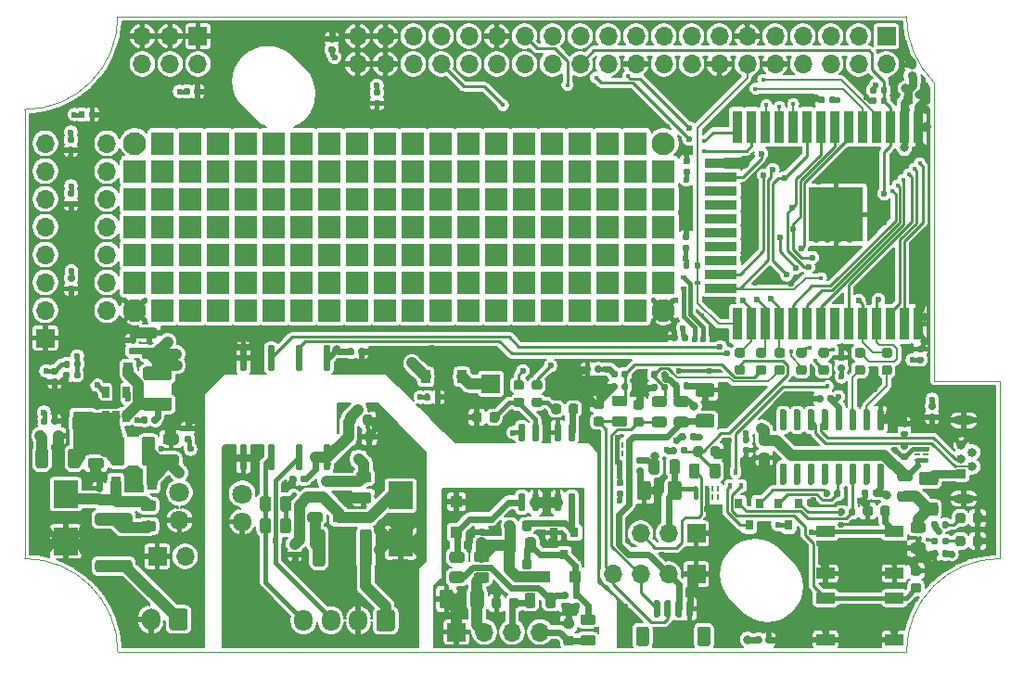
<source format=gbr>
%TF.GenerationSoftware,KiCad,Pcbnew,(5.1.9-0-10_14)*%
%TF.CreationDate,2021-01-29T16:41:17+02:00*%
%TF.ProjectId,SH-ESP32,53482d45-5350-4333-922e-6b696361645f,0.3.0*%
%TF.SameCoordinates,Original*%
%TF.FileFunction,Copper,L1,Top*%
%TF.FilePolarity,Positive*%
%FSLAX46Y46*%
G04 Gerber Fmt 4.6, Leading zero omitted, Abs format (unit mm)*
G04 Created by KiCad (PCBNEW (5.1.9-0-10_14)) date 2021-01-29 16:41:17*
%MOMM*%
%LPD*%
G01*
G04 APERTURE LIST*
%TA.AperFunction,Profile*%
%ADD10C,0.050000*%
%TD*%
%TA.AperFunction,SMDPad,CuDef*%
%ADD11R,0.900000X1.200000*%
%TD*%
%TA.AperFunction,ComponentPad*%
%ADD12O,1.700000X1.950000*%
%TD*%
%TA.AperFunction,ComponentPad*%
%ADD13C,2.100000*%
%TD*%
%TA.AperFunction,SMDPad,CuDef*%
%ADD14R,5.000000X5.000000*%
%TD*%
%TA.AperFunction,SMDPad,CuDef*%
%ADD15R,0.900000X3.000000*%
%TD*%
%TA.AperFunction,SMDPad,CuDef*%
%ADD16R,3.000000X0.900000*%
%TD*%
%TA.AperFunction,ComponentPad*%
%ADD17R,1.700000X1.700000*%
%TD*%
%TA.AperFunction,ComponentPad*%
%ADD18O,1.700000X1.700000*%
%TD*%
%TA.AperFunction,SMDPad,CuDef*%
%ADD19R,1.100000X1.100000*%
%TD*%
%TA.AperFunction,ComponentPad*%
%ADD20O,1.700000X2.000000*%
%TD*%
%TA.AperFunction,SMDPad,CuDef*%
%ADD21R,1.200000X0.900000*%
%TD*%
%TA.AperFunction,ComponentPad*%
%ADD22R,0.840000X0.840000*%
%TD*%
%TA.AperFunction,ComponentPad*%
%ADD23C,0.840000*%
%TD*%
%TA.AperFunction,ComponentPad*%
%ADD24O,1.850000X0.850000*%
%TD*%
%TA.AperFunction,SMDPad,CuDef*%
%ADD25R,0.400000X0.510000*%
%TD*%
%TA.AperFunction,SMDPad,CuDef*%
%ADD26R,0.510000X0.400000*%
%TD*%
%TA.AperFunction,SMDPad,CuDef*%
%ADD27R,0.625000X0.250000*%
%TD*%
%TA.AperFunction,SMDPad,CuDef*%
%ADD28R,0.575000X0.450000*%
%TD*%
%TA.AperFunction,SMDPad,CuDef*%
%ADD29R,0.700000X0.450000*%
%TD*%
%TA.AperFunction,SMDPad,CuDef*%
%ADD30R,0.250000X0.625000*%
%TD*%
%TA.AperFunction,SMDPad,CuDef*%
%ADD31R,0.450000X0.700000*%
%TD*%
%TA.AperFunction,SMDPad,CuDef*%
%ADD32R,0.450000X0.575000*%
%TD*%
%TA.AperFunction,ComponentPad*%
%ADD33C,1.800000*%
%TD*%
%TA.AperFunction,ComponentPad*%
%ADD34O,1.800000X1.700000*%
%TD*%
%TA.AperFunction,ComponentPad*%
%ADD35R,2.100000X2.100000*%
%TD*%
%TA.AperFunction,SMDPad,CuDef*%
%ADD36R,2.300000X2.500000*%
%TD*%
%TA.AperFunction,SMDPad,CuDef*%
%ADD37R,0.800000X0.900000*%
%TD*%
%TA.AperFunction,SMDPad,CuDef*%
%ADD38R,0.650000X1.060000*%
%TD*%
%TA.AperFunction,SMDPad,CuDef*%
%ADD39R,1.700000X1.000000*%
%TD*%
%TA.AperFunction,ViaPad*%
%ADD40C,0.450000*%
%TD*%
%TA.AperFunction,ViaPad*%
%ADD41C,0.600000*%
%TD*%
%TA.AperFunction,ViaPad*%
%ADD42C,0.800000*%
%TD*%
%TA.AperFunction,ViaPad*%
%ADD43C,1.000000*%
%TD*%
%TA.AperFunction,Conductor*%
%ADD44C,0.600000*%
%TD*%
%TA.AperFunction,Conductor*%
%ADD45C,1.000000*%
%TD*%
%TA.AperFunction,Conductor*%
%ADD46C,0.400000*%
%TD*%
%TA.AperFunction,Conductor*%
%ADD47C,0.800000*%
%TD*%
%TA.AperFunction,Conductor*%
%ADD48C,0.200000*%
%TD*%
%TA.AperFunction,Conductor*%
%ADD49C,0.250000*%
%TD*%
%TA.AperFunction,Conductor*%
%ADD50C,0.261112*%
%TD*%
%TA.AperFunction,Conductor*%
%ADD51C,0.100000*%
%TD*%
G04 APERTURE END LIST*
D10*
X178000000Y-90300000D02*
X178000000Y-106500000D01*
X172000000Y-90300000D02*
X172000000Y-63020000D01*
X178000000Y-90300000D02*
X172000000Y-90300000D01*
X169500000Y-115000000D02*
G75*
G02*
X178000000Y-106500000I8500000J0D01*
G01*
X89000000Y-106500000D02*
G75*
G02*
X97500000Y-115000000I0J-8500000D01*
G01*
X172000092Y-63020889D02*
G75*
G02*
X169500000Y-57000000I5999908J6020889D01*
G01*
X97500000Y-57000000D02*
G75*
G02*
X89000000Y-65500000I-8500000J0D01*
G01*
X169500000Y-115000000D02*
X97500000Y-115000000D01*
X169500000Y-57000000D02*
X97500000Y-57000000D01*
X89000000Y-65500000D02*
X89000000Y-106500000D01*
%TO.P,R304,2*%
%TO.N,Net-(C308-Pad2)*%
%TA.AperFunction,SMDPad,CuDef*%
G36*
G01*
X90825000Y-95025000D02*
X90825000Y-95575000D01*
G75*
G02*
X90625000Y-95775000I-200000J0D01*
G01*
X90225000Y-95775000D01*
G75*
G02*
X90025000Y-95575000I0J200000D01*
G01*
X90025000Y-95025000D01*
G75*
G02*
X90225000Y-94825000I200000J0D01*
G01*
X90625000Y-94825000D01*
G75*
G02*
X90825000Y-95025000I0J-200000D01*
G01*
G37*
%TD.AperFunction*%
%TO.P,R304,1*%
%TO.N,GND*%
%TA.AperFunction,SMDPad,CuDef*%
G36*
G01*
X92475000Y-95025000D02*
X92475000Y-95575000D01*
G75*
G02*
X92275000Y-95775000I-200000J0D01*
G01*
X91875000Y-95775000D01*
G75*
G02*
X91675000Y-95575000I0J200000D01*
G01*
X91675000Y-95025000D01*
G75*
G02*
X91875000Y-94825000I200000J0D01*
G01*
X92275000Y-94825000D01*
G75*
G02*
X92475000Y-95025000I0J-200000D01*
G01*
G37*
%TD.AperFunction*%
%TD*%
%TO.P,L302,2*%
%TO.N,/Power input/IN*%
%TA.AperFunction,SMDPad,CuDef*%
G36*
G01*
X98125000Y-95625000D02*
X98125000Y-97775000D01*
G75*
G02*
X97875000Y-98025000I-250000J0D01*
G01*
X97125000Y-98025000D01*
G75*
G02*
X96875000Y-97775000I0J250000D01*
G01*
X96875000Y-95625000D01*
G75*
G02*
X97125000Y-95375000I250000J0D01*
G01*
X97875000Y-95375000D01*
G75*
G02*
X98125000Y-95625000I0J-250000D01*
G01*
G37*
%TD.AperFunction*%
%TO.P,L302,1*%
%TO.N,/Power input/Vin_protected*%
%TA.AperFunction,SMDPad,CuDef*%
G36*
G01*
X100925000Y-95625000D02*
X100925000Y-97775000D01*
G75*
G02*
X100675000Y-98025000I-250000J0D01*
G01*
X99925000Y-98025000D01*
G75*
G02*
X99675000Y-97775000I0J250000D01*
G01*
X99675000Y-95625000D01*
G75*
G02*
X99925000Y-95375000I250000J0D01*
G01*
X100675000Y-95375000D01*
G75*
G02*
X100925000Y-95625000I0J-250000D01*
G01*
G37*
%TD.AperFunction*%
%TD*%
%TO.P,L301,2*%
%TO.N,+3V3*%
%TA.AperFunction,SMDPad,CuDef*%
G36*
G01*
X102195000Y-90232500D02*
X100045000Y-90232500D01*
G75*
G02*
X99795000Y-89982500I0J250000D01*
G01*
X99795000Y-89232500D01*
G75*
G02*
X100045000Y-88982500I250000J0D01*
G01*
X102195000Y-88982500D01*
G75*
G02*
X102445000Y-89232500I0J-250000D01*
G01*
X102445000Y-89982500D01*
G75*
G02*
X102195000Y-90232500I-250000J0D01*
G01*
G37*
%TD.AperFunction*%
%TO.P,L301,1*%
%TO.N,/Power input/SW*%
%TA.AperFunction,SMDPad,CuDef*%
G36*
G01*
X102195000Y-93032500D02*
X100045000Y-93032500D01*
G75*
G02*
X99795000Y-92782500I0J250000D01*
G01*
X99795000Y-92032500D01*
G75*
G02*
X100045000Y-91782500I250000J0D01*
G01*
X102195000Y-91782500D01*
G75*
G02*
X102445000Y-92032500I0J-250000D01*
G01*
X102445000Y-92782500D01*
G75*
G02*
X102195000Y-93032500I-250000J0D01*
G01*
G37*
%TD.AperFunction*%
%TD*%
%TO.P,C308,2*%
%TO.N,Net-(C308-Pad2)*%
%TA.AperFunction,SMDPad,CuDef*%
G36*
G01*
X91150000Y-96699999D02*
X91150000Y-98000001D01*
G75*
G02*
X90900001Y-98250000I-249999J0D01*
G01*
X90249999Y-98250000D01*
G75*
G02*
X90000000Y-98000001I0J249999D01*
G01*
X90000000Y-96699999D01*
G75*
G02*
X90249999Y-96450000I249999J0D01*
G01*
X90900001Y-96450000D01*
G75*
G02*
X91150000Y-96699999I0J-249999D01*
G01*
G37*
%TD.AperFunction*%
%TO.P,C308,1*%
%TO.N,/Power input/IN*%
%TA.AperFunction,SMDPad,CuDef*%
G36*
G01*
X94100000Y-96699999D02*
X94100000Y-98000001D01*
G75*
G02*
X93850001Y-98250000I-249999J0D01*
G01*
X93199999Y-98250000D01*
G75*
G02*
X92950000Y-98000001I0J249999D01*
G01*
X92950000Y-96699999D01*
G75*
G02*
X93199999Y-96450000I249999J0D01*
G01*
X93850001Y-96450000D01*
G75*
G02*
X94100000Y-96699999I0J-249999D01*
G01*
G37*
%TD.AperFunction*%
%TD*%
%TO.P,C307,2*%
%TO.N,/Power input/IN*%
%TA.AperFunction,SMDPad,CuDef*%
G36*
G01*
X95975000Y-96400000D02*
X95025000Y-96400000D01*
G75*
G02*
X94775000Y-96150000I0J250000D01*
G01*
X94775000Y-95650000D01*
G75*
G02*
X95025000Y-95400000I250000J0D01*
G01*
X95975000Y-95400000D01*
G75*
G02*
X96225000Y-95650000I0J-250000D01*
G01*
X96225000Y-96150000D01*
G75*
G02*
X95975000Y-96400000I-250000J0D01*
G01*
G37*
%TD.AperFunction*%
%TO.P,C307,1*%
%TO.N,GND*%
%TA.AperFunction,SMDPad,CuDef*%
G36*
G01*
X95975000Y-98300000D02*
X95025000Y-98300000D01*
G75*
G02*
X94775000Y-98050000I0J250000D01*
G01*
X94775000Y-97550000D01*
G75*
G02*
X95025000Y-97300000I250000J0D01*
G01*
X95975000Y-97300000D01*
G75*
G02*
X96225000Y-97550000I0J-250000D01*
G01*
X96225000Y-98050000D01*
G75*
G02*
X95975000Y-98300000I-250000J0D01*
G01*
G37*
%TD.AperFunction*%
%TD*%
%TO.P,C306,2*%
%TO.N,/Power input/Vin_protected*%
%TA.AperFunction,SMDPad,CuDef*%
G36*
G01*
X101875000Y-97000000D02*
X102825000Y-97000000D01*
G75*
G02*
X103075000Y-97250000I0J-250000D01*
G01*
X103075000Y-97750000D01*
G75*
G02*
X102825000Y-98000000I-250000J0D01*
G01*
X101875000Y-98000000D01*
G75*
G02*
X101625000Y-97750000I0J250000D01*
G01*
X101625000Y-97250000D01*
G75*
G02*
X101875000Y-97000000I250000J0D01*
G01*
G37*
%TD.AperFunction*%
%TO.P,C306,1*%
%TO.N,GND*%
%TA.AperFunction,SMDPad,CuDef*%
G36*
G01*
X101875000Y-95100000D02*
X102825000Y-95100000D01*
G75*
G02*
X103075000Y-95350000I0J-250000D01*
G01*
X103075000Y-95850000D01*
G75*
G02*
X102825000Y-96100000I-250000J0D01*
G01*
X101875000Y-96100000D01*
G75*
G02*
X101625000Y-95850000I0J250000D01*
G01*
X101625000Y-95350000D01*
G75*
G02*
X101875000Y-95100000I250000J0D01*
G01*
G37*
%TD.AperFunction*%
%TD*%
%TO.P,F301,2*%
%TO.N,/Power input/Vin*%
%TA.AperFunction,SMDPad,CuDef*%
G36*
G01*
X95669999Y-106625000D02*
X98570001Y-106625000D01*
G75*
G02*
X98820000Y-106874999I0J-249999D01*
G01*
X98820000Y-107500001D01*
G75*
G02*
X98570001Y-107750000I-249999J0D01*
G01*
X95669999Y-107750000D01*
G75*
G02*
X95420000Y-107500001I0J249999D01*
G01*
X95420000Y-106874999D01*
G75*
G02*
X95669999Y-106625000I249999J0D01*
G01*
G37*
%TD.AperFunction*%
%TO.P,F301,1*%
%TO.N,Net-(F301-Pad1)*%
%TA.AperFunction,SMDPad,CuDef*%
G36*
G01*
X95669999Y-102350000D02*
X98570001Y-102350000D01*
G75*
G02*
X98820000Y-102599999I0J-249999D01*
G01*
X98820000Y-103225001D01*
G75*
G02*
X98570001Y-103475000I-249999J0D01*
G01*
X95669999Y-103475000D01*
G75*
G02*
X95420000Y-103225001I0J249999D01*
G01*
X95420000Y-102599999D01*
G75*
G02*
X95669999Y-102350000I249999J0D01*
G01*
G37*
%TD.AperFunction*%
%TD*%
%TO.P,F601,2*%
%TO.N,/CAN bus/CAN_12V*%
%TA.AperFunction,SMDPad,CuDef*%
G36*
G01*
X119575000Y-106980001D02*
X119575000Y-104079999D01*
G75*
G02*
X119824999Y-103830000I249999J0D01*
G01*
X120450001Y-103830000D01*
G75*
G02*
X120700000Y-104079999I0J-249999D01*
G01*
X120700000Y-106980001D01*
G75*
G02*
X120450001Y-107230000I-249999J0D01*
G01*
X119824999Y-107230000D01*
G75*
G02*
X119575000Y-106980001I0J249999D01*
G01*
G37*
%TD.AperFunction*%
%TO.P,F601,1*%
%TO.N,Net-(F601-Pad1)*%
%TA.AperFunction,SMDPad,CuDef*%
G36*
G01*
X115300000Y-106980001D02*
X115300000Y-104079999D01*
G75*
G02*
X115549999Y-103830000I249999J0D01*
G01*
X116175001Y-103830000D01*
G75*
G02*
X116425000Y-104079999I0J-249999D01*
G01*
X116425000Y-106980001D01*
G75*
G02*
X116175001Y-107230000I-249999J0D01*
G01*
X115549999Y-107230000D01*
G75*
G02*
X115300000Y-106980001I0J249999D01*
G01*
G37*
%TD.AperFunction*%
%TD*%
D11*
%TO.P,D201,2*%
%TO.N,USB_5V*%
X128910000Y-89900000D03*
%TO.P,D201,1*%
%TO.N,/Power input/Vin_protected*%
X125610000Y-89900000D03*
%TD*%
D12*
%TO.P,J601,4*%
%TO.N,/CAN bus/CAN_L*%
X114450000Y-112150000D03*
%TO.P,J601,3*%
%TO.N,/CAN bus/CAN_H*%
X116950000Y-112150000D03*
%TO.P,J601,2*%
%TO.N,/CAN bus/CAN_GND*%
X119450000Y-112150000D03*
%TO.P,J601,1*%
%TO.N,/CAN bus/CAN_12V*%
%TA.AperFunction,ComponentPad*%
G36*
G01*
X122800000Y-111425000D02*
X122800000Y-112875000D01*
G75*
G02*
X122550000Y-113125000I-250000J0D01*
G01*
X121350000Y-113125000D01*
G75*
G02*
X121100000Y-112875000I0J250000D01*
G01*
X121100000Y-111425000D01*
G75*
G02*
X121350000Y-111175000I250000J0D01*
G01*
X122550000Y-111175000D01*
G75*
G02*
X122800000Y-111425000I0J-250000D01*
G01*
G37*
%TD.AperFunction*%
%TD*%
%TO.P,R202,1*%
%TO.N,/ESP32/RXD0*%
%TA.AperFunction,SMDPad,CuDef*%
G36*
G01*
X167443750Y-87275000D02*
X167956250Y-87275000D01*
G75*
G02*
X168175000Y-87493750I0J-218750D01*
G01*
X168175000Y-87931250D01*
G75*
G02*
X167956250Y-88150000I-218750J0D01*
G01*
X167443750Y-88150000D01*
G75*
G02*
X167225000Y-87931250I0J218750D01*
G01*
X167225000Y-87493750D01*
G75*
G02*
X167443750Y-87275000I218750J0D01*
G01*
G37*
%TD.AperFunction*%
%TO.P,R202,2*%
%TO.N,/USB_TXD*%
%TA.AperFunction,SMDPad,CuDef*%
G36*
G01*
X167443750Y-88850000D02*
X167956250Y-88850000D01*
G75*
G02*
X168175000Y-89068750I0J-218750D01*
G01*
X168175000Y-89506250D01*
G75*
G02*
X167956250Y-89725000I-218750J0D01*
G01*
X167443750Y-89725000D01*
G75*
G02*
X167225000Y-89506250I0J218750D01*
G01*
X167225000Y-89068750D01*
G75*
G02*
X167443750Y-88850000I218750J0D01*
G01*
G37*
%TD.AperFunction*%
%TD*%
D13*
%TO.P,REF\u002A\u002A,1*%
%TO.N,GND*%
X147320000Y-83820000D03*
%TD*%
%TO.P,REF\u002A\u002A,1*%
%TO.N,GND*%
X99060000Y-83820000D03*
%TD*%
%TO.P,REF\u002A\u002A,1*%
%TO.N,+3V3*%
X99060000Y-68580000D03*
%TD*%
%TO.P,REF\u002A\u002A,1*%
%TO.N,+3V3*%
X147320000Y-68580000D03*
%TD*%
D14*
%TO.P,U201,39*%
%TO.N,GND*%
X163072999Y-75080000D03*
D15*
%TO.P,U201,1*%
X170572999Y-67080000D03*
%TO.P,U201,2*%
%TO.N,+3V3*%
X169302999Y-67080000D03*
%TO.P,U201,3*%
%TO.N,/ESP32/EN*%
X168032999Y-67080000D03*
%TO.P,U201,4*%
%TO.N,/ESP32/SENSOR_VP*%
X166762999Y-67080000D03*
%TO.P,U201,5*%
%TO.N,/ESP32/SENSOR_VN*%
X165492999Y-67080000D03*
%TO.P,U201,6*%
%TO.N,/ESP32/IO34*%
X164222999Y-67080000D03*
%TO.P,U201,7*%
%TO.N,/ESP32/IO35*%
X162952999Y-67080000D03*
%TO.P,U201,8*%
%TO.N,/ESP32/IO32*%
X161682999Y-67080000D03*
%TO.P,U201,9*%
%TO.N,/ESP32/IO33*%
X160412999Y-67080000D03*
%TO.P,U201,10*%
%TO.N,/ESP32/IO25*%
X159142999Y-67080000D03*
%TO.P,U201,11*%
%TO.N,/ESP32/IO26*%
X157872999Y-67080000D03*
%TO.P,U201,12*%
%TO.N,/ESP32/IO27*%
X156602999Y-67080000D03*
%TO.P,U201,13*%
%TO.N,/ESP32/IO14*%
X155332999Y-67080000D03*
%TO.P,U201,14*%
%TO.N,/ESP32/IO12*%
X154062999Y-67080000D03*
D16*
%TO.P,U201,15*%
%TO.N,GND*%
X152562999Y-70365000D03*
%TO.P,U201,16*%
%TO.N,/ESP32/IO13*%
X152562999Y-71635000D03*
%TO.P,U201,17*%
%TO.N,N/C*%
X152562999Y-72905000D03*
%TO.P,U201,18*%
X152562999Y-74175000D03*
%TO.P,U201,19*%
X152562999Y-75445000D03*
%TO.P,U201,20*%
X152562999Y-76715000D03*
%TO.P,U201,21*%
X152562999Y-77985000D03*
%TO.P,U201,22*%
X152562999Y-79255000D03*
%TO.P,U201,23*%
%TO.N,/ESP32/IO15*%
X152562999Y-80525000D03*
%TO.P,U201,24*%
%TO.N,/LED*%
X152562999Y-81795000D03*
D15*
%TO.P,U201,25*%
%TO.N,/ESP32/IO0*%
X154062999Y-85080000D03*
%TO.P,U201,26*%
%TO.N,/ESP32/IO4*%
X155332999Y-85080000D03*
%TO.P,U201,27*%
%TO.N,/ESP32/IO16*%
X156602999Y-85080000D03*
%TO.P,U201,28*%
%TO.N,/ESP32/IO17*%
X157872999Y-85080000D03*
%TO.P,U201,29*%
%TO.N,/ESP32/IO5*%
X159142999Y-85080000D03*
%TO.P,U201,30*%
%TO.N,/ESP32/IO18*%
X160412999Y-85080000D03*
%TO.P,U201,31*%
%TO.N,/ESP32/IO19*%
X161682999Y-85080000D03*
%TO.P,U201,32*%
%TO.N,N/C*%
X162952999Y-85080000D03*
%TO.P,U201,33*%
%TO.N,/ESP32/IO21*%
X164222999Y-85080000D03*
%TO.P,U201,34*%
%TO.N,/ESP32/RXD0*%
X165492999Y-85080000D03*
%TO.P,U201,35*%
%TO.N,/ESP32/TXD0*%
X166762999Y-85080000D03*
%TO.P,U201,36*%
%TO.N,/ESP32/IO22*%
X168032999Y-85080000D03*
%TO.P,U201,37*%
%TO.N,/ESP32/IO23*%
X169302999Y-85080000D03*
%TO.P,U201,38*%
%TO.N,GND*%
X170572999Y-85080000D03*
%TD*%
%TO.P,C1006,2*%
%TO.N,+3V3*%
%TA.AperFunction,SMDPad,CuDef*%
G36*
G01*
X172740000Y-106222500D02*
X172740000Y-105877500D01*
G75*
G02*
X172887500Y-105730000I147500J0D01*
G01*
X173182500Y-105730000D01*
G75*
G02*
X173330000Y-105877500I0J-147500D01*
G01*
X173330000Y-106222500D01*
G75*
G02*
X173182500Y-106370000I-147500J0D01*
G01*
X172887500Y-106370000D01*
G75*
G02*
X172740000Y-106222500I0J147500D01*
G01*
G37*
%TD.AperFunction*%
%TO.P,C1006,1*%
%TO.N,GND*%
%TA.AperFunction,SMDPad,CuDef*%
G36*
G01*
X171770000Y-106222500D02*
X171770000Y-105877500D01*
G75*
G02*
X171917500Y-105730000I147500J0D01*
G01*
X172212500Y-105730000D01*
G75*
G02*
X172360000Y-105877500I0J-147500D01*
G01*
X172360000Y-106222500D01*
G75*
G02*
X172212500Y-106370000I-147500J0D01*
G01*
X171917500Y-106370000D01*
G75*
G02*
X171770000Y-106222500I0J147500D01*
G01*
G37*
%TD.AperFunction*%
%TD*%
%TO.P,D502,2*%
%TO.N,Net-(D502-Pad2)*%
%TA.AperFunction,SMDPad,CuDef*%
G36*
G01*
X174850000Y-102543750D02*
X174850000Y-103056250D01*
G75*
G02*
X174631250Y-103275000I-218750J0D01*
G01*
X174193750Y-103275000D01*
G75*
G02*
X173975000Y-103056250I0J218750D01*
G01*
X173975000Y-102543750D01*
G75*
G02*
X174193750Y-102325000I218750J0D01*
G01*
X174631250Y-102325000D01*
G75*
G02*
X174850000Y-102543750I0J-218750D01*
G01*
G37*
%TD.AperFunction*%
%TO.P,D502,1*%
%TO.N,GND*%
%TA.AperFunction,SMDPad,CuDef*%
G36*
G01*
X176425000Y-102543750D02*
X176425000Y-103056250D01*
G75*
G02*
X176206250Y-103275000I-218750J0D01*
G01*
X175768750Y-103275000D01*
G75*
G02*
X175550000Y-103056250I0J218750D01*
G01*
X175550000Y-102543750D01*
G75*
G02*
X175768750Y-102325000I218750J0D01*
G01*
X176206250Y-102325000D01*
G75*
G02*
X176425000Y-102543750I0J-218750D01*
G01*
G37*
%TD.AperFunction*%
%TD*%
D17*
%TO.P,J702,1*%
%TO.N,GND*%
X150300000Y-107910000D03*
D18*
%TO.P,J702,2*%
%TO.N,/I2C/I2C_3V3*%
X147760000Y-107910000D03*
%TO.P,J702,3*%
%TO.N,/I2C/SCL_CONN*%
X145220000Y-107910000D03*
%TO.P,J702,4*%
%TO.N,/I2C/SDA_CONN*%
X142680000Y-107910000D03*
%TD*%
%TO.P,FB902,2*%
%TO.N,/Optocouplers/V_ISO*%
%TA.AperFunction,SMDPad,CuDef*%
G36*
G01*
X131156250Y-106840000D02*
X130243750Y-106840000D01*
G75*
G02*
X130000000Y-106596250I0J243750D01*
G01*
X130000000Y-106108750D01*
G75*
G02*
X130243750Y-105865000I243750J0D01*
G01*
X131156250Y-105865000D01*
G75*
G02*
X131400000Y-106108750I0J-243750D01*
G01*
X131400000Y-106596250D01*
G75*
G02*
X131156250Y-106840000I-243750J0D01*
G01*
G37*
%TD.AperFunction*%
%TO.P,FB902,1*%
%TO.N,/Optocouplers/V_ISO_CONN*%
%TA.AperFunction,SMDPad,CuDef*%
G36*
G01*
X131156250Y-108715000D02*
X130243750Y-108715000D01*
G75*
G02*
X130000000Y-108471250I0J243750D01*
G01*
X130000000Y-107983750D01*
G75*
G02*
X130243750Y-107740000I243750J0D01*
G01*
X131156250Y-107740000D01*
G75*
G02*
X131400000Y-107983750I0J-243750D01*
G01*
X131400000Y-108471250D01*
G75*
G02*
X131156250Y-108715000I-243750J0D01*
G01*
G37*
%TD.AperFunction*%
%TD*%
D19*
%TO.P,D902,2*%
%TO.N,/Optocouplers/ISO_GND*%
X128420000Y-101300000D03*
%TO.P,D902,1*%
%TO.N,Net-(D902-Pad1)*%
X128420000Y-104100000D03*
%TD*%
%TO.P,R602,2*%
%TO.N,/CAN bus/CAN_L*%
%TA.AperFunction,SMDPad,CuDef*%
G36*
G01*
X111500000Y-101049998D02*
X111500000Y-101950002D01*
G75*
G02*
X111250002Y-102200000I-249998J0D01*
G01*
X110724998Y-102200000D01*
G75*
G02*
X110475000Y-101950002I0J249998D01*
G01*
X110475000Y-101049998D01*
G75*
G02*
X110724998Y-100800000I249998J0D01*
G01*
X111250002Y-100800000D01*
G75*
G02*
X111500000Y-101049998I0J-249998D01*
G01*
G37*
%TD.AperFunction*%
%TO.P,R602,1*%
%TO.N,Net-(JP601-Pad1)*%
%TA.AperFunction,SMDPad,CuDef*%
G36*
G01*
X113325000Y-101049998D02*
X113325000Y-101950002D01*
G75*
G02*
X113075002Y-102200000I-249998J0D01*
G01*
X112549998Y-102200000D01*
G75*
G02*
X112300000Y-101950002I0J249998D01*
G01*
X112300000Y-101049998D01*
G75*
G02*
X112549998Y-100800000I249998J0D01*
G01*
X113075002Y-100800000D01*
G75*
G02*
X113325000Y-101049998I0J-249998D01*
G01*
G37*
%TD.AperFunction*%
%TD*%
%TO.P,R601,2*%
%TO.N,/CAN bus/CAN_L*%
%TA.AperFunction,SMDPad,CuDef*%
G36*
G01*
X111500000Y-103049998D02*
X111500000Y-103950002D01*
G75*
G02*
X111250002Y-104200000I-249998J0D01*
G01*
X110724998Y-104200000D01*
G75*
G02*
X110475000Y-103950002I0J249998D01*
G01*
X110475000Y-103049998D01*
G75*
G02*
X110724998Y-102800000I249998J0D01*
G01*
X111250002Y-102800000D01*
G75*
G02*
X111500000Y-103049998I0J-249998D01*
G01*
G37*
%TD.AperFunction*%
%TO.P,R601,1*%
%TO.N,Net-(JP601-Pad1)*%
%TA.AperFunction,SMDPad,CuDef*%
G36*
G01*
X113325000Y-103049998D02*
X113325000Y-103950002D01*
G75*
G02*
X113075002Y-104200000I-249998J0D01*
G01*
X112549998Y-104200000D01*
G75*
G02*
X112300000Y-103950002I0J249998D01*
G01*
X112300000Y-103049998D01*
G75*
G02*
X112549998Y-102800000I249998J0D01*
G01*
X113075002Y-102800000D01*
G75*
G02*
X113325000Y-103049998I0J-249998D01*
G01*
G37*
%TD.AperFunction*%
%TD*%
D20*
%TO.P,J301,2*%
%TO.N,GND*%
X100540000Y-112050000D03*
%TO.P,J301,1*%
%TO.N,/Power input/Vin*%
%TA.AperFunction,ComponentPad*%
G36*
G01*
X103890000Y-111300000D02*
X103890000Y-112800000D01*
G75*
G02*
X103640000Y-113050000I-250000J0D01*
G01*
X102440000Y-113050000D01*
G75*
G02*
X102190000Y-112800000I0J250000D01*
G01*
X102190000Y-111300000D01*
G75*
G02*
X102440000Y-111050000I250000J0D01*
G01*
X103640000Y-111050000D01*
G75*
G02*
X103890000Y-111300000I0J-250000D01*
G01*
G37*
%TD.AperFunction*%
%TD*%
D21*
%TO.P,D602,2*%
%TO.N,/CAN bus/CAN12V_fused*%
X117745000Y-102780500D03*
%TO.P,D602,1*%
%TO.N,/CAN bus/CAN12V_prot*%
X117745000Y-99480500D03*
%TD*%
D22*
%TO.P,J401,1*%
%TO.N,/USB/VBUS*%
X174500000Y-98750000D03*
D23*
%TO.P,J401,2*%
%TO.N,/USB/USB_D-*%
X175500000Y-98100000D03*
%TO.P,J401,3*%
%TO.N,/USB/USB_D+*%
X174500000Y-97450000D03*
%TO.P,J401,4*%
%TO.N,N/C*%
X175500000Y-96800000D03*
%TO.P,J401,5*%
%TO.N,GND*%
X174500000Y-96150000D03*
D24*
%TO.P,J401,6*%
X174720000Y-101025000D03*
X174720000Y-93875000D03*
%TD*%
D17*
%TO.P,J203,1*%
%TO.N,USB_5V*%
X131550000Y-90540000D03*
%TD*%
%TO.P,R906,2*%
%TO.N,/Optocouplers/ISO_OUT*%
%TA.AperFunction,SMDPad,CuDef*%
G36*
G01*
X134650000Y-105710002D02*
X134650000Y-104809998D01*
G75*
G02*
X134899998Y-104560000I249998J0D01*
G01*
X135425002Y-104560000D01*
G75*
G02*
X135675000Y-104809998I0J-249998D01*
G01*
X135675000Y-105710002D01*
G75*
G02*
X135425002Y-105960000I-249998J0D01*
G01*
X134899998Y-105960000D01*
G75*
G02*
X134650000Y-105710002I0J249998D01*
G01*
G37*
%TD.AperFunction*%
%TO.P,R906,1*%
%TO.N,/Optocouplers/V_ISO*%
%TA.AperFunction,SMDPad,CuDef*%
G36*
G01*
X132825000Y-105710002D02*
X132825000Y-104809998D01*
G75*
G02*
X133074998Y-104560000I249998J0D01*
G01*
X133600002Y-104560000D01*
G75*
G02*
X133850000Y-104809998I0J-249998D01*
G01*
X133850000Y-105710002D01*
G75*
G02*
X133600002Y-105960000I-249998J0D01*
G01*
X133074998Y-105960000D01*
G75*
G02*
X132825000Y-105710002I0J249998D01*
G01*
G37*
%TD.AperFunction*%
%TD*%
%TO.P,C1022,2*%
%TO.N,+3V3*%
%TA.AperFunction,SMDPad,CuDef*%
G36*
G01*
X148992000Y-86507500D02*
X148992000Y-86162500D01*
G75*
G02*
X149139500Y-86015000I147500J0D01*
G01*
X149434500Y-86015000D01*
G75*
G02*
X149582000Y-86162500I0J-147500D01*
G01*
X149582000Y-86507500D01*
G75*
G02*
X149434500Y-86655000I-147500J0D01*
G01*
X149139500Y-86655000D01*
G75*
G02*
X148992000Y-86507500I0J147500D01*
G01*
G37*
%TD.AperFunction*%
%TO.P,C1022,1*%
%TO.N,GND*%
%TA.AperFunction,SMDPad,CuDef*%
G36*
G01*
X148022000Y-86507500D02*
X148022000Y-86162500D01*
G75*
G02*
X148169500Y-86015000I147500J0D01*
G01*
X148464500Y-86015000D01*
G75*
G02*
X148612000Y-86162500I0J-147500D01*
G01*
X148612000Y-86507500D01*
G75*
G02*
X148464500Y-86655000I-147500J0D01*
G01*
X148169500Y-86655000D01*
G75*
G02*
X148022000Y-86507500I0J147500D01*
G01*
G37*
%TD.AperFunction*%
%TD*%
D18*
%TO.P,J202,6*%
%TO.N,+3V3*%
X99740000Y-61340000D03*
%TO.P,J202,5*%
%TO.N,GND*%
X99740000Y-58800000D03*
%TO.P,J202,4*%
%TO.N,+3V3*%
X102280000Y-61340000D03*
%TO.P,J202,3*%
%TO.N,GND*%
X102280000Y-58800000D03*
%TO.P,J202,2*%
%TO.N,+3V3*%
X104820000Y-61340000D03*
D17*
%TO.P,J202,1*%
%TO.N,GND*%
X104820000Y-58800000D03*
%TD*%
%TO.P,R1103,2*%
%TO.N,/ESP32/IO0*%
%TA.AperFunction,SMDPad,CuDef*%
G36*
G01*
X150140000Y-79925000D02*
X150140000Y-79555000D01*
G75*
G02*
X150275000Y-79420000I135000J0D01*
G01*
X150545000Y-79420000D01*
G75*
G02*
X150680000Y-79555000I0J-135000D01*
G01*
X150680000Y-79925000D01*
G75*
G02*
X150545000Y-80060000I-135000J0D01*
G01*
X150275000Y-80060000D01*
G75*
G02*
X150140000Y-79925000I0J135000D01*
G01*
G37*
%TD.AperFunction*%
%TO.P,R1103,1*%
%TO.N,+3V3*%
%TA.AperFunction,SMDPad,CuDef*%
G36*
G01*
X149120000Y-79925000D02*
X149120000Y-79555000D01*
G75*
G02*
X149255000Y-79420000I135000J0D01*
G01*
X149525000Y-79420000D01*
G75*
G02*
X149660000Y-79555000I0J-135000D01*
G01*
X149660000Y-79925000D01*
G75*
G02*
X149525000Y-80060000I-135000J0D01*
G01*
X149255000Y-80060000D01*
G75*
G02*
X149120000Y-79925000I0J135000D01*
G01*
G37*
%TD.AperFunction*%
%TD*%
D25*
%TO.P,D1102,2*%
%TO.N,/RESET_KEY*%
X154400000Y-99845000D03*
%TO.P,D1102,3*%
%TO.N,/ESP32/EN*%
X153900000Y-98555000D03*
%TO.P,D1102,1*%
%TO.N,/RESET_AUTO*%
X153400000Y-99845000D03*
%TD*%
D26*
%TO.P,D1101,2*%
%TO.N,/BOOT_AUTO*%
X149155000Y-81840000D03*
%TO.P,D1101,3*%
%TO.N,/ESP32/IO0*%
X150445000Y-81340000D03*
%TO.P,D1101,1*%
%TO.N,/BOOT_KEY*%
X149155000Y-80840000D03*
%TD*%
D18*
%TO.P,J201,40*%
%TO.N,GND*%
X119390000Y-61340000D03*
%TO.P,J201,39*%
X119390000Y-58800000D03*
%TO.P,J201,38*%
X121930000Y-61340000D03*
%TO.P,J201,37*%
X121930000Y-58800000D03*
%TO.P,J201,36*%
%TO.N,+3V3*%
X124470000Y-61340000D03*
%TO.P,J201,35*%
X124470000Y-58800000D03*
%TO.P,J201,34*%
%TO.N,/ESP32/IO17_C_SCL*%
X127010000Y-61340000D03*
%TO.P,J201,33*%
%TO.N,/ESP32/IO4_C*%
X127010000Y-58800000D03*
%TO.P,J201,32*%
%TO.N,/ESP32/IO16_C_SDA*%
X129550000Y-61340000D03*
%TO.P,J201,31*%
%TO.N,/ESP32/IO34_C*%
X129550000Y-58800000D03*
%TO.P,J201,30*%
%TO.N,/ESP32/IO35_C*%
X132090000Y-61340000D03*
%TO.P,J201,29*%
%TO.N,GND*%
X132090000Y-58800000D03*
%TO.P,J201,28*%
%TO.N,/ESP32/IO32_C*%
X134630000Y-61340000D03*
%TO.P,J201,27*%
%TO.N,/ESP32/IO15*%
X134630000Y-58800000D03*
%TO.P,J201,26*%
%TO.N,/ESP32/IO33_C*%
X137170000Y-61340000D03*
%TO.P,J201,25*%
%TO.N,/ESP32/IO13*%
X137170000Y-58800000D03*
%TO.P,J201,24*%
%TO.N,/ESP32/EN*%
X139710000Y-61340000D03*
%TO.P,J201,23*%
%TO.N,/ESP32/IO14*%
X139710000Y-58800000D03*
%TO.P,J201,22*%
%TO.N,/LED*%
X142250000Y-61340000D03*
%TO.P,J201,21*%
%TO.N,/ESP32/IO12*%
X142250000Y-58800000D03*
%TO.P,J201,20*%
%TO.N,GND*%
X144790000Y-61340000D03*
%TO.P,J201,19*%
%TO.N,+3V3*%
X144790000Y-58800000D03*
%TO.P,J201,18*%
%TO.N,/ESP32/RXD0_C*%
X147330000Y-61340000D03*
%TO.P,J201,17*%
%TO.N,/ESP32/SENSOR_VN*%
X147330000Y-58800000D03*
%TO.P,J201,16*%
%TO.N,/ESP32/TXD0_C*%
X149870000Y-61340000D03*
%TO.P,J201,15*%
%TO.N,/ESP32/SENSOR_VP*%
X149870000Y-58800000D03*
%TO.P,J201,14*%
%TO.N,GND*%
X152410000Y-61340000D03*
%TO.P,J201,13*%
%TO.N,+3V3*%
X152410000Y-58800000D03*
%TO.P,J201,12*%
%TO.N,/ESP32/IO0*%
X154950000Y-61340000D03*
%TO.P,J201,11*%
%TO.N,GND*%
X154950000Y-58800000D03*
%TO.P,J201,10*%
X157490000Y-61340000D03*
%TO.P,J201,9*%
%TO.N,/ESP32/IO27*%
X157490000Y-58800000D03*
%TO.P,J201,8*%
%TO.N,/ESP32/IO25*%
X160030000Y-61340000D03*
%TO.P,J201,7*%
%TO.N,/ESP32/IO26*%
X160030000Y-58800000D03*
%TO.P,J201,6*%
%TO.N,/ESP32/IO5*%
X162570000Y-61340000D03*
%TO.P,J201,5*%
%TO.N,/ESP32/IO18*%
X162570000Y-58800000D03*
%TO.P,J201,4*%
%TO.N,/ESP32/IO19*%
X165110000Y-61340000D03*
%TO.P,J201,3*%
%TO.N,/ESP32/IO21*%
X165110000Y-58800000D03*
%TO.P,J201,2*%
%TO.N,/ESP32/IO22*%
X167650000Y-61340000D03*
D17*
%TO.P,J201,1*%
%TO.N,/ESP32/IO23*%
X167650000Y-58800000D03*
%TD*%
%TO.P,R905,2*%
%TO.N,Net-(D902-Pad1)*%
%TA.AperFunction,SMDPad,CuDef*%
G36*
G01*
X128910002Y-106890000D02*
X128009998Y-106890000D01*
G75*
G02*
X127760000Y-106640002I0J249998D01*
G01*
X127760000Y-106114998D01*
G75*
G02*
X128009998Y-105865000I249998J0D01*
G01*
X128910002Y-105865000D01*
G75*
G02*
X129160000Y-106114998I0J-249998D01*
G01*
X129160000Y-106640002D01*
G75*
G02*
X128910002Y-106890000I-249998J0D01*
G01*
G37*
%TD.AperFunction*%
%TO.P,R905,1*%
%TO.N,/Optocouplers/ISO_IN*%
%TA.AperFunction,SMDPad,CuDef*%
G36*
G01*
X128910002Y-108715000D02*
X128009998Y-108715000D01*
G75*
G02*
X127760000Y-108465002I0J249998D01*
G01*
X127760000Y-107939998D01*
G75*
G02*
X128009998Y-107690000I249998J0D01*
G01*
X128910002Y-107690000D01*
G75*
G02*
X129160000Y-107939998I0J-249998D01*
G01*
X129160000Y-108465002D01*
G75*
G02*
X128910002Y-108715000I-249998J0D01*
G01*
G37*
%TD.AperFunction*%
%TD*%
%TO.P,U401,16*%
%TO.N,+3V3*%
%TA.AperFunction,SMDPad,CuDef*%
G36*
G01*
X166976500Y-97814000D02*
X167276500Y-97814000D01*
G75*
G02*
X167426500Y-97964000I0J-150000D01*
G01*
X167426500Y-99614000D01*
G75*
G02*
X167276500Y-99764000I-150000J0D01*
G01*
X166976500Y-99764000D01*
G75*
G02*
X166826500Y-99614000I0J150000D01*
G01*
X166826500Y-97964000D01*
G75*
G02*
X166976500Y-97814000I150000J0D01*
G01*
G37*
%TD.AperFunction*%
%TO.P,U401,15*%
%TO.N,N/C*%
%TA.AperFunction,SMDPad,CuDef*%
G36*
G01*
X165706500Y-97814000D02*
X166006500Y-97814000D01*
G75*
G02*
X166156500Y-97964000I0J-150000D01*
G01*
X166156500Y-99614000D01*
G75*
G02*
X166006500Y-99764000I-150000J0D01*
G01*
X165706500Y-99764000D01*
G75*
G02*
X165556500Y-99614000I0J150000D01*
G01*
X165556500Y-97964000D01*
G75*
G02*
X165706500Y-97814000I150000J0D01*
G01*
G37*
%TD.AperFunction*%
%TO.P,U401,14*%
%TO.N,/USB/RTS*%
%TA.AperFunction,SMDPad,CuDef*%
G36*
G01*
X164436500Y-97814000D02*
X164736500Y-97814000D01*
G75*
G02*
X164886500Y-97964000I0J-150000D01*
G01*
X164886500Y-99614000D01*
G75*
G02*
X164736500Y-99764000I-150000J0D01*
G01*
X164436500Y-99764000D01*
G75*
G02*
X164286500Y-99614000I0J150000D01*
G01*
X164286500Y-97964000D01*
G75*
G02*
X164436500Y-97814000I150000J0D01*
G01*
G37*
%TD.AperFunction*%
%TO.P,U401,13*%
%TO.N,/USB/DTR*%
%TA.AperFunction,SMDPad,CuDef*%
G36*
G01*
X163166500Y-97814000D02*
X163466500Y-97814000D01*
G75*
G02*
X163616500Y-97964000I0J-150000D01*
G01*
X163616500Y-99614000D01*
G75*
G02*
X163466500Y-99764000I-150000J0D01*
G01*
X163166500Y-99764000D01*
G75*
G02*
X163016500Y-99614000I0J150000D01*
G01*
X163016500Y-97964000D01*
G75*
G02*
X163166500Y-97814000I150000J0D01*
G01*
G37*
%TD.AperFunction*%
%TO.P,U401,12*%
%TO.N,N/C*%
%TA.AperFunction,SMDPad,CuDef*%
G36*
G01*
X161896500Y-97814000D02*
X162196500Y-97814000D01*
G75*
G02*
X162346500Y-97964000I0J-150000D01*
G01*
X162346500Y-99614000D01*
G75*
G02*
X162196500Y-99764000I-150000J0D01*
G01*
X161896500Y-99764000D01*
G75*
G02*
X161746500Y-99614000I0J150000D01*
G01*
X161746500Y-97964000D01*
G75*
G02*
X161896500Y-97814000I150000J0D01*
G01*
G37*
%TD.AperFunction*%
%TO.P,U401,11*%
%TA.AperFunction,SMDPad,CuDef*%
G36*
G01*
X160626500Y-97814000D02*
X160926500Y-97814000D01*
G75*
G02*
X161076500Y-97964000I0J-150000D01*
G01*
X161076500Y-99614000D01*
G75*
G02*
X160926500Y-99764000I-150000J0D01*
G01*
X160626500Y-99764000D01*
G75*
G02*
X160476500Y-99614000I0J150000D01*
G01*
X160476500Y-97964000D01*
G75*
G02*
X160626500Y-97814000I150000J0D01*
G01*
G37*
%TD.AperFunction*%
%TO.P,U401,10*%
%TA.AperFunction,SMDPad,CuDef*%
G36*
G01*
X159356500Y-97814000D02*
X159656500Y-97814000D01*
G75*
G02*
X159806500Y-97964000I0J-150000D01*
G01*
X159806500Y-99614000D01*
G75*
G02*
X159656500Y-99764000I-150000J0D01*
G01*
X159356500Y-99764000D01*
G75*
G02*
X159206500Y-99614000I0J150000D01*
G01*
X159206500Y-97964000D01*
G75*
G02*
X159356500Y-97814000I150000J0D01*
G01*
G37*
%TD.AperFunction*%
%TO.P,U401,9*%
%TA.AperFunction,SMDPad,CuDef*%
G36*
G01*
X158086500Y-97814000D02*
X158386500Y-97814000D01*
G75*
G02*
X158536500Y-97964000I0J-150000D01*
G01*
X158536500Y-99614000D01*
G75*
G02*
X158386500Y-99764000I-150000J0D01*
G01*
X158086500Y-99764000D01*
G75*
G02*
X157936500Y-99614000I0J150000D01*
G01*
X157936500Y-97964000D01*
G75*
G02*
X158086500Y-97814000I150000J0D01*
G01*
G37*
%TD.AperFunction*%
%TO.P,U401,8*%
%TA.AperFunction,SMDPad,CuDef*%
G36*
G01*
X158086500Y-92864000D02*
X158386500Y-92864000D01*
G75*
G02*
X158536500Y-93014000I0J-150000D01*
G01*
X158536500Y-94664000D01*
G75*
G02*
X158386500Y-94814000I-150000J0D01*
G01*
X158086500Y-94814000D01*
G75*
G02*
X157936500Y-94664000I0J150000D01*
G01*
X157936500Y-93014000D01*
G75*
G02*
X158086500Y-92864000I150000J0D01*
G01*
G37*
%TD.AperFunction*%
%TO.P,U401,7*%
%TA.AperFunction,SMDPad,CuDef*%
G36*
G01*
X159356500Y-92864000D02*
X159656500Y-92864000D01*
G75*
G02*
X159806500Y-93014000I0J-150000D01*
G01*
X159806500Y-94664000D01*
G75*
G02*
X159656500Y-94814000I-150000J0D01*
G01*
X159356500Y-94814000D01*
G75*
G02*
X159206500Y-94664000I0J150000D01*
G01*
X159206500Y-93014000D01*
G75*
G02*
X159356500Y-92864000I150000J0D01*
G01*
G37*
%TD.AperFunction*%
%TO.P,U401,6*%
%TO.N,/USB/USB_D-*%
%TA.AperFunction,SMDPad,CuDef*%
G36*
G01*
X160626500Y-92864000D02*
X160926500Y-92864000D01*
G75*
G02*
X161076500Y-93014000I0J-150000D01*
G01*
X161076500Y-94664000D01*
G75*
G02*
X160926500Y-94814000I-150000J0D01*
G01*
X160626500Y-94814000D01*
G75*
G02*
X160476500Y-94664000I0J150000D01*
G01*
X160476500Y-93014000D01*
G75*
G02*
X160626500Y-92864000I150000J0D01*
G01*
G37*
%TD.AperFunction*%
%TO.P,U401,5*%
%TO.N,/USB/USB_D+*%
%TA.AperFunction,SMDPad,CuDef*%
G36*
G01*
X161896500Y-92864000D02*
X162196500Y-92864000D01*
G75*
G02*
X162346500Y-93014000I0J-150000D01*
G01*
X162346500Y-94664000D01*
G75*
G02*
X162196500Y-94814000I-150000J0D01*
G01*
X161896500Y-94814000D01*
G75*
G02*
X161746500Y-94664000I0J150000D01*
G01*
X161746500Y-93014000D01*
G75*
G02*
X161896500Y-92864000I150000J0D01*
G01*
G37*
%TD.AperFunction*%
%TO.P,U401,4*%
%TO.N,+3V3*%
%TA.AperFunction,SMDPad,CuDef*%
G36*
G01*
X163166500Y-92864000D02*
X163466500Y-92864000D01*
G75*
G02*
X163616500Y-93014000I0J-150000D01*
G01*
X163616500Y-94664000D01*
G75*
G02*
X163466500Y-94814000I-150000J0D01*
G01*
X163166500Y-94814000D01*
G75*
G02*
X163016500Y-94664000I0J150000D01*
G01*
X163016500Y-93014000D01*
G75*
G02*
X163166500Y-92864000I150000J0D01*
G01*
G37*
%TD.AperFunction*%
%TO.P,U401,3*%
%TO.N,/USB_RXD*%
%TA.AperFunction,SMDPad,CuDef*%
G36*
G01*
X164436500Y-92864000D02*
X164736500Y-92864000D01*
G75*
G02*
X164886500Y-93014000I0J-150000D01*
G01*
X164886500Y-94664000D01*
G75*
G02*
X164736500Y-94814000I-150000J0D01*
G01*
X164436500Y-94814000D01*
G75*
G02*
X164286500Y-94664000I0J150000D01*
G01*
X164286500Y-93014000D01*
G75*
G02*
X164436500Y-92864000I150000J0D01*
G01*
G37*
%TD.AperFunction*%
%TO.P,U401,2*%
%TO.N,/USB_TXD*%
%TA.AperFunction,SMDPad,CuDef*%
G36*
G01*
X165706500Y-92864000D02*
X166006500Y-92864000D01*
G75*
G02*
X166156500Y-93014000I0J-150000D01*
G01*
X166156500Y-94664000D01*
G75*
G02*
X166006500Y-94814000I-150000J0D01*
G01*
X165706500Y-94814000D01*
G75*
G02*
X165556500Y-94664000I0J150000D01*
G01*
X165556500Y-93014000D01*
G75*
G02*
X165706500Y-92864000I150000J0D01*
G01*
G37*
%TD.AperFunction*%
%TO.P,U401,1*%
%TO.N,GND*%
%TA.AperFunction,SMDPad,CuDef*%
G36*
G01*
X166976500Y-92864000D02*
X167276500Y-92864000D01*
G75*
G02*
X167426500Y-93014000I0J-150000D01*
G01*
X167426500Y-94664000D01*
G75*
G02*
X167276500Y-94814000I-150000J0D01*
G01*
X166976500Y-94814000D01*
G75*
G02*
X166826500Y-94664000I0J150000D01*
G01*
X166826500Y-93014000D01*
G75*
G02*
X166976500Y-92864000I150000J0D01*
G01*
G37*
%TD.AperFunction*%
%TD*%
%TO.P,C503,2*%
%TO.N,GND*%
%TA.AperFunction,SMDPad,CuDef*%
G36*
G01*
X170093750Y-105050000D02*
X171006250Y-105050000D01*
G75*
G02*
X171250000Y-105293750I0J-243750D01*
G01*
X171250000Y-105781250D01*
G75*
G02*
X171006250Y-106025000I-243750J0D01*
G01*
X170093750Y-106025000D01*
G75*
G02*
X169850000Y-105781250I0J243750D01*
G01*
X169850000Y-105293750D01*
G75*
G02*
X170093750Y-105050000I243750J0D01*
G01*
G37*
%TD.AperFunction*%
%TO.P,C503,1*%
%TO.N,Net-(C503-Pad1)*%
%TA.AperFunction,SMDPad,CuDef*%
G36*
G01*
X170093750Y-103175000D02*
X171006250Y-103175000D01*
G75*
G02*
X171250000Y-103418750I0J-243750D01*
G01*
X171250000Y-103906250D01*
G75*
G02*
X171006250Y-104150000I-243750J0D01*
G01*
X170093750Y-104150000D01*
G75*
G02*
X169850000Y-103906250I0J243750D01*
G01*
X169850000Y-103418750D01*
G75*
G02*
X170093750Y-103175000I243750J0D01*
G01*
G37*
%TD.AperFunction*%
%TD*%
%TO.P,F401,1*%
%TO.N,Net-(C503-Pad1)*%
%TA.AperFunction,SMDPad,CuDef*%
G36*
G01*
X172138500Y-102609000D02*
X170888500Y-102609000D01*
G75*
G02*
X170638500Y-102359000I0J250000D01*
G01*
X170638500Y-101609000D01*
G75*
G02*
X170888500Y-101359000I250000J0D01*
G01*
X172138500Y-101359000D01*
G75*
G02*
X172388500Y-101609000I0J-250000D01*
G01*
X172388500Y-102359000D01*
G75*
G02*
X172138500Y-102609000I-250000J0D01*
G01*
G37*
%TD.AperFunction*%
%TO.P,F401,2*%
%TO.N,/USB/VBUS*%
%TA.AperFunction,SMDPad,CuDef*%
G36*
G01*
X172138500Y-99809000D02*
X170888500Y-99809000D01*
G75*
G02*
X170638500Y-99559000I0J250000D01*
G01*
X170638500Y-98809000D01*
G75*
G02*
X170888500Y-98559000I250000J0D01*
G01*
X172138500Y-98559000D01*
G75*
G02*
X172388500Y-98809000I0J-250000D01*
G01*
X172388500Y-99559000D01*
G75*
G02*
X172138500Y-99809000I-250000J0D01*
G01*
G37*
%TD.AperFunction*%
%TD*%
D11*
%TO.P,D303,2*%
%TO.N,/Power input/Vin_fused*%
X97300000Y-99600000D03*
%TO.P,D303,1*%
%TO.N,/Power input/Vin_protected*%
X100600000Y-99600000D03*
%TD*%
%TO.P,FB401,1*%
%TO.N,USB_5V*%
%TA.AperFunction,SMDPad,CuDef*%
G36*
G01*
X168898250Y-98460500D02*
X169810750Y-98460500D01*
G75*
G02*
X170054500Y-98704250I0J-243750D01*
G01*
X170054500Y-99191750D01*
G75*
G02*
X169810750Y-99435500I-243750J0D01*
G01*
X168898250Y-99435500D01*
G75*
G02*
X168654500Y-99191750I0J243750D01*
G01*
X168654500Y-98704250D01*
G75*
G02*
X168898250Y-98460500I243750J0D01*
G01*
G37*
%TD.AperFunction*%
%TO.P,FB401,2*%
%TO.N,Net-(C503-Pad1)*%
%TA.AperFunction,SMDPad,CuDef*%
G36*
G01*
X168898250Y-100335500D02*
X169810750Y-100335500D01*
G75*
G02*
X170054500Y-100579250I0J-243750D01*
G01*
X170054500Y-101066750D01*
G75*
G02*
X169810750Y-101310500I-243750J0D01*
G01*
X168898250Y-101310500D01*
G75*
G02*
X168654500Y-101066750I0J243750D01*
G01*
X168654500Y-100579250D01*
G75*
G02*
X168898250Y-100335500I243750J0D01*
G01*
G37*
%TD.AperFunction*%
%TD*%
D27*
%TO.P,U402,7*%
%TO.N,N/C*%
X171266000Y-96956500D03*
%TO.P,U402,6*%
%TO.N,USB_5V*%
X171266000Y-97456500D03*
D28*
%TO.P,U402,8*%
%TO.N,GND*%
X171291000Y-96456500D03*
D27*
%TO.P,U402,5*%
%TO.N,USB_5V*%
X170491000Y-97456500D03*
%TO.P,U402,9*%
%TO.N,/USB/USB_D-*%
X171266000Y-95956500D03*
%TO.P,U402,10*%
%TO.N,/USB/USB_D+*%
X171266000Y-95456500D03*
%TO.P,U402,4*%
%TO.N,N/C*%
X170491000Y-96956500D03*
%TO.P,U402,1*%
%TO.N,/USB/USB_D+*%
X170491000Y-95456500D03*
D29*
%TO.P,U402,3*%
%TO.N,GND*%
X170528500Y-96456500D03*
D27*
%TO.P,U402,2*%
%TO.N,/USB/USB_D-*%
X170491000Y-95956500D03*
%TD*%
D30*
%TO.P,U701,2*%
%TO.N,N/C*%
X143570000Y-96112500D03*
D31*
%TO.P,U701,3*%
%TO.N,GND*%
X143070000Y-96150000D03*
D30*
%TO.P,U701,1*%
%TO.N,/I2C/I2C_3V3*%
X144070000Y-96112500D03*
%TO.P,U701,4*%
%TO.N,/I2C/SCL_CONN*%
X142570000Y-96112500D03*
%TO.P,U701,10*%
%TO.N,/I2C/I2C_3V3*%
X144070000Y-96887500D03*
%TO.P,U701,9*%
%TO.N,N/C*%
X143570000Y-96887500D03*
%TO.P,U701,5*%
%TO.N,/I2C/SDA_CONN*%
X142070000Y-96112500D03*
D32*
%TO.P,U701,8*%
%TO.N,GND*%
X143070000Y-96912500D03*
D30*
%TO.P,U701,6*%
%TO.N,/I2C/SDA_CONN*%
X142070000Y-96887500D03*
%TO.P,U701,7*%
%TO.N,/I2C/SCL_CONN*%
X142570000Y-96887500D03*
%TD*%
D33*
%TO.P,J303,1*%
%TO.N,/Power input/Vin_protected*%
X103124000Y-100457000D03*
D34*
%TO.P,J303,2*%
%TO.N,GND*%
X103124000Y-102997000D03*
%TD*%
D33*
%TO.P,J602,1*%
%TO.N,/CAN bus/CAN12V_prot*%
X108850000Y-100600000D03*
D34*
%TO.P,J602,2*%
%TO.N,/CAN bus/CAN_GND*%
X108850000Y-103140000D03*
%TD*%
D18*
%TO.P,J207,1*%
%TO.N,Net-(J206-Pad8)*%
X96520000Y-68580000D03*
%TO.P,J207,2*%
%TO.N,Net-(J206-Pad7)*%
X96520000Y-71120000D03*
%TO.P,J207,3*%
%TO.N,Net-(J206-Pad6)*%
X96520000Y-73660000D03*
%TO.P,J207,4*%
%TO.N,Net-(J206-Pad5)*%
X96520000Y-76200000D03*
%TO.P,J207,5*%
%TO.N,Net-(J206-Pad4)*%
X96520000Y-78740000D03*
%TO.P,J207,6*%
%TO.N,Net-(J206-Pad3)*%
X96520000Y-81280000D03*
%TO.P,J207,7*%
%TO.N,Net-(J206-Pad2)*%
X96520000Y-83820000D03*
%TD*%
D35*
%TO.P,REF\u002A\u002A,1*%
%TO.N,N/C*%
X101600000Y-81280000D03*
%TD*%
%TO.P,REF\u002A\u002A,1*%
%TO.N,N/C*%
X104140000Y-81280000D03*
%TD*%
%TO.P,REF\u002A\u002A,1*%
%TO.N,N/C*%
X104140000Y-78740000D03*
%TD*%
%TO.P,REF\u002A\u002A,1*%
%TO.N,N/C*%
X104140000Y-73660000D03*
%TD*%
%TO.P,REF\u002A\u002A,1*%
%TO.N,N/C*%
X99060000Y-73660000D03*
%TD*%
%TO.P,REF\u002A\u002A,1*%
%TO.N,N/C*%
X101600000Y-73660000D03*
%TD*%
%TO.P,REF\u002A\u002A,1*%
%TO.N,N/C*%
X101600000Y-71120000D03*
%TD*%
%TO.P,REF\u002A\u002A,1*%
%TO.N,N/C*%
X101600000Y-78740000D03*
%TD*%
%TO.P,REF\u002A\u002A,1*%
%TO.N,N/C*%
X101600000Y-76200000D03*
%TD*%
%TO.P,REF\u002A\u002A,1*%
%TO.N,N/C*%
X99060000Y-78740000D03*
%TD*%
%TO.P,REF\u002A\u002A,1*%
%TO.N,N/C*%
X99060000Y-76200000D03*
%TD*%
%TO.P,REF\u002A\u002A,1*%
%TO.N,N/C*%
X99060000Y-81280000D03*
%TD*%
%TO.P,REF\u002A\u002A,1*%
%TO.N,N/C*%
X99060000Y-71120000D03*
%TD*%
%TO.P,REF\u002A\u002A,1*%
%TO.N,N/C*%
X104140000Y-76200000D03*
%TD*%
%TO.P,REF\u002A\u002A,1*%
%TO.N,N/C*%
X104140000Y-71120000D03*
%TD*%
%TO.P,REF\u002A\u002A,1*%
%TO.N,N/C*%
X104140000Y-83820000D03*
%TD*%
%TO.P,REF\u002A\u002A,1*%
%TO.N,N/C*%
X101600000Y-83820000D03*
%TD*%
%TO.P,REF\u002A\u002A,1*%
%TO.N,N/C*%
X104140000Y-68580000D03*
%TD*%
%TO.P,REF\u002A\u002A,1*%
%TO.N,N/C*%
X101600000Y-68580000D03*
%TD*%
D18*
%TO.P,J206,8*%
%TO.N,Net-(J206-Pad8)*%
X90875000Y-68580000D03*
%TO.P,J206,7*%
%TO.N,Net-(J206-Pad7)*%
X90875000Y-71120000D03*
%TO.P,J206,6*%
%TO.N,Net-(J206-Pad6)*%
X90875000Y-73660000D03*
%TO.P,J206,5*%
%TO.N,Net-(J206-Pad5)*%
X90875000Y-76200000D03*
%TO.P,J206,4*%
%TO.N,Net-(J206-Pad4)*%
X90875000Y-78740000D03*
%TO.P,J206,3*%
%TO.N,Net-(J206-Pad3)*%
X90875000Y-81280000D03*
%TO.P,J206,2*%
%TO.N,Net-(J206-Pad2)*%
X90875000Y-83820000D03*
D17*
%TO.P,J206,1*%
%TO.N,GND*%
X90875000Y-86360000D03*
%TD*%
D18*
%TO.P,J302,2*%
%TO.N,/Power input/Vin_protected*%
X103640000Y-106300000D03*
D17*
%TO.P,J302,1*%
%TO.N,GND*%
X101100000Y-106300000D03*
%TD*%
%TO.P,U902,4*%
%TO.N,+3V3*%
%TA.AperFunction,SMDPad,CuDef*%
G36*
G01*
X134516000Y-95796000D02*
X134216000Y-95796000D01*
G75*
G02*
X134066000Y-95646000I0J150000D01*
G01*
X134066000Y-94321000D01*
G75*
G02*
X134216000Y-94171000I150000J0D01*
G01*
X134516000Y-94171000D01*
G75*
G02*
X134666000Y-94321000I0J-150000D01*
G01*
X134666000Y-95646000D01*
G75*
G02*
X134516000Y-95796000I-150000J0D01*
G01*
G37*
%TD.AperFunction*%
%TO.P,U902,3*%
%TO.N,/OPTO_IN1*%
%TA.AperFunction,SMDPad,CuDef*%
G36*
G01*
X135786000Y-95796000D02*
X135486000Y-95796000D01*
G75*
G02*
X135336000Y-95646000I0J150000D01*
G01*
X135336000Y-94321000D01*
G75*
G02*
X135486000Y-94171000I150000J0D01*
G01*
X135786000Y-94171000D01*
G75*
G02*
X135936000Y-94321000I0J-150000D01*
G01*
X135936000Y-95646000D01*
G75*
G02*
X135786000Y-95796000I-150000J0D01*
G01*
G37*
%TD.AperFunction*%
%TO.P,U902,2*%
%TO.N,/Optocouplers/ISO_GND*%
%TA.AperFunction,SMDPad,CuDef*%
G36*
G01*
X135786000Y-102171000D02*
X135486000Y-102171000D01*
G75*
G02*
X135336000Y-102021000I0J150000D01*
G01*
X135336000Y-100696000D01*
G75*
G02*
X135486000Y-100546000I150000J0D01*
G01*
X135786000Y-100546000D01*
G75*
G02*
X135936000Y-100696000I0J-150000D01*
G01*
X135936000Y-102021000D01*
G75*
G02*
X135786000Y-102171000I-150000J0D01*
G01*
G37*
%TD.AperFunction*%
%TO.P,U902,1*%
%TO.N,Net-(D902-Pad1)*%
%TA.AperFunction,SMDPad,CuDef*%
G36*
G01*
X134516000Y-102171000D02*
X134216000Y-102171000D01*
G75*
G02*
X134066000Y-102021000I0J150000D01*
G01*
X134066000Y-100696000D01*
G75*
G02*
X134216000Y-100546000I150000J0D01*
G01*
X134516000Y-100546000D01*
G75*
G02*
X134666000Y-100696000I0J-150000D01*
G01*
X134666000Y-102021000D01*
G75*
G02*
X134516000Y-102171000I-150000J0D01*
G01*
G37*
%TD.AperFunction*%
%TD*%
%TO.P,U901,4*%
%TO.N,Net-(Q901-Pad1)*%
%TA.AperFunction,SMDPad,CuDef*%
G36*
G01*
X138788000Y-100546000D02*
X139088000Y-100546000D01*
G75*
G02*
X139238000Y-100696000I0J-150000D01*
G01*
X139238000Y-102021000D01*
G75*
G02*
X139088000Y-102171000I-150000J0D01*
G01*
X138788000Y-102171000D01*
G75*
G02*
X138638000Y-102021000I0J150000D01*
G01*
X138638000Y-100696000D01*
G75*
G02*
X138788000Y-100546000I150000J0D01*
G01*
G37*
%TD.AperFunction*%
%TO.P,U901,3*%
%TO.N,/Optocouplers/ISO_GND*%
%TA.AperFunction,SMDPad,CuDef*%
G36*
G01*
X137518000Y-100546000D02*
X137818000Y-100546000D01*
G75*
G02*
X137968000Y-100696000I0J-150000D01*
G01*
X137968000Y-102021000D01*
G75*
G02*
X137818000Y-102171000I-150000J0D01*
G01*
X137518000Y-102171000D01*
G75*
G02*
X137368000Y-102021000I0J150000D01*
G01*
X137368000Y-100696000D01*
G75*
G02*
X137518000Y-100546000I150000J0D01*
G01*
G37*
%TD.AperFunction*%
%TO.P,U901,2*%
%TO.N,GND*%
%TA.AperFunction,SMDPad,CuDef*%
G36*
G01*
X137518000Y-94171000D02*
X137818000Y-94171000D01*
G75*
G02*
X137968000Y-94321000I0J-150000D01*
G01*
X137968000Y-95646000D01*
G75*
G02*
X137818000Y-95796000I-150000J0D01*
G01*
X137518000Y-95796000D01*
G75*
G02*
X137368000Y-95646000I0J150000D01*
G01*
X137368000Y-94321000D01*
G75*
G02*
X137518000Y-94171000I150000J0D01*
G01*
G37*
%TD.AperFunction*%
%TO.P,U901,1*%
%TO.N,Net-(R901-Pad1)*%
%TA.AperFunction,SMDPad,CuDef*%
G36*
G01*
X138788000Y-94171000D02*
X139088000Y-94171000D01*
G75*
G02*
X139238000Y-94321000I0J-150000D01*
G01*
X139238000Y-95646000D01*
G75*
G02*
X139088000Y-95796000I-150000J0D01*
G01*
X138788000Y-95796000D01*
G75*
G02*
X138638000Y-95646000I0J150000D01*
G01*
X138638000Y-94321000D01*
G75*
G02*
X138788000Y-94171000I150000J0D01*
G01*
G37*
%TD.AperFunction*%
%TD*%
%TO.P,R904,2*%
%TO.N,/Optocouplers/ISO_OUT*%
%TA.AperFunction,SMDPad,CuDef*%
G36*
G01*
X134400000Y-107266250D02*
X134400000Y-106753750D01*
G75*
G02*
X134618750Y-106535000I218750J0D01*
G01*
X135056250Y-106535000D01*
G75*
G02*
X135275000Y-106753750I0J-218750D01*
G01*
X135275000Y-107266250D01*
G75*
G02*
X135056250Y-107485000I-218750J0D01*
G01*
X134618750Y-107485000D01*
G75*
G02*
X134400000Y-107266250I0J218750D01*
G01*
G37*
%TD.AperFunction*%
%TO.P,R904,1*%
%TO.N,/Optocouplers/V_ISO*%
%TA.AperFunction,SMDPad,CuDef*%
G36*
G01*
X132825000Y-107266250D02*
X132825000Y-106753750D01*
G75*
G02*
X133043750Y-106535000I218750J0D01*
G01*
X133481250Y-106535000D01*
G75*
G02*
X133700000Y-106753750I0J-218750D01*
G01*
X133700000Y-107266250D01*
G75*
G02*
X133481250Y-107485000I-218750J0D01*
G01*
X133043750Y-107485000D01*
G75*
G02*
X132825000Y-107266250I0J218750D01*
G01*
G37*
%TD.AperFunction*%
%TD*%
%TO.P,R903,2*%
%TO.N,Net-(Q901-Pad1)*%
%TA.AperFunction,SMDPad,CuDef*%
G36*
G01*
X134400000Y-103766250D02*
X134400000Y-103253750D01*
G75*
G02*
X134618750Y-103035000I218750J0D01*
G01*
X135056250Y-103035000D01*
G75*
G02*
X135275000Y-103253750I0J-218750D01*
G01*
X135275000Y-103766250D01*
G75*
G02*
X135056250Y-103985000I-218750J0D01*
G01*
X134618750Y-103985000D01*
G75*
G02*
X134400000Y-103766250I0J218750D01*
G01*
G37*
%TD.AperFunction*%
%TO.P,R903,1*%
%TO.N,/Optocouplers/V_ISO*%
%TA.AperFunction,SMDPad,CuDef*%
G36*
G01*
X132825000Y-103766250D02*
X132825000Y-103253750D01*
G75*
G02*
X133043750Y-103035000I218750J0D01*
G01*
X133481250Y-103035000D01*
G75*
G02*
X133700000Y-103253750I0J-218750D01*
G01*
X133700000Y-103766250D01*
G75*
G02*
X133481250Y-103985000I-218750J0D01*
G01*
X133043750Y-103985000D01*
G75*
G02*
X132825000Y-103766250I0J218750D01*
G01*
G37*
%TD.AperFunction*%
%TD*%
D19*
%TO.P,D901,2*%
%TO.N,/Optocouplers/ISO_OUT*%
X139210000Y-108130000D03*
%TO.P,D901,1*%
%TO.N,/Optocouplers/V_ISO*%
X136410000Y-108130000D03*
%TD*%
%TO.P,R902,2*%
%TO.N,GND*%
%TA.AperFunction,SMDPad,CuDef*%
G36*
G01*
X130714000Y-93342750D02*
X130714000Y-93855250D01*
G75*
G02*
X130495250Y-94074000I-218750J0D01*
G01*
X130057750Y-94074000D01*
G75*
G02*
X129839000Y-93855250I0J218750D01*
G01*
X129839000Y-93342750D01*
G75*
G02*
X130057750Y-93124000I218750J0D01*
G01*
X130495250Y-93124000D01*
G75*
G02*
X130714000Y-93342750I0J-218750D01*
G01*
G37*
%TD.AperFunction*%
%TO.P,R902,1*%
%TO.N,/OPTO_IN1*%
%TA.AperFunction,SMDPad,CuDef*%
G36*
G01*
X132289000Y-93342750D02*
X132289000Y-93855250D01*
G75*
G02*
X132070250Y-94074000I-218750J0D01*
G01*
X131632750Y-94074000D01*
G75*
G02*
X131414000Y-93855250I0J218750D01*
G01*
X131414000Y-93342750D01*
G75*
G02*
X131632750Y-93124000I218750J0D01*
G01*
X132070250Y-93124000D01*
G75*
G02*
X132289000Y-93342750I0J-218750D01*
G01*
G37*
%TD.AperFunction*%
%TD*%
%TO.P,C1028,2*%
%TO.N,+3V3*%
%TA.AperFunction,SMDPad,CuDef*%
G36*
G01*
X94494000Y-65782500D02*
X94494000Y-66127500D01*
G75*
G02*
X94346500Y-66275000I-147500J0D01*
G01*
X94051500Y-66275000D01*
G75*
G02*
X93904000Y-66127500I0J147500D01*
G01*
X93904000Y-65782500D01*
G75*
G02*
X94051500Y-65635000I147500J0D01*
G01*
X94346500Y-65635000D01*
G75*
G02*
X94494000Y-65782500I0J-147500D01*
G01*
G37*
%TD.AperFunction*%
%TO.P,C1028,1*%
%TO.N,GND*%
%TA.AperFunction,SMDPad,CuDef*%
G36*
G01*
X95464000Y-65782500D02*
X95464000Y-66127500D01*
G75*
G02*
X95316500Y-66275000I-147500J0D01*
G01*
X95021500Y-66275000D01*
G75*
G02*
X94874000Y-66127500I0J147500D01*
G01*
X94874000Y-65782500D01*
G75*
G02*
X95021500Y-65635000I147500J0D01*
G01*
X95316500Y-65635000D01*
G75*
G02*
X95464000Y-65782500I0J-147500D01*
G01*
G37*
%TD.AperFunction*%
%TD*%
%TO.P,C1027,2*%
%TO.N,+3V3*%
%TA.AperFunction,SMDPad,CuDef*%
G36*
G01*
X93379500Y-68525000D02*
X93034500Y-68525000D01*
G75*
G02*
X92887000Y-68377500I0J147500D01*
G01*
X92887000Y-68082500D01*
G75*
G02*
X93034500Y-67935000I147500J0D01*
G01*
X93379500Y-67935000D01*
G75*
G02*
X93527000Y-68082500I0J-147500D01*
G01*
X93527000Y-68377500D01*
G75*
G02*
X93379500Y-68525000I-147500J0D01*
G01*
G37*
%TD.AperFunction*%
%TO.P,C1027,1*%
%TO.N,GND*%
%TA.AperFunction,SMDPad,CuDef*%
G36*
G01*
X93379500Y-69495000D02*
X93034500Y-69495000D01*
G75*
G02*
X92887000Y-69347500I0J147500D01*
G01*
X92887000Y-69052500D01*
G75*
G02*
X93034500Y-68905000I147500J0D01*
G01*
X93379500Y-68905000D01*
G75*
G02*
X93527000Y-69052500I0J-147500D01*
G01*
X93527000Y-69347500D01*
G75*
G02*
X93379500Y-69495000I-147500J0D01*
G01*
G37*
%TD.AperFunction*%
%TD*%
%TO.P,C1026,2*%
%TO.N,+3V3*%
%TA.AperFunction,SMDPad,CuDef*%
G36*
G01*
X103717500Y-95290000D02*
X104062500Y-95290000D01*
G75*
G02*
X104210000Y-95437500I0J-147500D01*
G01*
X104210000Y-95732500D01*
G75*
G02*
X104062500Y-95880000I-147500J0D01*
G01*
X103717500Y-95880000D01*
G75*
G02*
X103570000Y-95732500I0J147500D01*
G01*
X103570000Y-95437500D01*
G75*
G02*
X103717500Y-95290000I147500J0D01*
G01*
G37*
%TD.AperFunction*%
%TO.P,C1026,1*%
%TO.N,GND*%
%TA.AperFunction,SMDPad,CuDef*%
G36*
G01*
X103717500Y-94320000D02*
X104062500Y-94320000D01*
G75*
G02*
X104210000Y-94467500I0J-147500D01*
G01*
X104210000Y-94762500D01*
G75*
G02*
X104062500Y-94910000I-147500J0D01*
G01*
X103717500Y-94910000D01*
G75*
G02*
X103570000Y-94762500I0J147500D01*
G01*
X103570000Y-94467500D01*
G75*
G02*
X103717500Y-94320000I147500J0D01*
G01*
G37*
%TD.AperFunction*%
%TD*%
%TO.P,C1025,2*%
%TO.N,+3V3*%
%TA.AperFunction,SMDPad,CuDef*%
G36*
G01*
X116877500Y-59740000D02*
X117222500Y-59740000D01*
G75*
G02*
X117370000Y-59887500I0J-147500D01*
G01*
X117370000Y-60182500D01*
G75*
G02*
X117222500Y-60330000I-147500J0D01*
G01*
X116877500Y-60330000D01*
G75*
G02*
X116730000Y-60182500I0J147500D01*
G01*
X116730000Y-59887500D01*
G75*
G02*
X116877500Y-59740000I147500J0D01*
G01*
G37*
%TD.AperFunction*%
%TO.P,C1025,1*%
%TO.N,GND*%
%TA.AperFunction,SMDPad,CuDef*%
G36*
G01*
X116877500Y-58770000D02*
X117222500Y-58770000D01*
G75*
G02*
X117370000Y-58917500I0J-147500D01*
G01*
X117370000Y-59212500D01*
G75*
G02*
X117222500Y-59360000I-147500J0D01*
G01*
X116877500Y-59360000D01*
G75*
G02*
X116730000Y-59212500I0J147500D01*
G01*
X116730000Y-58917500D01*
G75*
G02*
X116877500Y-58770000I147500J0D01*
G01*
G37*
%TD.AperFunction*%
%TD*%
%TO.P,C1024,2*%
%TO.N,+3V3*%
%TA.AperFunction,SMDPad,CuDef*%
G36*
G01*
X172003500Y-92901000D02*
X171658500Y-92901000D01*
G75*
G02*
X171511000Y-92753500I0J147500D01*
G01*
X171511000Y-92458500D01*
G75*
G02*
X171658500Y-92311000I147500J0D01*
G01*
X172003500Y-92311000D01*
G75*
G02*
X172151000Y-92458500I0J-147500D01*
G01*
X172151000Y-92753500D01*
G75*
G02*
X172003500Y-92901000I-147500J0D01*
G01*
G37*
%TD.AperFunction*%
%TO.P,C1024,1*%
%TO.N,GND*%
%TA.AperFunction,SMDPad,CuDef*%
G36*
G01*
X172003500Y-93871000D02*
X171658500Y-93871000D01*
G75*
G02*
X171511000Y-93723500I0J147500D01*
G01*
X171511000Y-93428500D01*
G75*
G02*
X171658500Y-93281000I147500J0D01*
G01*
X172003500Y-93281000D01*
G75*
G02*
X172151000Y-93428500I0J-147500D01*
G01*
X172151000Y-93723500D01*
G75*
G02*
X172003500Y-93871000I-147500J0D01*
G01*
G37*
%TD.AperFunction*%
%TD*%
%TO.P,C1023,2*%
%TO.N,+3V3*%
%TA.AperFunction,SMDPad,CuDef*%
G36*
G01*
X126048000Y-91585000D02*
X126048000Y-91930000D01*
G75*
G02*
X125900500Y-92077500I-147500J0D01*
G01*
X125605500Y-92077500D01*
G75*
G02*
X125458000Y-91930000I0J147500D01*
G01*
X125458000Y-91585000D01*
G75*
G02*
X125605500Y-91437500I147500J0D01*
G01*
X125900500Y-91437500D01*
G75*
G02*
X126048000Y-91585000I0J-147500D01*
G01*
G37*
%TD.AperFunction*%
%TO.P,C1023,1*%
%TO.N,GND*%
%TA.AperFunction,SMDPad,CuDef*%
G36*
G01*
X127018000Y-91585000D02*
X127018000Y-91930000D01*
G75*
G02*
X126870500Y-92077500I-147500J0D01*
G01*
X126575500Y-92077500D01*
G75*
G02*
X126428000Y-91930000I0J147500D01*
G01*
X126428000Y-91585000D01*
G75*
G02*
X126575500Y-91437500I147500J0D01*
G01*
X126870500Y-91437500D01*
G75*
G02*
X127018000Y-91585000I0J-147500D01*
G01*
G37*
%TD.AperFunction*%
%TD*%
%TO.P,C1021,2*%
%TO.N,+3V3*%
%TA.AperFunction,SMDPad,CuDef*%
G36*
G01*
X91897500Y-89685000D02*
X91552500Y-89685000D01*
G75*
G02*
X91405000Y-89537500I0J147500D01*
G01*
X91405000Y-89242500D01*
G75*
G02*
X91552500Y-89095000I147500J0D01*
G01*
X91897500Y-89095000D01*
G75*
G02*
X92045000Y-89242500I0J-147500D01*
G01*
X92045000Y-89537500D01*
G75*
G02*
X91897500Y-89685000I-147500J0D01*
G01*
G37*
%TD.AperFunction*%
%TO.P,C1021,1*%
%TO.N,GND*%
%TA.AperFunction,SMDPad,CuDef*%
G36*
G01*
X91897500Y-90655000D02*
X91552500Y-90655000D01*
G75*
G02*
X91405000Y-90507500I0J147500D01*
G01*
X91405000Y-90212500D01*
G75*
G02*
X91552500Y-90065000I147500J0D01*
G01*
X91897500Y-90065000D01*
G75*
G02*
X92045000Y-90212500I0J-147500D01*
G01*
X92045000Y-90507500D01*
G75*
G02*
X91897500Y-90655000I-147500J0D01*
G01*
G37*
%TD.AperFunction*%
%TD*%
%TO.P,C1020,2*%
%TO.N,+3V3*%
%TA.AperFunction,SMDPad,CuDef*%
G36*
G01*
X166390000Y-100672500D02*
X166390000Y-100327500D01*
G75*
G02*
X166537500Y-100180000I147500J0D01*
G01*
X166832500Y-100180000D01*
G75*
G02*
X166980000Y-100327500I0J-147500D01*
G01*
X166980000Y-100672500D01*
G75*
G02*
X166832500Y-100820000I-147500J0D01*
G01*
X166537500Y-100820000D01*
G75*
G02*
X166390000Y-100672500I0J147500D01*
G01*
G37*
%TD.AperFunction*%
%TO.P,C1020,1*%
%TO.N,GND*%
%TA.AperFunction,SMDPad,CuDef*%
G36*
G01*
X165420000Y-100672500D02*
X165420000Y-100327500D01*
G75*
G02*
X165567500Y-100180000I147500J0D01*
G01*
X165862500Y-100180000D01*
G75*
G02*
X166010000Y-100327500I0J-147500D01*
G01*
X166010000Y-100672500D01*
G75*
G02*
X165862500Y-100820000I-147500J0D01*
G01*
X165567500Y-100820000D01*
G75*
G02*
X165420000Y-100672500I0J147500D01*
G01*
G37*
%TD.AperFunction*%
%TD*%
%TO.P,C1019,2*%
%TO.N,+3V3*%
%TA.AperFunction,SMDPad,CuDef*%
G36*
G01*
X93426500Y-81195000D02*
X93081500Y-81195000D01*
G75*
G02*
X92934000Y-81047500I0J147500D01*
G01*
X92934000Y-80752500D01*
G75*
G02*
X93081500Y-80605000I147500J0D01*
G01*
X93426500Y-80605000D01*
G75*
G02*
X93574000Y-80752500I0J-147500D01*
G01*
X93574000Y-81047500D01*
G75*
G02*
X93426500Y-81195000I-147500J0D01*
G01*
G37*
%TD.AperFunction*%
%TO.P,C1019,1*%
%TO.N,GND*%
%TA.AperFunction,SMDPad,CuDef*%
G36*
G01*
X93426500Y-82165000D02*
X93081500Y-82165000D01*
G75*
G02*
X92934000Y-82017500I0J147500D01*
G01*
X92934000Y-81722500D01*
G75*
G02*
X93081500Y-81575000I147500J0D01*
G01*
X93426500Y-81575000D01*
G75*
G02*
X93574000Y-81722500I0J-147500D01*
G01*
X93574000Y-82017500D01*
G75*
G02*
X93426500Y-82165000I-147500J0D01*
G01*
G37*
%TD.AperFunction*%
%TD*%
%TO.P,C1018,2*%
%TO.N,+3V3*%
%TA.AperFunction,SMDPad,CuDef*%
G36*
G01*
X93401500Y-73455000D02*
X93056500Y-73455000D01*
G75*
G02*
X92909000Y-73307500I0J147500D01*
G01*
X92909000Y-73012500D01*
G75*
G02*
X93056500Y-72865000I147500J0D01*
G01*
X93401500Y-72865000D01*
G75*
G02*
X93549000Y-73012500I0J-147500D01*
G01*
X93549000Y-73307500D01*
G75*
G02*
X93401500Y-73455000I-147500J0D01*
G01*
G37*
%TD.AperFunction*%
%TO.P,C1018,1*%
%TO.N,GND*%
%TA.AperFunction,SMDPad,CuDef*%
G36*
G01*
X93401500Y-74425000D02*
X93056500Y-74425000D01*
G75*
G02*
X92909000Y-74277500I0J147500D01*
G01*
X92909000Y-73982500D01*
G75*
G02*
X93056500Y-73835000I147500J0D01*
G01*
X93401500Y-73835000D01*
G75*
G02*
X93549000Y-73982500I0J-147500D01*
G01*
X93549000Y-74277500D01*
G75*
G02*
X93401500Y-74425000I-147500J0D01*
G01*
G37*
%TD.AperFunction*%
%TD*%
%TO.P,C1017,2*%
%TO.N,+3V3*%
%TA.AperFunction,SMDPad,CuDef*%
G36*
G01*
X104085000Y-63673500D02*
X104085000Y-64018500D01*
G75*
G02*
X103937500Y-64166000I-147500J0D01*
G01*
X103642500Y-64166000D01*
G75*
G02*
X103495000Y-64018500I0J147500D01*
G01*
X103495000Y-63673500D01*
G75*
G02*
X103642500Y-63526000I147500J0D01*
G01*
X103937500Y-63526000D01*
G75*
G02*
X104085000Y-63673500I0J-147500D01*
G01*
G37*
%TD.AperFunction*%
%TO.P,C1017,1*%
%TO.N,GND*%
%TA.AperFunction,SMDPad,CuDef*%
G36*
G01*
X105055000Y-63673500D02*
X105055000Y-64018500D01*
G75*
G02*
X104907500Y-64166000I-147500J0D01*
G01*
X104612500Y-64166000D01*
G75*
G02*
X104465000Y-64018500I0J147500D01*
G01*
X104465000Y-63673500D01*
G75*
G02*
X104612500Y-63526000I147500J0D01*
G01*
X104907500Y-63526000D01*
G75*
G02*
X105055000Y-63673500I0J-147500D01*
G01*
G37*
%TD.AperFunction*%
%TD*%
%TO.P,C1016,2*%
%TO.N,+3V3*%
%TA.AperFunction,SMDPad,CuDef*%
G36*
G01*
X149705000Y-95511500D02*
X149705000Y-95166500D01*
G75*
G02*
X149852500Y-95019000I147500J0D01*
G01*
X150147500Y-95019000D01*
G75*
G02*
X150295000Y-95166500I0J-147500D01*
G01*
X150295000Y-95511500D01*
G75*
G02*
X150147500Y-95659000I-147500J0D01*
G01*
X149852500Y-95659000D01*
G75*
G02*
X149705000Y-95511500I0J147500D01*
G01*
G37*
%TD.AperFunction*%
%TO.P,C1016,1*%
%TO.N,GND*%
%TA.AperFunction,SMDPad,CuDef*%
G36*
G01*
X148735000Y-95511500D02*
X148735000Y-95166500D01*
G75*
G02*
X148882500Y-95019000I147500J0D01*
G01*
X149177500Y-95019000D01*
G75*
G02*
X149325000Y-95166500I0J-147500D01*
G01*
X149325000Y-95511500D01*
G75*
G02*
X149177500Y-95659000I-147500J0D01*
G01*
X148882500Y-95659000D01*
G75*
G02*
X148735000Y-95511500I0J147500D01*
G01*
G37*
%TD.AperFunction*%
%TD*%
%TO.P,C1015,2*%
%TO.N,+3V3*%
%TA.AperFunction,SMDPad,CuDef*%
G36*
G01*
X169777500Y-62090000D02*
X170122500Y-62090000D01*
G75*
G02*
X170270000Y-62237500I0J-147500D01*
G01*
X170270000Y-62532500D01*
G75*
G02*
X170122500Y-62680000I-147500J0D01*
G01*
X169777500Y-62680000D01*
G75*
G02*
X169630000Y-62532500I0J147500D01*
G01*
X169630000Y-62237500D01*
G75*
G02*
X169777500Y-62090000I147500J0D01*
G01*
G37*
%TD.AperFunction*%
%TO.P,C1015,1*%
%TO.N,GND*%
%TA.AperFunction,SMDPad,CuDef*%
G36*
G01*
X169777500Y-61120000D02*
X170122500Y-61120000D01*
G75*
G02*
X170270000Y-61267500I0J-147500D01*
G01*
X170270000Y-61562500D01*
G75*
G02*
X170122500Y-61710000I-147500J0D01*
G01*
X169777500Y-61710000D01*
G75*
G02*
X169630000Y-61562500I0J147500D01*
G01*
X169630000Y-61267500D01*
G75*
G02*
X169777500Y-61120000I147500J0D01*
G01*
G37*
%TD.AperFunction*%
%TD*%
%TO.P,C1014,2*%
%TO.N,+3V3*%
%TA.AperFunction,SMDPad,CuDef*%
G36*
G01*
X170360000Y-63127500D02*
X170360000Y-63472500D01*
G75*
G02*
X170212500Y-63620000I-147500J0D01*
G01*
X169917500Y-63620000D01*
G75*
G02*
X169770000Y-63472500I0J147500D01*
G01*
X169770000Y-63127500D01*
G75*
G02*
X169917500Y-62980000I147500J0D01*
G01*
X170212500Y-62980000D01*
G75*
G02*
X170360000Y-63127500I0J-147500D01*
G01*
G37*
%TD.AperFunction*%
%TO.P,C1014,1*%
%TO.N,GND*%
%TA.AperFunction,SMDPad,CuDef*%
G36*
G01*
X171330000Y-63127500D02*
X171330000Y-63472500D01*
G75*
G02*
X171182500Y-63620000I-147500J0D01*
G01*
X170887500Y-63620000D01*
G75*
G02*
X170740000Y-63472500I0J147500D01*
G01*
X170740000Y-63127500D01*
G75*
G02*
X170887500Y-62980000I147500J0D01*
G01*
X171182500Y-62980000D01*
G75*
G02*
X171330000Y-63127500I0J-147500D01*
G01*
G37*
%TD.AperFunction*%
%TD*%
%TO.P,C1013,2*%
%TO.N,+3V3*%
%TA.AperFunction,SMDPad,CuDef*%
G36*
G01*
X121332500Y-64250000D02*
X120987500Y-64250000D01*
G75*
G02*
X120840000Y-64102500I0J147500D01*
G01*
X120840000Y-63807500D01*
G75*
G02*
X120987500Y-63660000I147500J0D01*
G01*
X121332500Y-63660000D01*
G75*
G02*
X121480000Y-63807500I0J-147500D01*
G01*
X121480000Y-64102500D01*
G75*
G02*
X121332500Y-64250000I-147500J0D01*
G01*
G37*
%TD.AperFunction*%
%TO.P,C1013,1*%
%TO.N,GND*%
%TA.AperFunction,SMDPad,CuDef*%
G36*
G01*
X121332500Y-65220000D02*
X120987500Y-65220000D01*
G75*
G02*
X120840000Y-65072500I0J147500D01*
G01*
X120840000Y-64777500D01*
G75*
G02*
X120987500Y-64630000I147500J0D01*
G01*
X121332500Y-64630000D01*
G75*
G02*
X121480000Y-64777500I0J-147500D01*
G01*
X121480000Y-65072500D01*
G75*
G02*
X121332500Y-65220000I-147500J0D01*
G01*
G37*
%TD.AperFunction*%
%TD*%
%TO.P,C1012,2*%
%TO.N,+3V3*%
%TA.AperFunction,SMDPad,CuDef*%
G36*
G01*
X162420000Y-64772500D02*
X162420000Y-64427500D01*
G75*
G02*
X162567500Y-64280000I147500J0D01*
G01*
X162862500Y-64280000D01*
G75*
G02*
X163010000Y-64427500I0J-147500D01*
G01*
X163010000Y-64772500D01*
G75*
G02*
X162862500Y-64920000I-147500J0D01*
G01*
X162567500Y-64920000D01*
G75*
G02*
X162420000Y-64772500I0J147500D01*
G01*
G37*
%TD.AperFunction*%
%TO.P,C1012,1*%
%TO.N,GND*%
%TA.AperFunction,SMDPad,CuDef*%
G36*
G01*
X161450000Y-64772500D02*
X161450000Y-64427500D01*
G75*
G02*
X161597500Y-64280000I147500J0D01*
G01*
X161892500Y-64280000D01*
G75*
G02*
X162040000Y-64427500I0J-147500D01*
G01*
X162040000Y-64772500D01*
G75*
G02*
X161892500Y-64920000I-147500J0D01*
G01*
X161597500Y-64920000D01*
G75*
G02*
X161450000Y-64772500I0J147500D01*
G01*
G37*
%TD.AperFunction*%
%TD*%
%TO.P,C1011,2*%
%TO.N,+3V3*%
%TA.AperFunction,SMDPad,CuDef*%
G36*
G01*
X149187500Y-77820000D02*
X149532500Y-77820000D01*
G75*
G02*
X149680000Y-77967500I0J-147500D01*
G01*
X149680000Y-78262500D01*
G75*
G02*
X149532500Y-78410000I-147500J0D01*
G01*
X149187500Y-78410000D01*
G75*
G02*
X149040000Y-78262500I0J147500D01*
G01*
X149040000Y-77967500D01*
G75*
G02*
X149187500Y-77820000I147500J0D01*
G01*
G37*
%TD.AperFunction*%
%TO.P,C1011,1*%
%TO.N,GND*%
%TA.AperFunction,SMDPad,CuDef*%
G36*
G01*
X149187500Y-76850000D02*
X149532500Y-76850000D01*
G75*
G02*
X149680000Y-76997500I0J-147500D01*
G01*
X149680000Y-77292500D01*
G75*
G02*
X149532500Y-77440000I-147500J0D01*
G01*
X149187500Y-77440000D01*
G75*
G02*
X149040000Y-77292500I0J147500D01*
G01*
X149040000Y-76997500D01*
G75*
G02*
X149187500Y-76850000I147500J0D01*
G01*
G37*
%TD.AperFunction*%
%TD*%
%TO.P,C1010,2*%
%TO.N,+3V3*%
%TA.AperFunction,SMDPad,CuDef*%
G36*
G01*
X149267500Y-70900000D02*
X149612500Y-70900000D01*
G75*
G02*
X149760000Y-71047500I0J-147500D01*
G01*
X149760000Y-71342500D01*
G75*
G02*
X149612500Y-71490000I-147500J0D01*
G01*
X149267500Y-71490000D01*
G75*
G02*
X149120000Y-71342500I0J147500D01*
G01*
X149120000Y-71047500D01*
G75*
G02*
X149267500Y-70900000I147500J0D01*
G01*
G37*
%TD.AperFunction*%
%TO.P,C1010,1*%
%TO.N,GND*%
%TA.AperFunction,SMDPad,CuDef*%
G36*
G01*
X149267500Y-69930000D02*
X149612500Y-69930000D01*
G75*
G02*
X149760000Y-70077500I0J-147500D01*
G01*
X149760000Y-70372500D01*
G75*
G02*
X149612500Y-70520000I-147500J0D01*
G01*
X149267500Y-70520000D01*
G75*
G02*
X149120000Y-70372500I0J147500D01*
G01*
X149120000Y-70077500D01*
G75*
G02*
X149267500Y-69930000I147500J0D01*
G01*
G37*
%TD.AperFunction*%
%TD*%
%TO.P,C1009,2*%
%TO.N,+3V3*%
%TA.AperFunction,SMDPad,CuDef*%
G36*
G01*
X163366500Y-88813000D02*
X163711500Y-88813000D01*
G75*
G02*
X163859000Y-88960500I0J-147500D01*
G01*
X163859000Y-89255500D01*
G75*
G02*
X163711500Y-89403000I-147500J0D01*
G01*
X163366500Y-89403000D01*
G75*
G02*
X163219000Y-89255500I0J147500D01*
G01*
X163219000Y-88960500D01*
G75*
G02*
X163366500Y-88813000I147500J0D01*
G01*
G37*
%TD.AperFunction*%
%TO.P,C1009,1*%
%TO.N,GND*%
%TA.AperFunction,SMDPad,CuDef*%
G36*
G01*
X163366500Y-87843000D02*
X163711500Y-87843000D01*
G75*
G02*
X163859000Y-87990500I0J-147500D01*
G01*
X163859000Y-88285500D01*
G75*
G02*
X163711500Y-88433000I-147500J0D01*
G01*
X163366500Y-88433000D01*
G75*
G02*
X163219000Y-88285500I0J147500D01*
G01*
X163219000Y-87990500D01*
G75*
G02*
X163366500Y-87843000I147500J0D01*
G01*
G37*
%TD.AperFunction*%
%TD*%
%TO.P,C1008,2*%
%TO.N,+3V3*%
%TA.AperFunction,SMDPad,CuDef*%
G36*
G01*
X170588500Y-88062000D02*
X170933500Y-88062000D01*
G75*
G02*
X171081000Y-88209500I0J-147500D01*
G01*
X171081000Y-88504500D01*
G75*
G02*
X170933500Y-88652000I-147500J0D01*
G01*
X170588500Y-88652000D01*
G75*
G02*
X170441000Y-88504500I0J147500D01*
G01*
X170441000Y-88209500D01*
G75*
G02*
X170588500Y-88062000I147500J0D01*
G01*
G37*
%TD.AperFunction*%
%TO.P,C1008,1*%
%TO.N,GND*%
%TA.AperFunction,SMDPad,CuDef*%
G36*
G01*
X170588500Y-87092000D02*
X170933500Y-87092000D01*
G75*
G02*
X171081000Y-87239500I0J-147500D01*
G01*
X171081000Y-87534500D01*
G75*
G02*
X170933500Y-87682000I-147500J0D01*
G01*
X170588500Y-87682000D01*
G75*
G02*
X170441000Y-87534500I0J147500D01*
G01*
X170441000Y-87239500D01*
G75*
G02*
X170588500Y-87092000I147500J0D01*
G01*
G37*
%TD.AperFunction*%
%TD*%
%TO.P,C1007,1*%
%TO.N,GND*%
%TA.AperFunction,SMDPad,CuDef*%
G36*
G01*
X155022500Y-96900000D02*
X154677500Y-96900000D01*
G75*
G02*
X154530000Y-96752500I0J147500D01*
G01*
X154530000Y-96457500D01*
G75*
G02*
X154677500Y-96310000I147500J0D01*
G01*
X155022500Y-96310000D01*
G75*
G02*
X155170000Y-96457500I0J-147500D01*
G01*
X155170000Y-96752500D01*
G75*
G02*
X155022500Y-96900000I-147500J0D01*
G01*
G37*
%TD.AperFunction*%
%TO.P,C1007,2*%
%TO.N,+3V3*%
%TA.AperFunction,SMDPad,CuDef*%
G36*
G01*
X155022500Y-95930000D02*
X154677500Y-95930000D01*
G75*
G02*
X154530000Y-95782500I0J147500D01*
G01*
X154530000Y-95487500D01*
G75*
G02*
X154677500Y-95340000I147500J0D01*
G01*
X155022500Y-95340000D01*
G75*
G02*
X155170000Y-95487500I0J-147500D01*
G01*
X155170000Y-95782500D01*
G75*
G02*
X155022500Y-95930000I-147500J0D01*
G01*
G37*
%TD.AperFunction*%
%TD*%
%TO.P,C1005,2*%
%TO.N,+3V3*%
%TA.AperFunction,SMDPad,CuDef*%
G36*
G01*
X156260000Y-113727500D02*
X156260000Y-114072500D01*
G75*
G02*
X156112500Y-114220000I-147500J0D01*
G01*
X155817500Y-114220000D01*
G75*
G02*
X155670000Y-114072500I0J147500D01*
G01*
X155670000Y-113727500D01*
G75*
G02*
X155817500Y-113580000I147500J0D01*
G01*
X156112500Y-113580000D01*
G75*
G02*
X156260000Y-113727500I0J-147500D01*
G01*
G37*
%TD.AperFunction*%
%TO.P,C1005,1*%
%TO.N,GND*%
%TA.AperFunction,SMDPad,CuDef*%
G36*
G01*
X157230000Y-113727500D02*
X157230000Y-114072500D01*
G75*
G02*
X157082500Y-114220000I-147500J0D01*
G01*
X156787500Y-114220000D01*
G75*
G02*
X156640000Y-114072500I0J147500D01*
G01*
X156640000Y-113727500D01*
G75*
G02*
X156787500Y-113580000I147500J0D01*
G01*
X157082500Y-113580000D01*
G75*
G02*
X157230000Y-113727500I0J-147500D01*
G01*
G37*
%TD.AperFunction*%
%TD*%
%TO.P,C1004,2*%
%TO.N,+3V3*%
%TA.AperFunction,SMDPad,CuDef*%
G36*
G01*
X141047000Y-89364500D02*
X141047000Y-89019500D01*
G75*
G02*
X141194500Y-88872000I147500J0D01*
G01*
X141489500Y-88872000D01*
G75*
G02*
X141637000Y-89019500I0J-147500D01*
G01*
X141637000Y-89364500D01*
G75*
G02*
X141489500Y-89512000I-147500J0D01*
G01*
X141194500Y-89512000D01*
G75*
G02*
X141047000Y-89364500I0J147500D01*
G01*
G37*
%TD.AperFunction*%
%TO.P,C1004,1*%
%TO.N,GND*%
%TA.AperFunction,SMDPad,CuDef*%
G36*
G01*
X140077000Y-89364500D02*
X140077000Y-89019500D01*
G75*
G02*
X140224500Y-88872000I147500J0D01*
G01*
X140519500Y-88872000D01*
G75*
G02*
X140667000Y-89019500I0J-147500D01*
G01*
X140667000Y-89364500D01*
G75*
G02*
X140519500Y-89512000I-147500J0D01*
G01*
X140224500Y-89512000D01*
G75*
G02*
X140077000Y-89364500I0J147500D01*
G01*
G37*
%TD.AperFunction*%
%TD*%
%TO.P,C1003,2*%
%TO.N,+3V3*%
%TA.AperFunction,SMDPad,CuDef*%
G36*
G01*
X143160500Y-100268000D02*
X143505500Y-100268000D01*
G75*
G02*
X143653000Y-100415500I0J-147500D01*
G01*
X143653000Y-100710500D01*
G75*
G02*
X143505500Y-100858000I-147500J0D01*
G01*
X143160500Y-100858000D01*
G75*
G02*
X143013000Y-100710500I0J147500D01*
G01*
X143013000Y-100415500D01*
G75*
G02*
X143160500Y-100268000I147500J0D01*
G01*
G37*
%TD.AperFunction*%
%TO.P,C1003,1*%
%TO.N,GND*%
%TA.AperFunction,SMDPad,CuDef*%
G36*
G01*
X143160500Y-99298000D02*
X143505500Y-99298000D01*
G75*
G02*
X143653000Y-99445500I0J-147500D01*
G01*
X143653000Y-99740500D01*
G75*
G02*
X143505500Y-99888000I-147500J0D01*
G01*
X143160500Y-99888000D01*
G75*
G02*
X143013000Y-99740500I0J147500D01*
G01*
X143013000Y-99445500D01*
G75*
G02*
X143160500Y-99298000I147500J0D01*
G01*
G37*
%TD.AperFunction*%
%TD*%
%TO.P,C1002,2*%
%TO.N,+3V3*%
%TA.AperFunction,SMDPad,CuDef*%
G36*
G01*
X162272000Y-92071500D02*
X162272000Y-91726500D01*
G75*
G02*
X162419500Y-91579000I147500J0D01*
G01*
X162714500Y-91579000D01*
G75*
G02*
X162862000Y-91726500I0J-147500D01*
G01*
X162862000Y-92071500D01*
G75*
G02*
X162714500Y-92219000I-147500J0D01*
G01*
X162419500Y-92219000D01*
G75*
G02*
X162272000Y-92071500I0J147500D01*
G01*
G37*
%TD.AperFunction*%
%TO.P,C1002,1*%
%TO.N,GND*%
%TA.AperFunction,SMDPad,CuDef*%
G36*
G01*
X161302000Y-92071500D02*
X161302000Y-91726500D01*
G75*
G02*
X161449500Y-91579000I147500J0D01*
G01*
X161744500Y-91579000D01*
G75*
G02*
X161892000Y-91726500I0J-147500D01*
G01*
X161892000Y-92071500D01*
G75*
G02*
X161744500Y-92219000I-147500J0D01*
G01*
X161449500Y-92219000D01*
G75*
G02*
X161302000Y-92071500I0J147500D01*
G01*
G37*
%TD.AperFunction*%
%TD*%
%TO.P,C1001,2*%
%TO.N,+3V3*%
%TA.AperFunction,SMDPad,CuDef*%
G36*
G01*
X91065500Y-93780000D02*
X91065500Y-94125000D01*
G75*
G02*
X90918000Y-94272500I-147500J0D01*
G01*
X90623000Y-94272500D01*
G75*
G02*
X90475500Y-94125000I0J147500D01*
G01*
X90475500Y-93780000D01*
G75*
G02*
X90623000Y-93632500I147500J0D01*
G01*
X90918000Y-93632500D01*
G75*
G02*
X91065500Y-93780000I0J-147500D01*
G01*
G37*
%TD.AperFunction*%
%TO.P,C1001,1*%
%TO.N,GND*%
%TA.AperFunction,SMDPad,CuDef*%
G36*
G01*
X92035500Y-93780000D02*
X92035500Y-94125000D01*
G75*
G02*
X91888000Y-94272500I-147500J0D01*
G01*
X91593000Y-94272500D01*
G75*
G02*
X91445500Y-94125000I0J147500D01*
G01*
X91445500Y-93780000D01*
G75*
G02*
X91593000Y-93632500I147500J0D01*
G01*
X91888000Y-93632500D01*
G75*
G02*
X92035500Y-93780000I0J-147500D01*
G01*
G37*
%TD.AperFunction*%
%TD*%
D35*
%TO.P,REF\u002A\u002A,1*%
%TO.N,N/C*%
X109220000Y-68580000D03*
%TD*%
%TO.P,REF\u002A\u002A,1*%
%TO.N,N/C*%
X106680000Y-68580000D03*
%TD*%
%TO.P,REF\u002A\u002A,1*%
%TO.N,N/C*%
X147320000Y-71120000D03*
%TD*%
%TO.P,REF\u002A\u002A,1*%
%TO.N,N/C*%
X144780000Y-68580000D03*
%TD*%
%TO.P,REF\u002A\u002A,1*%
%TO.N,N/C*%
X147320000Y-76200000D03*
%TD*%
%TO.P,REF\u002A\u002A,1*%
%TO.N,N/C*%
X147320000Y-78740000D03*
%TD*%
%TO.P,REF\u002A\u002A,1*%
%TO.N,N/C*%
X147320000Y-81280000D03*
%TD*%
%TO.P,REF\u002A\u002A,1*%
%TO.N,N/C*%
X147320000Y-73660000D03*
%TD*%
%TO.P,REF\u002A\u002A,1*%
%TO.N,N/C*%
X124460000Y-68580000D03*
%TD*%
%TO.P,REF\u002A\u002A,1*%
%TO.N,N/C*%
X114300000Y-68580000D03*
%TD*%
%TO.P,REF\u002A\u002A,1*%
%TO.N,N/C*%
X132080000Y-68580000D03*
%TD*%
%TO.P,REF\u002A\u002A,1*%
%TO.N,N/C*%
X127000000Y-68580000D03*
%TD*%
%TO.P,REF\u002A\u002A,1*%
%TO.N,N/C*%
X129540000Y-68580000D03*
%TD*%
%TO.P,REF\u002A\u002A,1*%
%TO.N,N/C*%
X119380000Y-68580000D03*
%TD*%
%TO.P,REF\u002A\u002A,1*%
%TO.N,N/C*%
X139700000Y-68580000D03*
%TD*%
%TO.P,REF\u002A\u002A,1*%
%TO.N,N/C*%
X137160000Y-68580000D03*
%TD*%
%TO.P,REF\u002A\u002A,1*%
%TO.N,N/C*%
X116840000Y-68580000D03*
%TD*%
%TO.P,REF\u002A\u002A,1*%
%TO.N,N/C*%
X111760000Y-68580000D03*
%TD*%
%TO.P,REF\u002A\u002A,1*%
%TO.N,N/C*%
X134620000Y-68580000D03*
%TD*%
%TO.P,REF\u002A\u002A,1*%
%TO.N,N/C*%
X121920000Y-68580000D03*
%TD*%
%TO.P,REF\u002A\u002A,1*%
%TO.N,N/C*%
X142240000Y-68580000D03*
%TD*%
%TO.P,C601,2*%
%TO.N,/CAN bus/CAN_GND*%
%TA.AperFunction,SMDPad,CuDef*%
G36*
G01*
X113488500Y-105834000D02*
X113833500Y-105834000D01*
G75*
G02*
X113981000Y-105981500I0J-147500D01*
G01*
X113981000Y-106276500D01*
G75*
G02*
X113833500Y-106424000I-147500J0D01*
G01*
X113488500Y-106424000D01*
G75*
G02*
X113341000Y-106276500I0J147500D01*
G01*
X113341000Y-105981500D01*
G75*
G02*
X113488500Y-105834000I147500J0D01*
G01*
G37*
%TD.AperFunction*%
%TO.P,C601,1*%
%TO.N,/CAN bus/CAN12V_fused*%
%TA.AperFunction,SMDPad,CuDef*%
G36*
G01*
X113488500Y-104864000D02*
X113833500Y-104864000D01*
G75*
G02*
X113981000Y-105011500I0J-147500D01*
G01*
X113981000Y-105306500D01*
G75*
G02*
X113833500Y-105454000I-147500J0D01*
G01*
X113488500Y-105454000D01*
G75*
G02*
X113341000Y-105306500I0J147500D01*
G01*
X113341000Y-105011500D01*
G75*
G02*
X113488500Y-104864000I147500J0D01*
G01*
G37*
%TD.AperFunction*%
%TD*%
%TO.P,C303,2*%
%TO.N,/Power input/BS*%
%TA.AperFunction,SMDPad,CuDef*%
G36*
G01*
X100210000Y-93677500D02*
X100210000Y-94022500D01*
G75*
G02*
X100062500Y-94170000I-147500J0D01*
G01*
X99767500Y-94170000D01*
G75*
G02*
X99620000Y-94022500I0J147500D01*
G01*
X99620000Y-93677500D01*
G75*
G02*
X99767500Y-93530000I147500J0D01*
G01*
X100062500Y-93530000D01*
G75*
G02*
X100210000Y-93677500I0J-147500D01*
G01*
G37*
%TD.AperFunction*%
%TO.P,C303,1*%
%TO.N,/Power input/SW*%
%TA.AperFunction,SMDPad,CuDef*%
G36*
G01*
X101180000Y-93677500D02*
X101180000Y-94022500D01*
G75*
G02*
X101032500Y-94170000I-147500J0D01*
G01*
X100737500Y-94170000D01*
G75*
G02*
X100590000Y-94022500I0J147500D01*
G01*
X100590000Y-93677500D01*
G75*
G02*
X100737500Y-93530000I147500J0D01*
G01*
X101032500Y-93530000D01*
G75*
G02*
X101180000Y-93677500I0J-147500D01*
G01*
G37*
%TD.AperFunction*%
%TD*%
%TO.P,REF\u002A\u002A,1*%
%TO.N,N/C*%
X121920000Y-83820000D03*
%TD*%
%TO.P,REF\u002A\u002A,1*%
%TO.N,N/C*%
X109220000Y-83820000D03*
%TD*%
%TO.P,REF\u002A\u002A,1*%
%TO.N,N/C*%
X111760000Y-83820000D03*
%TD*%
%TO.P,REF\u002A\u002A,1*%
%TO.N,N/C*%
X127000000Y-83820000D03*
%TD*%
%TO.P,REF\u002A\u002A,1*%
%TO.N,N/C*%
X134620000Y-83820000D03*
%TD*%
%TO.P,REF\u002A\u002A,1*%
%TO.N,N/C*%
X119380000Y-83820000D03*
%TD*%
%TO.P,REF\u002A\u002A,1*%
%TO.N,N/C*%
X137160000Y-83820000D03*
%TD*%
%TO.P,REF\u002A\u002A,1*%
%TO.N,N/C*%
X139700000Y-83820000D03*
%TD*%
%TO.P,REF\u002A\u002A,1*%
%TO.N,N/C*%
X142240000Y-83820000D03*
%TD*%
%TO.P,REF\u002A\u002A,1*%
%TO.N,N/C*%
X144780000Y-83820000D03*
%TD*%
%TO.P,REF\u002A\u002A,1*%
%TO.N,N/C*%
X124460000Y-83820000D03*
%TD*%
%TO.P,REF\u002A\u002A,1*%
%TO.N,N/C*%
X106680000Y-83820000D03*
%TD*%
%TO.P,REF\u002A\u002A,1*%
%TO.N,N/C*%
X114300000Y-83820000D03*
%TD*%
%TO.P,REF\u002A\u002A,1*%
%TO.N,N/C*%
X116840000Y-83820000D03*
%TD*%
%TO.P,REF\u002A\u002A,1*%
%TO.N,N/C*%
X132080000Y-83820000D03*
%TD*%
%TO.P,REF\u002A\u002A,1*%
%TO.N,N/C*%
X129540000Y-83820000D03*
%TD*%
%TO.P,REF\u002A\u002A,1*%
%TO.N,N/C*%
X114300000Y-73660000D03*
%TD*%
%TO.P,REF\u002A\u002A,1*%
%TO.N,N/C*%
X111760000Y-71120000D03*
%TD*%
%TO.P,REF\u002A\u002A,1*%
%TO.N,N/C*%
X111760000Y-76200000D03*
%TD*%
%TO.P,REF\u002A\u002A,1*%
%TO.N,N/C*%
X124460000Y-76200000D03*
%TD*%
%TO.P,REF\u002A\u002A,1*%
%TO.N,N/C*%
X106680000Y-71120000D03*
%TD*%
%TO.P,REF\u002A\u002A,1*%
%TO.N,N/C*%
X106680000Y-81280000D03*
%TD*%
%TO.P,REF\u002A\u002A,1*%
%TO.N,N/C*%
X106680000Y-76200000D03*
%TD*%
%TO.P,REF\u002A\u002A,1*%
%TO.N,N/C*%
X106680000Y-78740000D03*
%TD*%
%TO.P,REF\u002A\u002A,1*%
%TO.N,N/C*%
X109220000Y-76200000D03*
%TD*%
%TO.P,REF\u002A\u002A,1*%
%TO.N,N/C*%
X109220000Y-78740000D03*
%TD*%
%TO.P,REF\u002A\u002A,1*%
%TO.N,N/C*%
X109220000Y-71120000D03*
%TD*%
%TO.P,REF\u002A\u002A,1*%
%TO.N,N/C*%
X109220000Y-73660000D03*
%TD*%
%TO.P,REF\u002A\u002A,1*%
%TO.N,N/C*%
X106680000Y-73660000D03*
%TD*%
%TO.P,REF\u002A\u002A,1*%
%TO.N,N/C*%
X114300000Y-76200000D03*
%TD*%
%TO.P,REF\u002A\u002A,1*%
%TO.N,N/C*%
X114300000Y-78740000D03*
%TD*%
%TO.P,REF\u002A\u002A,1*%
%TO.N,N/C*%
X111760000Y-73660000D03*
%TD*%
%TO.P,REF\u002A\u002A,1*%
%TO.N,N/C*%
X114300000Y-81280000D03*
%TD*%
%TO.P,REF\u002A\u002A,1*%
%TO.N,N/C*%
X111760000Y-78740000D03*
%TD*%
%TO.P,REF\u002A\u002A,1*%
%TO.N,N/C*%
X124460000Y-78740000D03*
%TD*%
%TO.P,REF\u002A\u002A,1*%
%TO.N,N/C*%
X116840000Y-81280000D03*
%TD*%
%TO.P,REF\u002A\u002A,1*%
%TO.N,N/C*%
X116840000Y-76200000D03*
%TD*%
%TO.P,REF\u002A\u002A,1*%
%TO.N,N/C*%
X116840000Y-78740000D03*
%TD*%
%TO.P,REF\u002A\u002A,1*%
%TO.N,N/C*%
X119380000Y-76200000D03*
%TD*%
%TO.P,REF\u002A\u002A,1*%
%TO.N,N/C*%
X119380000Y-78740000D03*
%TD*%
%TO.P,REF\u002A\u002A,1*%
%TO.N,N/C*%
X119380000Y-71120000D03*
%TD*%
%TO.P,REF\u002A\u002A,1*%
%TO.N,N/C*%
X119380000Y-73660000D03*
%TD*%
%TO.P,REF\u002A\u002A,1*%
%TO.N,N/C*%
X116840000Y-73660000D03*
%TD*%
%TO.P,REF\u002A\u002A,1*%
%TO.N,N/C*%
X116840000Y-71120000D03*
%TD*%
%TO.P,REF\u002A\u002A,1*%
%TO.N,N/C*%
X119380000Y-81280000D03*
%TD*%
%TO.P,REF\u002A\u002A,1*%
%TO.N,N/C*%
X121920000Y-76200000D03*
%TD*%
%TO.P,REF\u002A\u002A,1*%
%TO.N,N/C*%
X121920000Y-78740000D03*
%TD*%
%TO.P,REF\u002A\u002A,1*%
%TO.N,N/C*%
X121920000Y-81280000D03*
%TD*%
%TO.P,REF\u002A\u002A,1*%
%TO.N,N/C*%
X121920000Y-73660000D03*
%TD*%
%TO.P,REF\u002A\u002A,1*%
%TO.N,N/C*%
X121920000Y-71120000D03*
%TD*%
%TO.P,REF\u002A\u002A,1*%
%TO.N,N/C*%
X124460000Y-81280000D03*
%TD*%
%TO.P,REF\u002A\u002A,1*%
%TO.N,N/C*%
X124460000Y-73660000D03*
%TD*%
%TO.P,REF\u002A\u002A,1*%
%TO.N,N/C*%
X114300000Y-71120000D03*
%TD*%
%TO.P,REF\u002A\u002A,1*%
%TO.N,N/C*%
X111760000Y-81280000D03*
%TD*%
%TO.P,REF\u002A\u002A,1*%
%TO.N,N/C*%
X109220000Y-81280000D03*
%TD*%
%TO.P,REF\u002A\u002A,1*%
%TO.N,N/C*%
X124460000Y-71120000D03*
%TD*%
%TO.P,REF\u002A\u002A,1*%
%TO.N,N/C*%
X134620000Y-76200000D03*
%TD*%
%TO.P,REF\u002A\u002A,1*%
%TO.N,N/C*%
X134620000Y-78740000D03*
%TD*%
%TO.P,REF\u002A\u002A,1*%
%TO.N,N/C*%
X127000000Y-81280000D03*
%TD*%
%TO.P,REF\u002A\u002A,1*%
%TO.N,N/C*%
X127000000Y-76200000D03*
%TD*%
%TO.P,REF\u002A\u002A,1*%
%TO.N,N/C*%
X127000000Y-78740000D03*
%TD*%
%TO.P,REF\u002A\u002A,1*%
%TO.N,N/C*%
X129540000Y-76200000D03*
%TD*%
%TO.P,REF\u002A\u002A,1*%
%TO.N,N/C*%
X129540000Y-78740000D03*
%TD*%
%TO.P,REF\u002A\u002A,1*%
%TO.N,N/C*%
X129540000Y-71120000D03*
%TD*%
%TO.P,REF\u002A\u002A,1*%
%TO.N,N/C*%
X129540000Y-73660000D03*
%TD*%
%TO.P,REF\u002A\u002A,1*%
%TO.N,N/C*%
X127000000Y-73660000D03*
%TD*%
%TO.P,REF\u002A\u002A,1*%
%TO.N,N/C*%
X127000000Y-71120000D03*
%TD*%
%TO.P,REF\u002A\u002A,1*%
%TO.N,N/C*%
X129540000Y-81280000D03*
%TD*%
%TO.P,REF\u002A\u002A,1*%
%TO.N,N/C*%
X132080000Y-76200000D03*
%TD*%
%TO.P,REF\u002A\u002A,1*%
%TO.N,N/C*%
X132080000Y-78740000D03*
%TD*%
%TO.P,REF\u002A\u002A,1*%
%TO.N,N/C*%
X132080000Y-81280000D03*
%TD*%
%TO.P,REF\u002A\u002A,1*%
%TO.N,N/C*%
X132080000Y-73660000D03*
%TD*%
%TO.P,REF\u002A\u002A,1*%
%TO.N,N/C*%
X132080000Y-71120000D03*
%TD*%
%TO.P,REF\u002A\u002A,1*%
%TO.N,N/C*%
X134620000Y-81280000D03*
%TD*%
%TO.P,REF\u002A\u002A,1*%
%TO.N,N/C*%
X134620000Y-73660000D03*
%TD*%
%TO.P,REF\u002A\u002A,1*%
%TO.N,N/C*%
X134620000Y-71120000D03*
%TD*%
%TO.P,REF\u002A\u002A,1*%
%TO.N,N/C*%
X139700000Y-76200000D03*
%TD*%
%TO.P,REF\u002A\u002A,1*%
%TO.N,N/C*%
X139700000Y-78740000D03*
%TD*%
%TO.P,REF\u002A\u002A,1*%
%TO.N,N/C*%
X137160000Y-76200000D03*
%TD*%
%TO.P,REF\u002A\u002A,1*%
%TO.N,N/C*%
X137160000Y-78740000D03*
%TD*%
%TO.P,REF\u002A\u002A,1*%
%TO.N,N/C*%
X137160000Y-81280000D03*
%TD*%
%TO.P,REF\u002A\u002A,1*%
%TO.N,N/C*%
X137160000Y-73660000D03*
%TD*%
%TO.P,REF\u002A\u002A,1*%
%TO.N,N/C*%
X137160000Y-71120000D03*
%TD*%
%TO.P,REF\u002A\u002A,1*%
%TO.N,N/C*%
X139700000Y-81280000D03*
%TD*%
%TO.P,REF\u002A\u002A,1*%
%TO.N,N/C*%
X139700000Y-73660000D03*
%TD*%
%TO.P,REF\u002A\u002A,1*%
%TO.N,N/C*%
X139700000Y-71120000D03*
%TD*%
%TO.P,REF\u002A\u002A,1*%
%TO.N,N/C*%
X142240000Y-76200000D03*
%TD*%
%TO.P,REF\u002A\u002A,1*%
%TO.N,N/C*%
X142240000Y-78740000D03*
%TD*%
%TO.P,REF\u002A\u002A,1*%
%TO.N,N/C*%
X142240000Y-81280000D03*
%TD*%
%TO.P,REF\u002A\u002A,1*%
%TO.N,N/C*%
X142240000Y-73660000D03*
%TD*%
%TO.P,REF\u002A\u002A,1*%
%TO.N,N/C*%
X142240000Y-71120000D03*
%TD*%
%TO.P,REF\u002A\u002A,1*%
%TO.N,N/C*%
X144780000Y-73660000D03*
%TD*%
%TO.P,REF\u002A\u002A,1*%
%TO.N,N/C*%
X144780000Y-71120000D03*
%TD*%
%TO.P,REF\u002A\u002A,1*%
%TO.N,N/C*%
X144780000Y-78740000D03*
%TD*%
%TO.P,REF\u002A\u002A,1*%
%TO.N,N/C*%
X144780000Y-76200000D03*
%TD*%
%TO.P,REF\u002A\u002A,1*%
%TO.N,N/C*%
X144780000Y-81280000D03*
%TD*%
%TO.P,C202,1*%
%TO.N,GND*%
%TA.AperFunction,SMDPad,CuDef*%
G36*
G01*
X171675000Y-64293750D02*
X171675000Y-64806250D01*
G75*
G02*
X171456250Y-65025000I-218750J0D01*
G01*
X171018750Y-65025000D01*
G75*
G02*
X170800000Y-64806250I0J218750D01*
G01*
X170800000Y-64293750D01*
G75*
G02*
X171018750Y-64075000I218750J0D01*
G01*
X171456250Y-64075000D01*
G75*
G02*
X171675000Y-64293750I0J-218750D01*
G01*
G37*
%TD.AperFunction*%
%TO.P,C202,2*%
%TO.N,+3V3*%
%TA.AperFunction,SMDPad,CuDef*%
G36*
G01*
X170100000Y-64293750D02*
X170100000Y-64806250D01*
G75*
G02*
X169881250Y-65025000I-218750J0D01*
G01*
X169443750Y-65025000D01*
G75*
G02*
X169225000Y-64806250I0J218750D01*
G01*
X169225000Y-64293750D01*
G75*
G02*
X169443750Y-64075000I218750J0D01*
G01*
X169881250Y-64075000D01*
G75*
G02*
X170100000Y-64293750I0J-218750D01*
G01*
G37*
%TD.AperFunction*%
%TD*%
%TO.P,C203,1*%
%TO.N,/ESP32/EN*%
%TA.AperFunction,SMDPad,CuDef*%
G36*
G01*
X167730000Y-64527500D02*
X167730000Y-64872500D01*
G75*
G02*
X167582500Y-65020000I-147500J0D01*
G01*
X167287500Y-65020000D01*
G75*
G02*
X167140000Y-64872500I0J147500D01*
G01*
X167140000Y-64527500D01*
G75*
G02*
X167287500Y-64380000I147500J0D01*
G01*
X167582500Y-64380000D01*
G75*
G02*
X167730000Y-64527500I0J-147500D01*
G01*
G37*
%TD.AperFunction*%
%TO.P,C203,2*%
%TO.N,GND*%
%TA.AperFunction,SMDPad,CuDef*%
G36*
G01*
X166760000Y-64527500D02*
X166760000Y-64872500D01*
G75*
G02*
X166612500Y-65020000I-147500J0D01*
G01*
X166317500Y-65020000D01*
G75*
G02*
X166170000Y-64872500I0J147500D01*
G01*
X166170000Y-64527500D01*
G75*
G02*
X166317500Y-64380000I147500J0D01*
G01*
X166612500Y-64380000D01*
G75*
G02*
X166760000Y-64527500I0J-147500D01*
G01*
G37*
%TD.AperFunction*%
%TD*%
%TO.P,C301,2*%
%TO.N,GND*%
%TA.AperFunction,SMDPad,CuDef*%
G36*
G01*
X94825000Y-91975000D02*
X93575000Y-91975000D01*
G75*
G02*
X93325000Y-91725000I0J250000D01*
G01*
X93325000Y-90975000D01*
G75*
G02*
X93575000Y-90725000I250000J0D01*
G01*
X94825000Y-90725000D01*
G75*
G02*
X95075000Y-90975000I0J-250000D01*
G01*
X95075000Y-91725000D01*
G75*
G02*
X94825000Y-91975000I-250000J0D01*
G01*
G37*
%TD.AperFunction*%
%TO.P,C301,1*%
%TO.N,/Power input/IN*%
%TA.AperFunction,SMDPad,CuDef*%
G36*
G01*
X94825000Y-94775000D02*
X93575000Y-94775000D01*
G75*
G02*
X93325000Y-94525000I0J250000D01*
G01*
X93325000Y-93775000D01*
G75*
G02*
X93575000Y-93525000I250000J0D01*
G01*
X94825000Y-93525000D01*
G75*
G02*
X95075000Y-93775000I0J-250000D01*
G01*
X95075000Y-94525000D01*
G75*
G02*
X94825000Y-94775000I-250000J0D01*
G01*
G37*
%TD.AperFunction*%
%TD*%
%TO.P,C302,2*%
%TO.N,GND*%
%TA.AperFunction,SMDPad,CuDef*%
G36*
G01*
X95972500Y-100410000D02*
X95627500Y-100410000D01*
G75*
G02*
X95480000Y-100262500I0J147500D01*
G01*
X95480000Y-99967500D01*
G75*
G02*
X95627500Y-99820000I147500J0D01*
G01*
X95972500Y-99820000D01*
G75*
G02*
X96120000Y-99967500I0J-147500D01*
G01*
X96120000Y-100262500D01*
G75*
G02*
X95972500Y-100410000I-147500J0D01*
G01*
G37*
%TD.AperFunction*%
%TO.P,C302,1*%
%TO.N,/Power input/Vin_fused*%
%TA.AperFunction,SMDPad,CuDef*%
G36*
G01*
X95972500Y-101380000D02*
X95627500Y-101380000D01*
G75*
G02*
X95480000Y-101232500I0J147500D01*
G01*
X95480000Y-100937500D01*
G75*
G02*
X95627500Y-100790000I147500J0D01*
G01*
X95972500Y-100790000D01*
G75*
G02*
X96120000Y-100937500I0J-147500D01*
G01*
X96120000Y-101232500D01*
G75*
G02*
X95972500Y-101380000I-147500J0D01*
G01*
G37*
%TD.AperFunction*%
%TD*%
%TO.P,C304,2*%
%TO.N,GND*%
%TA.AperFunction,SMDPad,CuDef*%
G36*
G01*
X100856250Y-86400000D02*
X99943750Y-86400000D01*
G75*
G02*
X99700000Y-86156250I0J243750D01*
G01*
X99700000Y-85668750D01*
G75*
G02*
X99943750Y-85425000I243750J0D01*
G01*
X100856250Y-85425000D01*
G75*
G02*
X101100000Y-85668750I0J-243750D01*
G01*
X101100000Y-86156250D01*
G75*
G02*
X100856250Y-86400000I-243750J0D01*
G01*
G37*
%TD.AperFunction*%
%TO.P,C304,1*%
%TO.N,+3V3*%
%TA.AperFunction,SMDPad,CuDef*%
G36*
G01*
X100856250Y-88275000D02*
X99943750Y-88275000D01*
G75*
G02*
X99700000Y-88031250I0J243750D01*
G01*
X99700000Y-87543750D01*
G75*
G02*
X99943750Y-87300000I243750J0D01*
G01*
X100856250Y-87300000D01*
G75*
G02*
X101100000Y-87543750I0J-243750D01*
G01*
X101100000Y-88031250D01*
G75*
G02*
X100856250Y-88275000I-243750J0D01*
G01*
G37*
%TD.AperFunction*%
%TD*%
%TO.P,C305,1*%
%TO.N,+3V3*%
%TA.AperFunction,SMDPad,CuDef*%
G36*
G01*
X98972500Y-87830000D02*
X98627500Y-87830000D01*
G75*
G02*
X98480000Y-87682500I0J147500D01*
G01*
X98480000Y-87387500D01*
G75*
G02*
X98627500Y-87240000I147500J0D01*
G01*
X98972500Y-87240000D01*
G75*
G02*
X99120000Y-87387500I0J-147500D01*
G01*
X99120000Y-87682500D01*
G75*
G02*
X98972500Y-87830000I-147500J0D01*
G01*
G37*
%TD.AperFunction*%
%TO.P,C305,2*%
%TO.N,GND*%
%TA.AperFunction,SMDPad,CuDef*%
G36*
G01*
X98972500Y-86860000D02*
X98627500Y-86860000D01*
G75*
G02*
X98480000Y-86712500I0J147500D01*
G01*
X98480000Y-86417500D01*
G75*
G02*
X98627500Y-86270000I147500J0D01*
G01*
X98972500Y-86270000D01*
G75*
G02*
X99120000Y-86417500I0J-147500D01*
G01*
X99120000Y-86712500D01*
G75*
G02*
X98972500Y-86860000I-147500J0D01*
G01*
G37*
%TD.AperFunction*%
%TD*%
%TO.P,C402,2*%
%TO.N,GND*%
%TA.AperFunction,SMDPad,CuDef*%
G36*
G01*
X156243750Y-96850000D02*
X156756250Y-96850000D01*
G75*
G02*
X156975000Y-97068750I0J-218750D01*
G01*
X156975000Y-97506250D01*
G75*
G02*
X156756250Y-97725000I-218750J0D01*
G01*
X156243750Y-97725000D01*
G75*
G02*
X156025000Y-97506250I0J218750D01*
G01*
X156025000Y-97068750D01*
G75*
G02*
X156243750Y-96850000I218750J0D01*
G01*
G37*
%TD.AperFunction*%
%TO.P,C402,1*%
%TO.N,USB_5V*%
%TA.AperFunction,SMDPad,CuDef*%
G36*
G01*
X156243750Y-95275000D02*
X156756250Y-95275000D01*
G75*
G02*
X156975000Y-95493750I0J-218750D01*
G01*
X156975000Y-95931250D01*
G75*
G02*
X156756250Y-96150000I-218750J0D01*
G01*
X156243750Y-96150000D01*
G75*
G02*
X156025000Y-95931250I0J218750D01*
G01*
X156025000Y-95493750D01*
G75*
G02*
X156243750Y-95275000I218750J0D01*
G01*
G37*
%TD.AperFunction*%
%TD*%
%TO.P,C403,1*%
%TO.N,/USB/USB_D+*%
%TA.AperFunction,SMDPad,CuDef*%
G36*
G01*
X169470500Y-95451000D02*
X169125500Y-95451000D01*
G75*
G02*
X168978000Y-95303500I0J147500D01*
G01*
X168978000Y-95008500D01*
G75*
G02*
X169125500Y-94861000I147500J0D01*
G01*
X169470500Y-94861000D01*
G75*
G02*
X169618000Y-95008500I0J-147500D01*
G01*
X169618000Y-95303500D01*
G75*
G02*
X169470500Y-95451000I-147500J0D01*
G01*
G37*
%TD.AperFunction*%
%TO.P,C403,2*%
%TO.N,GND*%
%TA.AperFunction,SMDPad,CuDef*%
G36*
G01*
X169470500Y-94481000D02*
X169125500Y-94481000D01*
G75*
G02*
X168978000Y-94333500I0J147500D01*
G01*
X168978000Y-94038500D01*
G75*
G02*
X169125500Y-93891000I147500J0D01*
G01*
X169470500Y-93891000D01*
G75*
G02*
X169618000Y-94038500I0J-147500D01*
G01*
X169618000Y-94333500D01*
G75*
G02*
X169470500Y-94481000I-147500J0D01*
G01*
G37*
%TD.AperFunction*%
%TD*%
%TO.P,C404,1*%
%TO.N,/USB/USB_D-*%
%TA.AperFunction,SMDPad,CuDef*%
G36*
G01*
X169125500Y-95946000D02*
X169470500Y-95946000D01*
G75*
G02*
X169618000Y-96093500I0J-147500D01*
G01*
X169618000Y-96388500D01*
G75*
G02*
X169470500Y-96536000I-147500J0D01*
G01*
X169125500Y-96536000D01*
G75*
G02*
X168978000Y-96388500I0J147500D01*
G01*
X168978000Y-96093500D01*
G75*
G02*
X169125500Y-95946000I147500J0D01*
G01*
G37*
%TD.AperFunction*%
%TO.P,C404,2*%
%TO.N,GND*%
%TA.AperFunction,SMDPad,CuDef*%
G36*
G01*
X169125500Y-96916000D02*
X169470500Y-96916000D01*
G75*
G02*
X169618000Y-97063500I0J-147500D01*
G01*
X169618000Y-97358500D01*
G75*
G02*
X169470500Y-97506000I-147500J0D01*
G01*
X169125500Y-97506000D01*
G75*
G02*
X168978000Y-97358500I0J147500D01*
G01*
X168978000Y-97063500D01*
G75*
G02*
X169125500Y-96916000I147500J0D01*
G01*
G37*
%TD.AperFunction*%
%TD*%
%TO.P,C501,2*%
%TO.N,GND*%
%TA.AperFunction,SMDPad,CuDef*%
G36*
G01*
X166400000Y-101893750D02*
X166400000Y-102406250D01*
G75*
G02*
X166181250Y-102625000I-218750J0D01*
G01*
X165743750Y-102625000D01*
G75*
G02*
X165525000Y-102406250I0J218750D01*
G01*
X165525000Y-101893750D01*
G75*
G02*
X165743750Y-101675000I218750J0D01*
G01*
X166181250Y-101675000D01*
G75*
G02*
X166400000Y-101893750I0J-218750D01*
G01*
G37*
%TD.AperFunction*%
%TO.P,C501,1*%
%TO.N,/BOOT_KEY*%
%TA.AperFunction,SMDPad,CuDef*%
G36*
G01*
X167975000Y-101893750D02*
X167975000Y-102406250D01*
G75*
G02*
X167756250Y-102625000I-218750J0D01*
G01*
X167318750Y-102625000D01*
G75*
G02*
X167100000Y-102406250I0J218750D01*
G01*
X167100000Y-101893750D01*
G75*
G02*
X167318750Y-101675000I218750J0D01*
G01*
X167756250Y-101675000D01*
G75*
G02*
X167975000Y-101893750I0J-218750D01*
G01*
G37*
%TD.AperFunction*%
%TD*%
%TO.P,C502,1*%
%TO.N,/RESET_KEY*%
%TA.AperFunction,SMDPad,CuDef*%
G36*
G01*
X170606250Y-109625000D02*
X170093750Y-109625000D01*
G75*
G02*
X169875000Y-109406250I0J218750D01*
G01*
X169875000Y-108968750D01*
G75*
G02*
X170093750Y-108750000I218750J0D01*
G01*
X170606250Y-108750000D01*
G75*
G02*
X170825000Y-108968750I0J-218750D01*
G01*
X170825000Y-109406250D01*
G75*
G02*
X170606250Y-109625000I-218750J0D01*
G01*
G37*
%TD.AperFunction*%
%TO.P,C502,2*%
%TO.N,GND*%
%TA.AperFunction,SMDPad,CuDef*%
G36*
G01*
X170606250Y-108050000D02*
X170093750Y-108050000D01*
G75*
G02*
X169875000Y-107831250I0J218750D01*
G01*
X169875000Y-107393750D01*
G75*
G02*
X170093750Y-107175000I218750J0D01*
G01*
X170606250Y-107175000D01*
G75*
G02*
X170825000Y-107393750I0J-218750D01*
G01*
X170825000Y-107831250D01*
G75*
G02*
X170606250Y-108050000I-218750J0D01*
G01*
G37*
%TD.AperFunction*%
%TD*%
%TO.P,C602,2*%
%TO.N,/CAN bus/CAN_GND*%
%TA.AperFunction,SMDPad,CuDef*%
G36*
G01*
X113780000Y-99047500D02*
X113780000Y-99392500D01*
G75*
G02*
X113632500Y-99540000I-147500J0D01*
G01*
X113337500Y-99540000D01*
G75*
G02*
X113190000Y-99392500I0J147500D01*
G01*
X113190000Y-99047500D01*
G75*
G02*
X113337500Y-98900000I147500J0D01*
G01*
X113632500Y-98900000D01*
G75*
G02*
X113780000Y-99047500I0J-147500D01*
G01*
G37*
%TD.AperFunction*%
%TO.P,C602,1*%
%TO.N,/CAN bus/CAN_5V*%
%TA.AperFunction,SMDPad,CuDef*%
G36*
G01*
X114750000Y-99047500D02*
X114750000Y-99392500D01*
G75*
G02*
X114602500Y-99540000I-147500J0D01*
G01*
X114307500Y-99540000D01*
G75*
G02*
X114160000Y-99392500I0J147500D01*
G01*
X114160000Y-99047500D01*
G75*
G02*
X114307500Y-98900000I147500J0D01*
G01*
X114602500Y-98900000D01*
G75*
G02*
X114750000Y-99047500I0J-147500D01*
G01*
G37*
%TD.AperFunction*%
%TD*%
%TO.P,C603,1*%
%TO.N,/CAN bus/CAN12V_prot*%
%TA.AperFunction,SMDPad,CuDef*%
G36*
G01*
X119495250Y-98587500D02*
X120407750Y-98587500D01*
G75*
G02*
X120651500Y-98831250I0J-243750D01*
G01*
X120651500Y-99318750D01*
G75*
G02*
X120407750Y-99562500I-243750J0D01*
G01*
X119495250Y-99562500D01*
G75*
G02*
X119251500Y-99318750I0J243750D01*
G01*
X119251500Y-98831250D01*
G75*
G02*
X119495250Y-98587500I243750J0D01*
G01*
G37*
%TD.AperFunction*%
%TO.P,C603,2*%
%TO.N,/CAN bus/CAN_GND*%
%TA.AperFunction,SMDPad,CuDef*%
G36*
G01*
X119495250Y-100462500D02*
X120407750Y-100462500D01*
G75*
G02*
X120651500Y-100706250I0J-243750D01*
G01*
X120651500Y-101193750D01*
G75*
G02*
X120407750Y-101437500I-243750J0D01*
G01*
X119495250Y-101437500D01*
G75*
G02*
X119251500Y-101193750I0J243750D01*
G01*
X119251500Y-100706250D01*
G75*
G02*
X119495250Y-100462500I243750J0D01*
G01*
G37*
%TD.AperFunction*%
%TD*%
%TO.P,C604,1*%
%TO.N,+3V3*%
%TA.AperFunction,SMDPad,CuDef*%
G36*
G01*
X118488000Y-87771500D02*
X118488000Y-87426500D01*
G75*
G02*
X118635500Y-87279000I147500J0D01*
G01*
X118930500Y-87279000D01*
G75*
G02*
X119078000Y-87426500I0J-147500D01*
G01*
X119078000Y-87771500D01*
G75*
G02*
X118930500Y-87919000I-147500J0D01*
G01*
X118635500Y-87919000D01*
G75*
G02*
X118488000Y-87771500I0J147500D01*
G01*
G37*
%TD.AperFunction*%
%TO.P,C604,2*%
%TO.N,GND*%
%TA.AperFunction,SMDPad,CuDef*%
G36*
G01*
X119458000Y-87771500D02*
X119458000Y-87426500D01*
G75*
G02*
X119605500Y-87279000I147500J0D01*
G01*
X119900500Y-87279000D01*
G75*
G02*
X120048000Y-87426500I0J-147500D01*
G01*
X120048000Y-87771500D01*
G75*
G02*
X119900500Y-87919000I-147500J0D01*
G01*
X119605500Y-87919000D01*
G75*
G02*
X119458000Y-87771500I0J147500D01*
G01*
G37*
%TD.AperFunction*%
%TD*%
%TO.P,C605,1*%
%TO.N,/CAN bus/CAN_5V*%
%TA.AperFunction,SMDPad,CuDef*%
G36*
G01*
X118302500Y-94100250D02*
X118302500Y-93587750D01*
G75*
G02*
X118521250Y-93369000I218750J0D01*
G01*
X118958750Y-93369000D01*
G75*
G02*
X119177500Y-93587750I0J-218750D01*
G01*
X119177500Y-94100250D01*
G75*
G02*
X118958750Y-94319000I-218750J0D01*
G01*
X118521250Y-94319000D01*
G75*
G02*
X118302500Y-94100250I0J218750D01*
G01*
G37*
%TD.AperFunction*%
%TO.P,C605,2*%
%TO.N,/CAN bus/CAN_GND*%
%TA.AperFunction,SMDPad,CuDef*%
G36*
G01*
X119877500Y-94100250D02*
X119877500Y-93587750D01*
G75*
G02*
X120096250Y-93369000I218750J0D01*
G01*
X120533750Y-93369000D01*
G75*
G02*
X120752500Y-93587750I0J-218750D01*
G01*
X120752500Y-94100250D01*
G75*
G02*
X120533750Y-94319000I-218750J0D01*
G01*
X120096250Y-94319000D01*
G75*
G02*
X119877500Y-94100250I0J218750D01*
G01*
G37*
%TD.AperFunction*%
%TD*%
%TO.P,C701,1*%
%TO.N,+3V3*%
%TA.AperFunction,SMDPad,CuDef*%
G36*
G01*
X148146000Y-90899500D02*
X148146000Y-90554500D01*
G75*
G02*
X148293500Y-90407000I147500J0D01*
G01*
X148588500Y-90407000D01*
G75*
G02*
X148736000Y-90554500I0J-147500D01*
G01*
X148736000Y-90899500D01*
G75*
G02*
X148588500Y-91047000I-147500J0D01*
G01*
X148293500Y-91047000D01*
G75*
G02*
X148146000Y-90899500I0J147500D01*
G01*
G37*
%TD.AperFunction*%
%TO.P,C701,2*%
%TO.N,GND*%
%TA.AperFunction,SMDPad,CuDef*%
G36*
G01*
X149116000Y-90899500D02*
X149116000Y-90554500D01*
G75*
G02*
X149263500Y-90407000I147500J0D01*
G01*
X149558500Y-90407000D01*
G75*
G02*
X149706000Y-90554500I0J-147500D01*
G01*
X149706000Y-90899500D01*
G75*
G02*
X149558500Y-91047000I-147500J0D01*
G01*
X149263500Y-91047000D01*
G75*
G02*
X149116000Y-90899500I0J147500D01*
G01*
G37*
%TD.AperFunction*%
%TD*%
%TO.P,C702,1*%
%TO.N,/SDA*%
%TA.AperFunction,SMDPad,CuDef*%
G36*
G01*
X144070000Y-90631500D02*
X144070000Y-90976500D01*
G75*
G02*
X143922500Y-91124000I-147500J0D01*
G01*
X143627500Y-91124000D01*
G75*
G02*
X143480000Y-90976500I0J147500D01*
G01*
X143480000Y-90631500D01*
G75*
G02*
X143627500Y-90484000I147500J0D01*
G01*
X143922500Y-90484000D01*
G75*
G02*
X144070000Y-90631500I0J-147500D01*
G01*
G37*
%TD.AperFunction*%
%TO.P,C702,2*%
%TO.N,GND*%
%TA.AperFunction,SMDPad,CuDef*%
G36*
G01*
X143100000Y-90631500D02*
X143100000Y-90976500D01*
G75*
G02*
X142952500Y-91124000I-147500J0D01*
G01*
X142657500Y-91124000D01*
G75*
G02*
X142510000Y-90976500I0J147500D01*
G01*
X142510000Y-90631500D01*
G75*
G02*
X142657500Y-90484000I147500J0D01*
G01*
X142952500Y-90484000D01*
G75*
G02*
X143100000Y-90631500I0J-147500D01*
G01*
G37*
%TD.AperFunction*%
%TD*%
%TO.P,C703,2*%
%TO.N,GND*%
%TA.AperFunction,SMDPad,CuDef*%
G36*
G01*
X146763000Y-90681500D02*
X146763000Y-91026500D01*
G75*
G02*
X146615500Y-91174000I-147500J0D01*
G01*
X146320500Y-91174000D01*
G75*
G02*
X146173000Y-91026500I0J147500D01*
G01*
X146173000Y-90681500D01*
G75*
G02*
X146320500Y-90534000I147500J0D01*
G01*
X146615500Y-90534000D01*
G75*
G02*
X146763000Y-90681500I0J-147500D01*
G01*
G37*
%TD.AperFunction*%
%TO.P,C703,1*%
%TO.N,/SCL*%
%TA.AperFunction,SMDPad,CuDef*%
G36*
G01*
X147733000Y-90681500D02*
X147733000Y-91026500D01*
G75*
G02*
X147585500Y-91174000I-147500J0D01*
G01*
X147290500Y-91174000D01*
G75*
G02*
X147143000Y-91026500I0J147500D01*
G01*
X147143000Y-90681500D01*
G75*
G02*
X147290500Y-90534000I147500J0D01*
G01*
X147585500Y-90534000D01*
G75*
G02*
X147733000Y-90681500I0J-147500D01*
G01*
G37*
%TD.AperFunction*%
%TD*%
%TO.P,C704,2*%
%TO.N,GND*%
%TA.AperFunction,SMDPad,CuDef*%
G36*
G01*
X151733000Y-91733000D02*
X150483000Y-91733000D01*
G75*
G02*
X150233000Y-91483000I0J250000D01*
G01*
X150233000Y-90733000D01*
G75*
G02*
X150483000Y-90483000I250000J0D01*
G01*
X151733000Y-90483000D01*
G75*
G02*
X151983000Y-90733000I0J-250000D01*
G01*
X151983000Y-91483000D01*
G75*
G02*
X151733000Y-91733000I-250000J0D01*
G01*
G37*
%TD.AperFunction*%
%TO.P,C704,1*%
%TO.N,/I2C/I2C_3V3*%
%TA.AperFunction,SMDPad,CuDef*%
G36*
G01*
X151733000Y-94533000D02*
X150483000Y-94533000D01*
G75*
G02*
X150233000Y-94283000I0J250000D01*
G01*
X150233000Y-93533000D01*
G75*
G02*
X150483000Y-93283000I250000J0D01*
G01*
X151733000Y-93283000D01*
G75*
G02*
X151983000Y-93533000I0J-250000D01*
G01*
X151983000Y-94283000D01*
G75*
G02*
X151733000Y-94533000I-250000J0D01*
G01*
G37*
%TD.AperFunction*%
%TD*%
%TO.P,C705,2*%
%TO.N,GND*%
%TA.AperFunction,SMDPad,CuDef*%
G36*
G01*
X141641250Y-92841500D02*
X141128750Y-92841500D01*
G75*
G02*
X140910000Y-92622750I0J218750D01*
G01*
X140910000Y-92185250D01*
G75*
G02*
X141128750Y-91966500I218750J0D01*
G01*
X141641250Y-91966500D01*
G75*
G02*
X141860000Y-92185250I0J-218750D01*
G01*
X141860000Y-92622750D01*
G75*
G02*
X141641250Y-92841500I-218750J0D01*
G01*
G37*
%TD.AperFunction*%
%TO.P,C705,1*%
%TO.N,/I2C/SDA_CONN*%
%TA.AperFunction,SMDPad,CuDef*%
G36*
G01*
X141641250Y-94416500D02*
X141128750Y-94416500D01*
G75*
G02*
X140910000Y-94197750I0J218750D01*
G01*
X140910000Y-93760250D01*
G75*
G02*
X141128750Y-93541500I218750J0D01*
G01*
X141641250Y-93541500D01*
G75*
G02*
X141860000Y-93760250I0J-218750D01*
G01*
X141860000Y-94197750D01*
G75*
G02*
X141641250Y-94416500I-218750J0D01*
G01*
G37*
%TD.AperFunction*%
%TD*%
%TO.P,C706,1*%
%TO.N,/I2C/SCL_CONN*%
%TA.AperFunction,SMDPad,CuDef*%
G36*
G01*
X145281250Y-94466500D02*
X144768750Y-94466500D01*
G75*
G02*
X144550000Y-94247750I0J218750D01*
G01*
X144550000Y-93810250D01*
G75*
G02*
X144768750Y-93591500I218750J0D01*
G01*
X145281250Y-93591500D01*
G75*
G02*
X145500000Y-93810250I0J-218750D01*
G01*
X145500000Y-94247750D01*
G75*
G02*
X145281250Y-94466500I-218750J0D01*
G01*
G37*
%TD.AperFunction*%
%TO.P,C706,2*%
%TO.N,GND*%
%TA.AperFunction,SMDPad,CuDef*%
G36*
G01*
X145281250Y-92891500D02*
X144768750Y-92891500D01*
G75*
G02*
X144550000Y-92672750I0J218750D01*
G01*
X144550000Y-92235250D01*
G75*
G02*
X144768750Y-92016500I218750J0D01*
G01*
X145281250Y-92016500D01*
G75*
G02*
X145500000Y-92235250I0J-218750D01*
G01*
X145500000Y-92672750D01*
G75*
G02*
X145281250Y-92891500I-218750J0D01*
G01*
G37*
%TD.AperFunction*%
%TD*%
%TO.P,C801,2*%
%TO.N,GND*%
%TA.AperFunction,SMDPad,CuDef*%
G36*
G01*
X144984500Y-98206000D02*
X145329500Y-98206000D01*
G75*
G02*
X145477000Y-98353500I0J-147500D01*
G01*
X145477000Y-98648500D01*
G75*
G02*
X145329500Y-98796000I-147500J0D01*
G01*
X144984500Y-98796000D01*
G75*
G02*
X144837000Y-98648500I0J147500D01*
G01*
X144837000Y-98353500D01*
G75*
G02*
X144984500Y-98206000I147500J0D01*
G01*
G37*
%TD.AperFunction*%
%TO.P,C801,1*%
%TO.N,+3V3*%
%TA.AperFunction,SMDPad,CuDef*%
G36*
G01*
X144984500Y-97236000D02*
X145329500Y-97236000D01*
G75*
G02*
X145477000Y-97383500I0J-147500D01*
G01*
X145477000Y-97678500D01*
G75*
G02*
X145329500Y-97826000I-147500J0D01*
G01*
X144984500Y-97826000D01*
G75*
G02*
X144837000Y-97678500I0J147500D01*
G01*
X144837000Y-97383500D01*
G75*
G02*
X144984500Y-97236000I147500J0D01*
G01*
G37*
%TD.AperFunction*%
%TD*%
%TO.P,C802,2*%
%TO.N,GND*%
%TA.AperFunction,SMDPad,CuDef*%
G36*
G01*
X151603000Y-96979250D02*
X151603000Y-96466750D01*
G75*
G02*
X151821750Y-96248000I218750J0D01*
G01*
X152259250Y-96248000D01*
G75*
G02*
X152478000Y-96466750I0J-218750D01*
G01*
X152478000Y-96979250D01*
G75*
G02*
X152259250Y-97198000I-218750J0D01*
G01*
X151821750Y-97198000D01*
G75*
G02*
X151603000Y-96979250I0J218750D01*
G01*
G37*
%TD.AperFunction*%
%TO.P,C802,1*%
%TO.N,/DQ*%
%TA.AperFunction,SMDPad,CuDef*%
G36*
G01*
X150028000Y-96979250D02*
X150028000Y-96466750D01*
G75*
G02*
X150246750Y-96248000I218750J0D01*
G01*
X150684250Y-96248000D01*
G75*
G02*
X150903000Y-96466750I0J-218750D01*
G01*
X150903000Y-96979250D01*
G75*
G02*
X150684250Y-97198000I-218750J0D01*
G01*
X150246750Y-97198000D01*
G75*
G02*
X150028000Y-96979250I0J218750D01*
G01*
G37*
%TD.AperFunction*%
%TD*%
%TO.P,C803,1*%
%TO.N,/Onewire/Onewire_3V3*%
%TA.AperFunction,SMDPad,CuDef*%
G36*
G01*
X148960000Y-99654000D02*
X148960000Y-100904000D01*
G75*
G02*
X148710000Y-101154000I-250000J0D01*
G01*
X147960000Y-101154000D01*
G75*
G02*
X147710000Y-100904000I0J250000D01*
G01*
X147710000Y-99654000D01*
G75*
G02*
X147960000Y-99404000I250000J0D01*
G01*
X148710000Y-99404000D01*
G75*
G02*
X148960000Y-99654000I0J-250000D01*
G01*
G37*
%TD.AperFunction*%
%TO.P,C803,2*%
%TO.N,GND*%
%TA.AperFunction,SMDPad,CuDef*%
G36*
G01*
X146160000Y-99654000D02*
X146160000Y-100904000D01*
G75*
G02*
X145910000Y-101154000I-250000J0D01*
G01*
X145160000Y-101154000D01*
G75*
G02*
X144910000Y-100904000I0J250000D01*
G01*
X144910000Y-99654000D01*
G75*
G02*
X145160000Y-99404000I250000J0D01*
G01*
X145910000Y-99404000D01*
G75*
G02*
X146160000Y-99654000I0J-250000D01*
G01*
G37*
%TD.AperFunction*%
%TD*%
%TO.P,C901,1*%
%TO.N,/Optocouplers/V_ISO*%
%TA.AperFunction,SMDPad,CuDef*%
G36*
G01*
X130882500Y-105340000D02*
X130537500Y-105340000D01*
G75*
G02*
X130390000Y-105192500I0J147500D01*
G01*
X130390000Y-104897500D01*
G75*
G02*
X130537500Y-104750000I147500J0D01*
G01*
X130882500Y-104750000D01*
G75*
G02*
X131030000Y-104897500I0J-147500D01*
G01*
X131030000Y-105192500D01*
G75*
G02*
X130882500Y-105340000I-147500J0D01*
G01*
G37*
%TD.AperFunction*%
%TO.P,C901,2*%
%TO.N,/Optocouplers/ISO_GND*%
%TA.AperFunction,SMDPad,CuDef*%
G36*
G01*
X130882500Y-104370000D02*
X130537500Y-104370000D01*
G75*
G02*
X130390000Y-104222500I0J147500D01*
G01*
X130390000Y-103927500D01*
G75*
G02*
X130537500Y-103780000I147500J0D01*
G01*
X130882500Y-103780000D01*
G75*
G02*
X131030000Y-103927500I0J-147500D01*
G01*
X131030000Y-104222500D01*
G75*
G02*
X130882500Y-104370000I-147500J0D01*
G01*
G37*
%TD.AperFunction*%
%TD*%
%TO.P,C902,2*%
%TO.N,/Optocouplers/ISO_GND*%
%TA.AperFunction,SMDPad,CuDef*%
G36*
G01*
X138145500Y-110504000D02*
X138490500Y-110504000D01*
G75*
G02*
X138638000Y-110651500I0J-147500D01*
G01*
X138638000Y-110946500D01*
G75*
G02*
X138490500Y-111094000I-147500J0D01*
G01*
X138145500Y-111094000D01*
G75*
G02*
X137998000Y-110946500I0J147500D01*
G01*
X137998000Y-110651500D01*
G75*
G02*
X138145500Y-110504000I147500J0D01*
G01*
G37*
%TD.AperFunction*%
%TO.P,C902,1*%
%TO.N,/Optocouplers/ISO_IN*%
%TA.AperFunction,SMDPad,CuDef*%
G36*
G01*
X138145500Y-109534000D02*
X138490500Y-109534000D01*
G75*
G02*
X138638000Y-109681500I0J-147500D01*
G01*
X138638000Y-109976500D01*
G75*
G02*
X138490500Y-110124000I-147500J0D01*
G01*
X138145500Y-110124000D01*
G75*
G02*
X137998000Y-109976500I0J147500D01*
G01*
X137998000Y-109681500D01*
G75*
G02*
X138145500Y-109534000I147500J0D01*
G01*
G37*
%TD.AperFunction*%
%TD*%
%TO.P,C903,2*%
%TO.N,/Optocouplers/ISO_GND*%
%TA.AperFunction,SMDPad,CuDef*%
G36*
G01*
X139177500Y-110540000D02*
X139522500Y-110540000D01*
G75*
G02*
X139670000Y-110687500I0J-147500D01*
G01*
X139670000Y-110982500D01*
G75*
G02*
X139522500Y-111130000I-147500J0D01*
G01*
X139177500Y-111130000D01*
G75*
G02*
X139030000Y-110982500I0J147500D01*
G01*
X139030000Y-110687500D01*
G75*
G02*
X139177500Y-110540000I147500J0D01*
G01*
G37*
%TD.AperFunction*%
%TO.P,C903,1*%
%TO.N,/Optocouplers/ISO_OUT*%
%TA.AperFunction,SMDPad,CuDef*%
G36*
G01*
X139177500Y-109570000D02*
X139522500Y-109570000D01*
G75*
G02*
X139670000Y-109717500I0J-147500D01*
G01*
X139670000Y-110012500D01*
G75*
G02*
X139522500Y-110160000I-147500J0D01*
G01*
X139177500Y-110160000D01*
G75*
G02*
X139030000Y-110012500I0J147500D01*
G01*
X139030000Y-109717500D01*
G75*
G02*
X139177500Y-109570000I147500J0D01*
G01*
G37*
%TD.AperFunction*%
%TD*%
%TO.P,C904,1*%
%TO.N,/Optocouplers/V_ISO_CONN*%
%TA.AperFunction,SMDPad,CuDef*%
G36*
G01*
X130930000Y-109562000D02*
X130930000Y-110812000D01*
G75*
G02*
X130680000Y-111062000I-250000J0D01*
G01*
X129930000Y-111062000D01*
G75*
G02*
X129680000Y-110812000I0J250000D01*
G01*
X129680000Y-109562000D01*
G75*
G02*
X129930000Y-109312000I250000J0D01*
G01*
X130680000Y-109312000D01*
G75*
G02*
X130930000Y-109562000I0J-250000D01*
G01*
G37*
%TD.AperFunction*%
%TO.P,C904,2*%
%TO.N,/Optocouplers/ISO_GND*%
%TA.AperFunction,SMDPad,CuDef*%
G36*
G01*
X128130000Y-109562000D02*
X128130000Y-110812000D01*
G75*
G02*
X127880000Y-111062000I-250000J0D01*
G01*
X127130000Y-111062000D01*
G75*
G02*
X126880000Y-110812000I0J250000D01*
G01*
X126880000Y-109562000D01*
G75*
G02*
X127130000Y-109312000I250000J0D01*
G01*
X127880000Y-109312000D01*
G75*
G02*
X128130000Y-109562000I0J-250000D01*
G01*
G37*
%TD.AperFunction*%
%TD*%
%TO.P,C905,2*%
%TO.N,/Optocouplers/ISO_GND*%
%TA.AperFunction,SMDPad,CuDef*%
G36*
G01*
X132507000Y-110311750D02*
X132507000Y-110824250D01*
G75*
G02*
X132288250Y-111043000I-218750J0D01*
G01*
X131850750Y-111043000D01*
G75*
G02*
X131632000Y-110824250I0J218750D01*
G01*
X131632000Y-110311750D01*
G75*
G02*
X131850750Y-110093000I218750J0D01*
G01*
X132288250Y-110093000D01*
G75*
G02*
X132507000Y-110311750I0J-218750D01*
G01*
G37*
%TD.AperFunction*%
%TO.P,C905,1*%
%TO.N,/Optocouplers/ISO_IN_CONN*%
%TA.AperFunction,SMDPad,CuDef*%
G36*
G01*
X134082000Y-110311750D02*
X134082000Y-110824250D01*
G75*
G02*
X133863250Y-111043000I-218750J0D01*
G01*
X133425750Y-111043000D01*
G75*
G02*
X133207000Y-110824250I0J218750D01*
G01*
X133207000Y-110311750D01*
G75*
G02*
X133425750Y-110093000I218750J0D01*
G01*
X133863250Y-110093000D01*
G75*
G02*
X134082000Y-110311750I0J-218750D01*
G01*
G37*
%TD.AperFunction*%
%TD*%
%TO.P,C906,1*%
%TO.N,/Optocouplers/ISO_OUT_CONN*%
%TA.AperFunction,SMDPad,CuDef*%
G36*
G01*
X138906250Y-114445000D02*
X138393750Y-114445000D01*
G75*
G02*
X138175000Y-114226250I0J218750D01*
G01*
X138175000Y-113788750D01*
G75*
G02*
X138393750Y-113570000I218750J0D01*
G01*
X138906250Y-113570000D01*
G75*
G02*
X139125000Y-113788750I0J-218750D01*
G01*
X139125000Y-114226250D01*
G75*
G02*
X138906250Y-114445000I-218750J0D01*
G01*
G37*
%TD.AperFunction*%
%TO.P,C906,2*%
%TO.N,/Optocouplers/ISO_GND*%
%TA.AperFunction,SMDPad,CuDef*%
G36*
G01*
X138906250Y-112870000D02*
X138393750Y-112870000D01*
G75*
G02*
X138175000Y-112651250I0J218750D01*
G01*
X138175000Y-112213750D01*
G75*
G02*
X138393750Y-111995000I218750J0D01*
G01*
X138906250Y-111995000D01*
G75*
G02*
X139125000Y-112213750I0J-218750D01*
G01*
X139125000Y-112651250D01*
G75*
G02*
X138906250Y-112870000I-218750J0D01*
G01*
G37*
%TD.AperFunction*%
%TD*%
D36*
%TO.P,D301,2*%
%TO.N,GND*%
X92754000Y-104923000D03*
%TO.P,D301,1*%
%TO.N,/Power input/Vin_fused*%
X92754000Y-100623000D03*
%TD*%
D11*
%TO.P,D302,1*%
%TO.N,/Power input/SW*%
X98450000Y-89209000D03*
%TO.P,D302,2*%
%TO.N,GND*%
X95150000Y-89209000D03*
%TD*%
%TO.P,D501,1*%
%TO.N,GND*%
%TA.AperFunction,SMDPad,CuDef*%
G36*
G01*
X176425000Y-104643750D02*
X176425000Y-105156250D01*
G75*
G02*
X176206250Y-105375000I-218750J0D01*
G01*
X175768750Y-105375000D01*
G75*
G02*
X175550000Y-105156250I0J218750D01*
G01*
X175550000Y-104643750D01*
G75*
G02*
X175768750Y-104425000I218750J0D01*
G01*
X176206250Y-104425000D01*
G75*
G02*
X176425000Y-104643750I0J-218750D01*
G01*
G37*
%TD.AperFunction*%
%TO.P,D501,2*%
%TO.N,Net-(D501-Pad2)*%
%TA.AperFunction,SMDPad,CuDef*%
G36*
G01*
X174850000Y-104643750D02*
X174850000Y-105156250D01*
G75*
G02*
X174631250Y-105375000I-218750J0D01*
G01*
X174193750Y-105375000D01*
G75*
G02*
X173975000Y-105156250I0J218750D01*
G01*
X173975000Y-104643750D01*
G75*
G02*
X174193750Y-104425000I218750J0D01*
G01*
X174631250Y-104425000D01*
G75*
G02*
X174850000Y-104643750I0J-218750D01*
G01*
G37*
%TD.AperFunction*%
%TD*%
D36*
%TO.P,D601,1*%
%TO.N,/CAN bus/CAN12V_fused*%
X123317000Y-100729000D03*
%TO.P,D601,2*%
%TO.N,/CAN bus/CAN_GND*%
X123317000Y-105029000D03*
%TD*%
%TO.P,FB301,1*%
%TO.N,/Power input/Vin_fused*%
%TA.AperFunction,SMDPad,CuDef*%
G36*
G01*
X99843750Y-101175000D02*
X100756250Y-101175000D01*
G75*
G02*
X101000000Y-101418750I0J-243750D01*
G01*
X101000000Y-101906250D01*
G75*
G02*
X100756250Y-102150000I-243750J0D01*
G01*
X99843750Y-102150000D01*
G75*
G02*
X99600000Y-101906250I0J243750D01*
G01*
X99600000Y-101418750D01*
G75*
G02*
X99843750Y-101175000I243750J0D01*
G01*
G37*
%TD.AperFunction*%
%TO.P,FB301,2*%
%TO.N,Net-(F301-Pad1)*%
%TA.AperFunction,SMDPad,CuDef*%
G36*
G01*
X99843750Y-103050000D02*
X100756250Y-103050000D01*
G75*
G02*
X101000000Y-103293750I0J-243750D01*
G01*
X101000000Y-103781250D01*
G75*
G02*
X100756250Y-104025000I-243750J0D01*
G01*
X99843750Y-104025000D01*
G75*
G02*
X99600000Y-103781250I0J243750D01*
G01*
X99600000Y-103293750D01*
G75*
G02*
X99843750Y-103050000I243750J0D01*
G01*
G37*
%TD.AperFunction*%
%TD*%
%TO.P,FB601,1*%
%TO.N,Net-(F601-Pad1)*%
%TA.AperFunction,SMDPad,CuDef*%
G36*
G01*
X115966250Y-103222500D02*
X115053750Y-103222500D01*
G75*
G02*
X114810000Y-102978750I0J243750D01*
G01*
X114810000Y-102491250D01*
G75*
G02*
X115053750Y-102247500I243750J0D01*
G01*
X115966250Y-102247500D01*
G75*
G02*
X116210000Y-102491250I0J-243750D01*
G01*
X116210000Y-102978750D01*
G75*
G02*
X115966250Y-103222500I-243750J0D01*
G01*
G37*
%TD.AperFunction*%
%TO.P,FB601,2*%
%TO.N,/CAN bus/CAN12V_fused*%
%TA.AperFunction,SMDPad,CuDef*%
G36*
G01*
X115966250Y-101347500D02*
X115053750Y-101347500D01*
G75*
G02*
X114810000Y-101103750I0J243750D01*
G01*
X114810000Y-100616250D01*
G75*
G02*
X115053750Y-100372500I243750J0D01*
G01*
X115966250Y-100372500D01*
G75*
G02*
X116210000Y-100616250I0J-243750D01*
G01*
X116210000Y-101103750D01*
G75*
G02*
X115966250Y-101347500I-243750J0D01*
G01*
G37*
%TD.AperFunction*%
%TD*%
%TO.P,FB701,1*%
%TO.N,/I2C/I2C_3V3*%
%TA.AperFunction,SMDPad,CuDef*%
G36*
G01*
X149405250Y-94516500D02*
X148492750Y-94516500D01*
G75*
G02*
X148249000Y-94272750I0J243750D01*
G01*
X148249000Y-93785250D01*
G75*
G02*
X148492750Y-93541500I243750J0D01*
G01*
X149405250Y-93541500D01*
G75*
G02*
X149649000Y-93785250I0J-243750D01*
G01*
X149649000Y-94272750D01*
G75*
G02*
X149405250Y-94516500I-243750J0D01*
G01*
G37*
%TD.AperFunction*%
%TO.P,FB701,2*%
%TO.N,+3V3*%
%TA.AperFunction,SMDPad,CuDef*%
G36*
G01*
X149405250Y-92641500D02*
X148492750Y-92641500D01*
G75*
G02*
X148249000Y-92397750I0J243750D01*
G01*
X148249000Y-91910250D01*
G75*
G02*
X148492750Y-91666500I243750J0D01*
G01*
X149405250Y-91666500D01*
G75*
G02*
X149649000Y-91910250I0J-243750D01*
G01*
X149649000Y-92397750D01*
G75*
G02*
X149405250Y-92641500I-243750J0D01*
G01*
G37*
%TD.AperFunction*%
%TD*%
%TO.P,FB702,1*%
%TO.N,/I2C/SDA_CONN*%
%TA.AperFunction,SMDPad,CuDef*%
G36*
G01*
X143746250Y-94466500D02*
X142833750Y-94466500D01*
G75*
G02*
X142590000Y-94222750I0J243750D01*
G01*
X142590000Y-93735250D01*
G75*
G02*
X142833750Y-93491500I243750J0D01*
G01*
X143746250Y-93491500D01*
G75*
G02*
X143990000Y-93735250I0J-243750D01*
G01*
X143990000Y-94222750D01*
G75*
G02*
X143746250Y-94466500I-243750J0D01*
G01*
G37*
%TD.AperFunction*%
%TO.P,FB702,2*%
%TO.N,/SDA*%
%TA.AperFunction,SMDPad,CuDef*%
G36*
G01*
X143746250Y-92591500D02*
X142833750Y-92591500D01*
G75*
G02*
X142590000Y-92347750I0J243750D01*
G01*
X142590000Y-91860250D01*
G75*
G02*
X142833750Y-91616500I243750J0D01*
G01*
X143746250Y-91616500D01*
G75*
G02*
X143990000Y-91860250I0J-243750D01*
G01*
X143990000Y-92347750D01*
G75*
G02*
X143746250Y-92591500I-243750J0D01*
G01*
G37*
%TD.AperFunction*%
%TD*%
%TO.P,FB703,1*%
%TO.N,/I2C/SCL_CONN*%
%TA.AperFunction,SMDPad,CuDef*%
G36*
G01*
X147386250Y-94516500D02*
X146473750Y-94516500D01*
G75*
G02*
X146230000Y-94272750I0J243750D01*
G01*
X146230000Y-93785250D01*
G75*
G02*
X146473750Y-93541500I243750J0D01*
G01*
X147386250Y-93541500D01*
G75*
G02*
X147630000Y-93785250I0J-243750D01*
G01*
X147630000Y-94272750D01*
G75*
G02*
X147386250Y-94516500I-243750J0D01*
G01*
G37*
%TD.AperFunction*%
%TO.P,FB703,2*%
%TO.N,/SCL*%
%TA.AperFunction,SMDPad,CuDef*%
G36*
G01*
X147386250Y-92641500D02*
X146473750Y-92641500D01*
G75*
G02*
X146230000Y-92397750I0J243750D01*
G01*
X146230000Y-91910250D01*
G75*
G02*
X146473750Y-91666500I243750J0D01*
G01*
X147386250Y-91666500D01*
G75*
G02*
X147630000Y-91910250I0J-243750D01*
G01*
X147630000Y-92397750D01*
G75*
G02*
X147386250Y-92641500I-243750J0D01*
G01*
G37*
%TD.AperFunction*%
%TD*%
%TO.P,FB801,2*%
%TO.N,+3V3*%
%TA.AperFunction,SMDPad,CuDef*%
G36*
G01*
X146944500Y-97663750D02*
X146944500Y-98576250D01*
G75*
G02*
X146700750Y-98820000I-243750J0D01*
G01*
X146213250Y-98820000D01*
G75*
G02*
X145969500Y-98576250I0J243750D01*
G01*
X145969500Y-97663750D01*
G75*
G02*
X146213250Y-97420000I243750J0D01*
G01*
X146700750Y-97420000D01*
G75*
G02*
X146944500Y-97663750I0J-243750D01*
G01*
G37*
%TD.AperFunction*%
%TO.P,FB801,1*%
%TO.N,/Onewire/Onewire_3V3*%
%TA.AperFunction,SMDPad,CuDef*%
G36*
G01*
X148819500Y-97663750D02*
X148819500Y-98576250D01*
G75*
G02*
X148575750Y-98820000I-243750J0D01*
G01*
X148088250Y-98820000D01*
G75*
G02*
X147844500Y-98576250I0J243750D01*
G01*
X147844500Y-97663750D01*
G75*
G02*
X148088250Y-97420000I243750J0D01*
G01*
X148575750Y-97420000D01*
G75*
G02*
X148819500Y-97663750I0J-243750D01*
G01*
G37*
%TD.AperFunction*%
%TD*%
%TO.P,FB903,2*%
%TO.N,/Optocouplers/ISO_IN*%
%TA.AperFunction,SMDPad,CuDef*%
G36*
G01*
X136530500Y-110770250D02*
X136530500Y-109857750D01*
G75*
G02*
X136774250Y-109614000I243750J0D01*
G01*
X137261750Y-109614000D01*
G75*
G02*
X137505500Y-109857750I0J-243750D01*
G01*
X137505500Y-110770250D01*
G75*
G02*
X137261750Y-111014000I-243750J0D01*
G01*
X136774250Y-111014000D01*
G75*
G02*
X136530500Y-110770250I0J243750D01*
G01*
G37*
%TD.AperFunction*%
%TO.P,FB903,1*%
%TO.N,/Optocouplers/ISO_IN_CONN*%
%TA.AperFunction,SMDPad,CuDef*%
G36*
G01*
X134655500Y-110770250D02*
X134655500Y-109857750D01*
G75*
G02*
X134899250Y-109614000I243750J0D01*
G01*
X135386750Y-109614000D01*
G75*
G02*
X135630500Y-109857750I0J-243750D01*
G01*
X135630500Y-110770250D01*
G75*
G02*
X135386750Y-111014000I-243750J0D01*
G01*
X134899250Y-111014000D01*
G75*
G02*
X134655500Y-110770250I0J243750D01*
G01*
G37*
%TD.AperFunction*%
%TD*%
%TO.P,FB904,1*%
%TO.N,/Optocouplers/ISO_OUT_CONN*%
%TA.AperFunction,SMDPad,CuDef*%
G36*
G01*
X140866250Y-114452500D02*
X139953750Y-114452500D01*
G75*
G02*
X139710000Y-114208750I0J243750D01*
G01*
X139710000Y-113721250D01*
G75*
G02*
X139953750Y-113477500I243750J0D01*
G01*
X140866250Y-113477500D01*
G75*
G02*
X141110000Y-113721250I0J-243750D01*
G01*
X141110000Y-114208750D01*
G75*
G02*
X140866250Y-114452500I-243750J0D01*
G01*
G37*
%TD.AperFunction*%
%TO.P,FB904,2*%
%TO.N,/Optocouplers/ISO_OUT*%
%TA.AperFunction,SMDPad,CuDef*%
G36*
G01*
X140866250Y-112577500D02*
X139953750Y-112577500D01*
G75*
G02*
X139710000Y-112333750I0J243750D01*
G01*
X139710000Y-111846250D01*
G75*
G02*
X139953750Y-111602500I243750J0D01*
G01*
X140866250Y-111602500D01*
G75*
G02*
X141110000Y-111846250I0J-243750D01*
G01*
X141110000Y-112333750D01*
G75*
G02*
X140866250Y-112577500I-243750J0D01*
G01*
G37*
%TD.AperFunction*%
%TD*%
%TO.P,J701,MP*%
%TO.N,N/C*%
%TA.AperFunction,SMDPad,CuDef*%
G36*
G01*
X146000000Y-112949999D02*
X146000000Y-114250001D01*
G75*
G02*
X145750001Y-114500000I-249999J0D01*
G01*
X145049999Y-114500000D01*
G75*
G02*
X144800000Y-114250001I0J249999D01*
G01*
X144800000Y-112949999D01*
G75*
G02*
X145049999Y-112700000I249999J0D01*
G01*
X145750001Y-112700000D01*
G75*
G02*
X146000000Y-112949999I0J-249999D01*
G01*
G37*
%TD.AperFunction*%
%TA.AperFunction,SMDPad,CuDef*%
G36*
G01*
X151600000Y-112949999D02*
X151600000Y-114250001D01*
G75*
G02*
X151350001Y-114500000I-249999J0D01*
G01*
X150649999Y-114500000D01*
G75*
G02*
X150400000Y-114250001I0J249999D01*
G01*
X150400000Y-112949999D01*
G75*
G02*
X150649999Y-112700000I249999J0D01*
G01*
X151350001Y-112700000D01*
G75*
G02*
X151600000Y-112949999I0J-249999D01*
G01*
G37*
%TD.AperFunction*%
%TO.P,J701,4*%
%TO.N,/I2C/SCL_CONN*%
%TA.AperFunction,SMDPad,CuDef*%
G36*
G01*
X147000000Y-110450000D02*
X147000000Y-111700000D01*
G75*
G02*
X146850000Y-111850000I-150000J0D01*
G01*
X146550000Y-111850000D01*
G75*
G02*
X146400000Y-111700000I0J150000D01*
G01*
X146400000Y-110450000D01*
G75*
G02*
X146550000Y-110300000I150000J0D01*
G01*
X146850000Y-110300000D01*
G75*
G02*
X147000000Y-110450000I0J-150000D01*
G01*
G37*
%TD.AperFunction*%
%TO.P,J701,3*%
%TO.N,/I2C/SDA_CONN*%
%TA.AperFunction,SMDPad,CuDef*%
G36*
G01*
X148000000Y-110450000D02*
X148000000Y-111700000D01*
G75*
G02*
X147850000Y-111850000I-150000J0D01*
G01*
X147550000Y-111850000D01*
G75*
G02*
X147400000Y-111700000I0J150000D01*
G01*
X147400000Y-110450000D01*
G75*
G02*
X147550000Y-110300000I150000J0D01*
G01*
X147850000Y-110300000D01*
G75*
G02*
X148000000Y-110450000I0J-150000D01*
G01*
G37*
%TD.AperFunction*%
%TO.P,J701,2*%
%TO.N,/I2C/I2C_3V3*%
%TA.AperFunction,SMDPad,CuDef*%
G36*
G01*
X149000000Y-110450000D02*
X149000000Y-111700000D01*
G75*
G02*
X148850000Y-111850000I-150000J0D01*
G01*
X148550000Y-111850000D01*
G75*
G02*
X148400000Y-111700000I0J150000D01*
G01*
X148400000Y-110450000D01*
G75*
G02*
X148550000Y-110300000I150000J0D01*
G01*
X148850000Y-110300000D01*
G75*
G02*
X149000000Y-110450000I0J-150000D01*
G01*
G37*
%TD.AperFunction*%
%TO.P,J701,1*%
%TO.N,GND*%
%TA.AperFunction,SMDPad,CuDef*%
G36*
G01*
X150000000Y-110450000D02*
X150000000Y-111700000D01*
G75*
G02*
X149850000Y-111850000I-150000J0D01*
G01*
X149550000Y-111850000D01*
G75*
G02*
X149400000Y-111700000I0J150000D01*
G01*
X149400000Y-110450000D01*
G75*
G02*
X149550000Y-110300000I150000J0D01*
G01*
X149850000Y-110300000D01*
G75*
G02*
X150000000Y-110450000I0J-150000D01*
G01*
G37*
%TD.AperFunction*%
%TD*%
D37*
%TO.P,Q401,1*%
%TO.N,Net-(Q401-Pad1)*%
X156070000Y-101460000D03*
%TO.P,Q401,2*%
%TO.N,/USB/RTS*%
X154170000Y-101460000D03*
%TO.P,Q401,3*%
%TO.N,/RESET_AUTO*%
X155120000Y-103460000D03*
%TD*%
%TO.P,Q402,3*%
%TO.N,/BOOT_AUTO*%
X158720000Y-103460000D03*
%TO.P,Q402,2*%
%TO.N,/USB/DTR*%
X157770000Y-101460000D03*
%TO.P,Q402,1*%
%TO.N,Net-(Q402-Pad1)*%
X159670000Y-101460000D03*
%TD*%
%TO.P,Q901,1*%
%TO.N,Net-(Q901-Pad1)*%
X139170000Y-104130000D03*
%TO.P,Q901,2*%
%TO.N,/Optocouplers/ISO_GND*%
X137270000Y-104130000D03*
%TO.P,Q901,3*%
%TO.N,/Optocouplers/ISO_OUT*%
X138220000Y-106130000D03*
%TD*%
%TO.P,R201,2*%
%TO.N,/ESP32/EN*%
%TA.AperFunction,SMDPad,CuDef*%
G36*
G01*
X167140000Y-63922500D02*
X167140000Y-63577500D01*
G75*
G02*
X167287500Y-63430000I147500J0D01*
G01*
X167582500Y-63430000D01*
G75*
G02*
X167730000Y-63577500I0J-147500D01*
G01*
X167730000Y-63922500D01*
G75*
G02*
X167582500Y-64070000I-147500J0D01*
G01*
X167287500Y-64070000D01*
G75*
G02*
X167140000Y-63922500I0J147500D01*
G01*
G37*
%TD.AperFunction*%
%TO.P,R201,1*%
%TO.N,+3V3*%
%TA.AperFunction,SMDPad,CuDef*%
G36*
G01*
X166170000Y-63922500D02*
X166170000Y-63577500D01*
G75*
G02*
X166317500Y-63430000I147500J0D01*
G01*
X166612500Y-63430000D01*
G75*
G02*
X166760000Y-63577500I0J-147500D01*
G01*
X166760000Y-63922500D01*
G75*
G02*
X166612500Y-64070000I-147500J0D01*
G01*
X166317500Y-64070000D01*
G75*
G02*
X166170000Y-63922500I0J147500D01*
G01*
G37*
%TD.AperFunction*%
%TD*%
%TO.P,R203,2*%
%TO.N,/USB_RXD*%
%TA.AperFunction,SMDPad,CuDef*%
G36*
G01*
X164993750Y-88846000D02*
X165506250Y-88846000D01*
G75*
G02*
X165725000Y-89064750I0J-218750D01*
G01*
X165725000Y-89502250D01*
G75*
G02*
X165506250Y-89721000I-218750J0D01*
G01*
X164993750Y-89721000D01*
G75*
G02*
X164775000Y-89502250I0J218750D01*
G01*
X164775000Y-89064750D01*
G75*
G02*
X164993750Y-88846000I218750J0D01*
G01*
G37*
%TD.AperFunction*%
%TO.P,R203,1*%
%TO.N,/ESP32/TXD0*%
%TA.AperFunction,SMDPad,CuDef*%
G36*
G01*
X164993750Y-87271000D02*
X165506250Y-87271000D01*
G75*
G02*
X165725000Y-87489750I0J-218750D01*
G01*
X165725000Y-87927250D01*
G75*
G02*
X165506250Y-88146000I-218750J0D01*
G01*
X164993750Y-88146000D01*
G75*
G02*
X164775000Y-87927250I0J218750D01*
G01*
X164775000Y-87489750D01*
G75*
G02*
X164993750Y-87271000I218750J0D01*
G01*
G37*
%TD.AperFunction*%
%TD*%
%TO.P,R204,2*%
%TO.N,/ESP32/IO34*%
%TA.AperFunction,SMDPad,CuDef*%
G36*
G01*
X162194250Y-88146000D02*
X161681750Y-88146000D01*
G75*
G02*
X161463000Y-87927250I0J218750D01*
G01*
X161463000Y-87489750D01*
G75*
G02*
X161681750Y-87271000I218750J0D01*
G01*
X162194250Y-87271000D01*
G75*
G02*
X162413000Y-87489750I0J-218750D01*
G01*
X162413000Y-87927250D01*
G75*
G02*
X162194250Y-88146000I-218750J0D01*
G01*
G37*
%TD.AperFunction*%
%TO.P,R204,1*%
%TO.N,/CAN_RX*%
%TA.AperFunction,SMDPad,CuDef*%
G36*
G01*
X162194250Y-89721000D02*
X161681750Y-89721000D01*
G75*
G02*
X161463000Y-89502250I0J218750D01*
G01*
X161463000Y-89064750D01*
G75*
G02*
X161681750Y-88846000I218750J0D01*
G01*
X162194250Y-88846000D01*
G75*
G02*
X162413000Y-89064750I0J-218750D01*
G01*
X162413000Y-89502250D01*
G75*
G02*
X162194250Y-89721000I-218750J0D01*
G01*
G37*
%TD.AperFunction*%
%TD*%
%TO.P,R205,1*%
%TO.N,/CAN_TX*%
%TA.AperFunction,SMDPad,CuDef*%
G36*
G01*
X160162250Y-89721000D02*
X159649750Y-89721000D01*
G75*
G02*
X159431000Y-89502250I0J218750D01*
G01*
X159431000Y-89064750D01*
G75*
G02*
X159649750Y-88846000I218750J0D01*
G01*
X160162250Y-88846000D01*
G75*
G02*
X160381000Y-89064750I0J-218750D01*
G01*
X160381000Y-89502250D01*
G75*
G02*
X160162250Y-89721000I-218750J0D01*
G01*
G37*
%TD.AperFunction*%
%TO.P,R205,2*%
%TO.N,/ESP32/IO32*%
%TA.AperFunction,SMDPad,CuDef*%
G36*
G01*
X160162250Y-88146000D02*
X159649750Y-88146000D01*
G75*
G02*
X159431000Y-87927250I0J218750D01*
G01*
X159431000Y-87489750D01*
G75*
G02*
X159649750Y-87271000I218750J0D01*
G01*
X160162250Y-87271000D01*
G75*
G02*
X160381000Y-87489750I0J-218750D01*
G01*
X160381000Y-87927250D01*
G75*
G02*
X160162250Y-88146000I-218750J0D01*
G01*
G37*
%TD.AperFunction*%
%TD*%
%TO.P,R206,2*%
%TO.N,/ESP32/IO16*%
%TA.AperFunction,SMDPad,CuDef*%
G36*
G01*
X156476250Y-88150000D02*
X155963750Y-88150000D01*
G75*
G02*
X155745000Y-87931250I0J218750D01*
G01*
X155745000Y-87493750D01*
G75*
G02*
X155963750Y-87275000I218750J0D01*
G01*
X156476250Y-87275000D01*
G75*
G02*
X156695000Y-87493750I0J-218750D01*
G01*
X156695000Y-87931250D01*
G75*
G02*
X156476250Y-88150000I-218750J0D01*
G01*
G37*
%TD.AperFunction*%
%TO.P,R206,1*%
%TO.N,/SDA*%
%TA.AperFunction,SMDPad,CuDef*%
G36*
G01*
X156476250Y-89725000D02*
X155963750Y-89725000D01*
G75*
G02*
X155745000Y-89506250I0J218750D01*
G01*
X155745000Y-89068750D01*
G75*
G02*
X155963750Y-88850000I218750J0D01*
G01*
X156476250Y-88850000D01*
G75*
G02*
X156695000Y-89068750I0J-218750D01*
G01*
X156695000Y-89506250D01*
G75*
G02*
X156476250Y-89725000I-218750J0D01*
G01*
G37*
%TD.AperFunction*%
%TD*%
%TO.P,R207,1*%
%TO.N,/SCL*%
%TA.AperFunction,SMDPad,CuDef*%
G36*
G01*
X158176250Y-89725000D02*
X157663750Y-89725000D01*
G75*
G02*
X157445000Y-89506250I0J218750D01*
G01*
X157445000Y-89068750D01*
G75*
G02*
X157663750Y-88850000I218750J0D01*
G01*
X158176250Y-88850000D01*
G75*
G02*
X158395000Y-89068750I0J-218750D01*
G01*
X158395000Y-89506250D01*
G75*
G02*
X158176250Y-89725000I-218750J0D01*
G01*
G37*
%TD.AperFunction*%
%TO.P,R207,2*%
%TO.N,/ESP32/IO17*%
%TA.AperFunction,SMDPad,CuDef*%
G36*
G01*
X158176250Y-88150000D02*
X157663750Y-88150000D01*
G75*
G02*
X157445000Y-87931250I0J218750D01*
G01*
X157445000Y-87493750D01*
G75*
G02*
X157663750Y-87275000I218750J0D01*
G01*
X158176250Y-87275000D01*
G75*
G02*
X158395000Y-87493750I0J-218750D01*
G01*
X158395000Y-87931250D01*
G75*
G02*
X158176250Y-88150000I-218750J0D01*
G01*
G37*
%TD.AperFunction*%
%TD*%
%TO.P,R208,1*%
%TO.N,/DQ*%
%TA.AperFunction,SMDPad,CuDef*%
G36*
G01*
X154546250Y-89715000D02*
X154033750Y-89715000D01*
G75*
G02*
X153815000Y-89496250I0J218750D01*
G01*
X153815000Y-89058750D01*
G75*
G02*
X154033750Y-88840000I218750J0D01*
G01*
X154546250Y-88840000D01*
G75*
G02*
X154765000Y-89058750I0J-218750D01*
G01*
X154765000Y-89496250D01*
G75*
G02*
X154546250Y-89715000I-218750J0D01*
G01*
G37*
%TD.AperFunction*%
%TO.P,R208,2*%
%TO.N,/ESP32/IO4*%
%TA.AperFunction,SMDPad,CuDef*%
G36*
G01*
X154546250Y-88140000D02*
X154033750Y-88140000D01*
G75*
G02*
X153815000Y-87921250I0J218750D01*
G01*
X153815000Y-87483750D01*
G75*
G02*
X154033750Y-87265000I218750J0D01*
G01*
X154546250Y-87265000D01*
G75*
G02*
X154765000Y-87483750I0J-218750D01*
G01*
X154765000Y-87921250D01*
G75*
G02*
X154546250Y-88140000I-218750J0D01*
G01*
G37*
%TD.AperFunction*%
%TD*%
%TO.P,R209,2*%
%TO.N,/ESP32/IO35*%
%TA.AperFunction,SMDPad,CuDef*%
G36*
G01*
X134356250Y-91090000D02*
X133843750Y-91090000D01*
G75*
G02*
X133625000Y-90871250I0J218750D01*
G01*
X133625000Y-90433750D01*
G75*
G02*
X133843750Y-90215000I218750J0D01*
G01*
X134356250Y-90215000D01*
G75*
G02*
X134575000Y-90433750I0J-218750D01*
G01*
X134575000Y-90871250D01*
G75*
G02*
X134356250Y-91090000I-218750J0D01*
G01*
G37*
%TD.AperFunction*%
%TO.P,R209,1*%
%TO.N,/OPTO_IN1*%
%TA.AperFunction,SMDPad,CuDef*%
G36*
G01*
X134356250Y-92665000D02*
X133843750Y-92665000D01*
G75*
G02*
X133625000Y-92446250I0J218750D01*
G01*
X133625000Y-92008750D01*
G75*
G02*
X133843750Y-91790000I218750J0D01*
G01*
X134356250Y-91790000D01*
G75*
G02*
X134575000Y-92008750I0J-218750D01*
G01*
X134575000Y-92446250D01*
G75*
G02*
X134356250Y-92665000I-218750J0D01*
G01*
G37*
%TD.AperFunction*%
%TD*%
%TO.P,R210,1*%
%TO.N,/OPTO_OUT1*%
%TA.AperFunction,SMDPad,CuDef*%
G36*
G01*
X136019250Y-92665000D02*
X135506750Y-92665000D01*
G75*
G02*
X135288000Y-92446250I0J218750D01*
G01*
X135288000Y-92008750D01*
G75*
G02*
X135506750Y-91790000I218750J0D01*
G01*
X136019250Y-91790000D01*
G75*
G02*
X136238000Y-92008750I0J-218750D01*
G01*
X136238000Y-92446250D01*
G75*
G02*
X136019250Y-92665000I-218750J0D01*
G01*
G37*
%TD.AperFunction*%
%TO.P,R210,2*%
%TO.N,/ESP32/IO33*%
%TA.AperFunction,SMDPad,CuDef*%
G36*
G01*
X136019250Y-91090000D02*
X135506750Y-91090000D01*
G75*
G02*
X135288000Y-90871250I0J218750D01*
G01*
X135288000Y-90433750D01*
G75*
G02*
X135506750Y-90215000I218750J0D01*
G01*
X136019250Y-90215000D01*
G75*
G02*
X136238000Y-90433750I0J-218750D01*
G01*
X136238000Y-90871250D01*
G75*
G02*
X136019250Y-91090000I-218750J0D01*
G01*
G37*
%TD.AperFunction*%
%TD*%
%TO.P,R302,2*%
%TO.N,/Power input/FB*%
%TA.AperFunction,SMDPad,CuDef*%
G36*
G01*
X93518000Y-88923000D02*
X93518000Y-88578000D01*
G75*
G02*
X93665500Y-88430500I147500J0D01*
G01*
X93960500Y-88430500D01*
G75*
G02*
X94108000Y-88578000I0J-147500D01*
G01*
X94108000Y-88923000D01*
G75*
G02*
X93960500Y-89070500I-147500J0D01*
G01*
X93665500Y-89070500D01*
G75*
G02*
X93518000Y-88923000I0J147500D01*
G01*
G37*
%TD.AperFunction*%
%TO.P,R302,1*%
%TO.N,+3V3*%
%TA.AperFunction,SMDPad,CuDef*%
G36*
G01*
X92548000Y-88923000D02*
X92548000Y-88578000D01*
G75*
G02*
X92695500Y-88430500I147500J0D01*
G01*
X92990500Y-88430500D01*
G75*
G02*
X93138000Y-88578000I0J-147500D01*
G01*
X93138000Y-88923000D01*
G75*
G02*
X92990500Y-89070500I-147500J0D01*
G01*
X92695500Y-89070500D01*
G75*
G02*
X92548000Y-88923000I0J147500D01*
G01*
G37*
%TD.AperFunction*%
%TD*%
%TO.P,R303,1*%
%TO.N,/Power input/FB*%
%TA.AperFunction,SMDPad,CuDef*%
G36*
G01*
X94080000Y-89577500D02*
X94080000Y-89922500D01*
G75*
G02*
X93932500Y-90070000I-147500J0D01*
G01*
X93637500Y-90070000D01*
G75*
G02*
X93490000Y-89922500I0J147500D01*
G01*
X93490000Y-89577500D01*
G75*
G02*
X93637500Y-89430000I147500J0D01*
G01*
X93932500Y-89430000D01*
G75*
G02*
X94080000Y-89577500I0J-147500D01*
G01*
G37*
%TD.AperFunction*%
%TO.P,R303,2*%
%TO.N,GND*%
%TA.AperFunction,SMDPad,CuDef*%
G36*
G01*
X93110000Y-89577500D02*
X93110000Y-89922500D01*
G75*
G02*
X92962500Y-90070000I-147500J0D01*
G01*
X92667500Y-90070000D01*
G75*
G02*
X92520000Y-89922500I0J147500D01*
G01*
X92520000Y-89577500D01*
G75*
G02*
X92667500Y-89430000I147500J0D01*
G01*
X92962500Y-89430000D01*
G75*
G02*
X93110000Y-89577500I0J-147500D01*
G01*
G37*
%TD.AperFunction*%
%TD*%
%TO.P,R401,2*%
%TO.N,Net-(Q401-Pad1)*%
%TA.AperFunction,SMDPad,CuDef*%
G36*
G01*
X162510000Y-100377500D02*
X162510000Y-100722500D01*
G75*
G02*
X162362500Y-100870000I-147500J0D01*
G01*
X162067500Y-100870000D01*
G75*
G02*
X161920000Y-100722500I0J147500D01*
G01*
X161920000Y-100377500D01*
G75*
G02*
X162067500Y-100230000I147500J0D01*
G01*
X162362500Y-100230000D01*
G75*
G02*
X162510000Y-100377500I0J-147500D01*
G01*
G37*
%TD.AperFunction*%
%TO.P,R401,1*%
%TO.N,/USB/DTR*%
%TA.AperFunction,SMDPad,CuDef*%
G36*
G01*
X163480000Y-100377500D02*
X163480000Y-100722500D01*
G75*
G02*
X163332500Y-100870000I-147500J0D01*
G01*
X163037500Y-100870000D01*
G75*
G02*
X162890000Y-100722500I0J147500D01*
G01*
X162890000Y-100377500D01*
G75*
G02*
X163037500Y-100230000I147500J0D01*
G01*
X163332500Y-100230000D01*
G75*
G02*
X163480000Y-100377500I0J-147500D01*
G01*
G37*
%TD.AperFunction*%
%TD*%
%TO.P,R402,1*%
%TO.N,/USB/RTS*%
%TA.AperFunction,SMDPad,CuDef*%
G36*
G01*
X164830000Y-102077500D02*
X164830000Y-102422500D01*
G75*
G02*
X164682500Y-102570000I-147500J0D01*
G01*
X164387500Y-102570000D01*
G75*
G02*
X164240000Y-102422500I0J147500D01*
G01*
X164240000Y-102077500D01*
G75*
G02*
X164387500Y-101930000I147500J0D01*
G01*
X164682500Y-101930000D01*
G75*
G02*
X164830000Y-102077500I0J-147500D01*
G01*
G37*
%TD.AperFunction*%
%TO.P,R402,2*%
%TO.N,Net-(Q402-Pad1)*%
%TA.AperFunction,SMDPad,CuDef*%
G36*
G01*
X163860000Y-102077500D02*
X163860000Y-102422500D01*
G75*
G02*
X163712500Y-102570000I-147500J0D01*
G01*
X163417500Y-102570000D01*
G75*
G02*
X163270000Y-102422500I0J147500D01*
G01*
X163270000Y-102077500D01*
G75*
G02*
X163417500Y-101930000I147500J0D01*
G01*
X163712500Y-101930000D01*
G75*
G02*
X163860000Y-102077500I0J-147500D01*
G01*
G37*
%TD.AperFunction*%
%TD*%
%TO.P,R501,1*%
%TO.N,/LED*%
%TA.AperFunction,SMDPad,CuDef*%
G36*
G01*
X171770000Y-105072500D02*
X171770000Y-104727500D01*
G75*
G02*
X171917500Y-104580000I147500J0D01*
G01*
X172212500Y-104580000D01*
G75*
G02*
X172360000Y-104727500I0J-147500D01*
G01*
X172360000Y-105072500D01*
G75*
G02*
X172212500Y-105220000I-147500J0D01*
G01*
X171917500Y-105220000D01*
G75*
G02*
X171770000Y-105072500I0J147500D01*
G01*
G37*
%TD.AperFunction*%
%TO.P,R501,2*%
%TO.N,Net-(D501-Pad2)*%
%TA.AperFunction,SMDPad,CuDef*%
G36*
G01*
X172740000Y-105072500D02*
X172740000Y-104727500D01*
G75*
G02*
X172887500Y-104580000I147500J0D01*
G01*
X173182500Y-104580000D01*
G75*
G02*
X173330000Y-104727500I0J-147500D01*
G01*
X173330000Y-105072500D01*
G75*
G02*
X173182500Y-105220000I-147500J0D01*
G01*
X172887500Y-105220000D01*
G75*
G02*
X172740000Y-105072500I0J147500D01*
G01*
G37*
%TD.AperFunction*%
%TD*%
%TO.P,R502,2*%
%TO.N,Net-(D502-Pad2)*%
%TA.AperFunction,SMDPad,CuDef*%
G36*
G01*
X172740000Y-103572500D02*
X172740000Y-103227500D01*
G75*
G02*
X172887500Y-103080000I147500J0D01*
G01*
X173182500Y-103080000D01*
G75*
G02*
X173330000Y-103227500I0J-147500D01*
G01*
X173330000Y-103572500D01*
G75*
G02*
X173182500Y-103720000I-147500J0D01*
G01*
X172887500Y-103720000D01*
G75*
G02*
X172740000Y-103572500I0J147500D01*
G01*
G37*
%TD.AperFunction*%
%TO.P,R502,1*%
%TO.N,+3V3*%
%TA.AperFunction,SMDPad,CuDef*%
G36*
G01*
X171770000Y-103572500D02*
X171770000Y-103227500D01*
G75*
G02*
X171917500Y-103080000I147500J0D01*
G01*
X172212500Y-103080000D01*
G75*
G02*
X172360000Y-103227500I0J-147500D01*
G01*
X172360000Y-103572500D01*
G75*
G02*
X172212500Y-103720000I-147500J0D01*
G01*
X171917500Y-103720000D01*
G75*
G02*
X171770000Y-103572500I0J147500D01*
G01*
G37*
%TD.AperFunction*%
%TD*%
%TO.P,R701,2*%
%TO.N,+3V3*%
%TA.AperFunction,SMDPad,CuDef*%
G36*
G01*
X143123000Y-89488500D02*
X143123000Y-89833500D01*
G75*
G02*
X142975500Y-89981000I-147500J0D01*
G01*
X142680500Y-89981000D01*
G75*
G02*
X142533000Y-89833500I0J147500D01*
G01*
X142533000Y-89488500D01*
G75*
G02*
X142680500Y-89341000I147500J0D01*
G01*
X142975500Y-89341000D01*
G75*
G02*
X143123000Y-89488500I0J-147500D01*
G01*
G37*
%TD.AperFunction*%
%TO.P,R701,1*%
%TO.N,/SDA*%
%TA.AperFunction,SMDPad,CuDef*%
G36*
G01*
X144093000Y-89488500D02*
X144093000Y-89833500D01*
G75*
G02*
X143945500Y-89981000I-147500J0D01*
G01*
X143650500Y-89981000D01*
G75*
G02*
X143503000Y-89833500I0J147500D01*
G01*
X143503000Y-89488500D01*
G75*
G02*
X143650500Y-89341000I147500J0D01*
G01*
X143945500Y-89341000D01*
G75*
G02*
X144093000Y-89488500I0J-147500D01*
G01*
G37*
%TD.AperFunction*%
%TD*%
%TO.P,R702,2*%
%TO.N,+3V3*%
%TA.AperFunction,SMDPad,CuDef*%
G36*
G01*
X147120000Y-89883500D02*
X147120000Y-89538500D01*
G75*
G02*
X147267500Y-89391000I147500J0D01*
G01*
X147562500Y-89391000D01*
G75*
G02*
X147710000Y-89538500I0J-147500D01*
G01*
X147710000Y-89883500D01*
G75*
G02*
X147562500Y-90031000I-147500J0D01*
G01*
X147267500Y-90031000D01*
G75*
G02*
X147120000Y-89883500I0J147500D01*
G01*
G37*
%TD.AperFunction*%
%TO.P,R702,1*%
%TO.N,/SCL*%
%TA.AperFunction,SMDPad,CuDef*%
G36*
G01*
X146150000Y-89883500D02*
X146150000Y-89538500D01*
G75*
G02*
X146297500Y-89391000I147500J0D01*
G01*
X146592500Y-89391000D01*
G75*
G02*
X146740000Y-89538500I0J-147500D01*
G01*
X146740000Y-89883500D01*
G75*
G02*
X146592500Y-90031000I-147500J0D01*
G01*
X146297500Y-90031000D01*
G75*
G02*
X146150000Y-89883500I0J147500D01*
G01*
G37*
%TD.AperFunction*%
%TD*%
%TO.P,R801,1*%
%TO.N,/DQ*%
%TA.AperFunction,SMDPad,CuDef*%
G36*
G01*
X149493000Y-96447500D02*
X149493000Y-96792500D01*
G75*
G02*
X149345500Y-96940000I-147500J0D01*
G01*
X149050500Y-96940000D01*
G75*
G02*
X148903000Y-96792500I0J147500D01*
G01*
X148903000Y-96447500D01*
G75*
G02*
X149050500Y-96300000I147500J0D01*
G01*
X149345500Y-96300000D01*
G75*
G02*
X149493000Y-96447500I0J-147500D01*
G01*
G37*
%TD.AperFunction*%
%TO.P,R801,2*%
%TO.N,+3V3*%
%TA.AperFunction,SMDPad,CuDef*%
G36*
G01*
X148523000Y-96447500D02*
X148523000Y-96792500D01*
G75*
G02*
X148375500Y-96940000I-147500J0D01*
G01*
X148080500Y-96940000D01*
G75*
G02*
X147933000Y-96792500I0J147500D01*
G01*
X147933000Y-96447500D01*
G75*
G02*
X148080500Y-96300000I147500J0D01*
G01*
X148375500Y-96300000D01*
G75*
G02*
X148523000Y-96447500I0J-147500D01*
G01*
G37*
%TD.AperFunction*%
%TD*%
%TO.P,R802,1*%
%TO.N,/DQ*%
%TA.AperFunction,SMDPad,CuDef*%
G36*
G01*
X152502500Y-98044750D02*
X152502500Y-98957250D01*
G75*
G02*
X152258750Y-99201000I-243750J0D01*
G01*
X151771250Y-99201000D01*
G75*
G02*
X151527500Y-98957250I0J243750D01*
G01*
X151527500Y-98044750D01*
G75*
G02*
X151771250Y-97801000I243750J0D01*
G01*
X152258750Y-97801000D01*
G75*
G02*
X152502500Y-98044750I0J-243750D01*
G01*
G37*
%TD.AperFunction*%
%TO.P,R802,2*%
%TO.N,/Onewire/DQ_CONN*%
%TA.AperFunction,SMDPad,CuDef*%
G36*
G01*
X150627500Y-98044750D02*
X150627500Y-98957250D01*
G75*
G02*
X150383750Y-99201000I-243750J0D01*
G01*
X149896250Y-99201000D01*
G75*
G02*
X149652500Y-98957250I0J243750D01*
G01*
X149652500Y-98044750D01*
G75*
G02*
X149896250Y-97801000I243750J0D01*
G01*
X150383750Y-97801000D01*
G75*
G02*
X150627500Y-98044750I0J-243750D01*
G01*
G37*
%TD.AperFunction*%
%TD*%
%TO.P,R901,1*%
%TO.N,Net-(R901-Pad1)*%
%TA.AperFunction,SMDPad,CuDef*%
G36*
G01*
X139528000Y-92580750D02*
X139528000Y-93093250D01*
G75*
G02*
X139309250Y-93312000I-218750J0D01*
G01*
X138871750Y-93312000D01*
G75*
G02*
X138653000Y-93093250I0J218750D01*
G01*
X138653000Y-92580750D01*
G75*
G02*
X138871750Y-92362000I218750J0D01*
G01*
X139309250Y-92362000D01*
G75*
G02*
X139528000Y-92580750I0J-218750D01*
G01*
G37*
%TD.AperFunction*%
%TO.P,R901,2*%
%TO.N,/OPTO_OUT1*%
%TA.AperFunction,SMDPad,CuDef*%
G36*
G01*
X137953000Y-92580750D02*
X137953000Y-93093250D01*
G75*
G02*
X137734250Y-93312000I-218750J0D01*
G01*
X137296750Y-93312000D01*
G75*
G02*
X137078000Y-93093250I0J218750D01*
G01*
X137078000Y-92580750D01*
G75*
G02*
X137296750Y-92362000I218750J0D01*
G01*
X137734250Y-92362000D01*
G75*
G02*
X137953000Y-92580750I0J-218750D01*
G01*
G37*
%TD.AperFunction*%
%TD*%
D38*
%TO.P,U301,1*%
%TO.N,/Power input/BS*%
X98275000Y-91275000D03*
%TO.P,U301,2*%
%TO.N,GND*%
X97325000Y-91275000D03*
%TO.P,U301,3*%
%TO.N,/Power input/FB*%
X96375000Y-91275000D03*
%TO.P,U301,4*%
%TO.N,/Power input/IN*%
X96375000Y-93475000D03*
%TO.P,U301,6*%
%TO.N,/Power input/SW*%
X98275000Y-93475000D03*
%TO.P,U301,5*%
%TO.N,/Power input/IN*%
X97325000Y-93475000D03*
%TD*%
%TO.P,U602,1*%
%TO.N,+3V3*%
%TA.AperFunction,SMDPad,CuDef*%
G36*
G01*
X116423500Y-87010000D02*
X116748500Y-87010000D01*
G75*
G02*
X116911000Y-87172500I0J-162500D01*
G01*
X116911000Y-89197500D01*
G75*
G02*
X116748500Y-89360000I-162500J0D01*
G01*
X116423500Y-89360000D01*
G75*
G02*
X116261000Y-89197500I0J162500D01*
G01*
X116261000Y-87172500D01*
G75*
G02*
X116423500Y-87010000I162500J0D01*
G01*
G37*
%TD.AperFunction*%
%TO.P,U602,2*%
%TO.N,/CAN_RX*%
%TA.AperFunction,SMDPad,CuDef*%
G36*
G01*
X113883500Y-87010000D02*
X114208500Y-87010000D01*
G75*
G02*
X114371000Y-87172500I0J-162500D01*
G01*
X114371000Y-89197500D01*
G75*
G02*
X114208500Y-89360000I-162500J0D01*
G01*
X113883500Y-89360000D01*
G75*
G02*
X113721000Y-89197500I0J162500D01*
G01*
X113721000Y-87172500D01*
G75*
G02*
X113883500Y-87010000I162500J0D01*
G01*
G37*
%TD.AperFunction*%
%TO.P,U602,3*%
%TO.N,/CAN_TX*%
%TA.AperFunction,SMDPad,CuDef*%
G36*
G01*
X111343500Y-87010000D02*
X111668500Y-87010000D01*
G75*
G02*
X111831000Y-87172500I0J-162500D01*
G01*
X111831000Y-89197500D01*
G75*
G02*
X111668500Y-89360000I-162500J0D01*
G01*
X111343500Y-89360000D01*
G75*
G02*
X111181000Y-89197500I0J162500D01*
G01*
X111181000Y-87172500D01*
G75*
G02*
X111343500Y-87010000I162500J0D01*
G01*
G37*
%TD.AperFunction*%
%TO.P,U602,4*%
%TO.N,GND*%
%TA.AperFunction,SMDPad,CuDef*%
G36*
G01*
X108803500Y-87010000D02*
X109128500Y-87010000D01*
G75*
G02*
X109291000Y-87172500I0J-162500D01*
G01*
X109291000Y-89197500D01*
G75*
G02*
X109128500Y-89360000I-162500J0D01*
G01*
X108803500Y-89360000D01*
G75*
G02*
X108641000Y-89197500I0J162500D01*
G01*
X108641000Y-87172500D01*
G75*
G02*
X108803500Y-87010000I162500J0D01*
G01*
G37*
%TD.AperFunction*%
%TO.P,U602,5*%
%TO.N,/CAN bus/CAN_GND*%
%TA.AperFunction,SMDPad,CuDef*%
G36*
G01*
X108803500Y-96060000D02*
X109128500Y-96060000D01*
G75*
G02*
X109291000Y-96222500I0J-162500D01*
G01*
X109291000Y-98247500D01*
G75*
G02*
X109128500Y-98410000I-162500J0D01*
G01*
X108803500Y-98410000D01*
G75*
G02*
X108641000Y-98247500I0J162500D01*
G01*
X108641000Y-96222500D01*
G75*
G02*
X108803500Y-96060000I162500J0D01*
G01*
G37*
%TD.AperFunction*%
%TO.P,U602,6*%
%TO.N,/CAN bus/CAN_L*%
%TA.AperFunction,SMDPad,CuDef*%
G36*
G01*
X111343500Y-96060000D02*
X111668500Y-96060000D01*
G75*
G02*
X111831000Y-96222500I0J-162500D01*
G01*
X111831000Y-98247500D01*
G75*
G02*
X111668500Y-98410000I-162500J0D01*
G01*
X111343500Y-98410000D01*
G75*
G02*
X111181000Y-98247500I0J162500D01*
G01*
X111181000Y-96222500D01*
G75*
G02*
X111343500Y-96060000I162500J0D01*
G01*
G37*
%TD.AperFunction*%
%TO.P,U602,7*%
%TO.N,/CAN bus/CAN_H*%
%TA.AperFunction,SMDPad,CuDef*%
G36*
G01*
X113883500Y-96060000D02*
X114208500Y-96060000D01*
G75*
G02*
X114371000Y-96222500I0J-162500D01*
G01*
X114371000Y-98247500D01*
G75*
G02*
X114208500Y-98410000I-162500J0D01*
G01*
X113883500Y-98410000D01*
G75*
G02*
X113721000Y-98247500I0J162500D01*
G01*
X113721000Y-96222500D01*
G75*
G02*
X113883500Y-96060000I162500J0D01*
G01*
G37*
%TD.AperFunction*%
%TO.P,U602,8*%
%TO.N,/CAN bus/CAN_5V*%
%TA.AperFunction,SMDPad,CuDef*%
G36*
G01*
X116423500Y-96060000D02*
X116748500Y-96060000D01*
G75*
G02*
X116911000Y-96222500I0J-162500D01*
G01*
X116911000Y-98247500D01*
G75*
G02*
X116748500Y-98410000I-162500J0D01*
G01*
X116423500Y-98410000D01*
G75*
G02*
X116261000Y-98247500I0J162500D01*
G01*
X116261000Y-96222500D01*
G75*
G02*
X116423500Y-96060000I162500J0D01*
G01*
G37*
%TD.AperFunction*%
%TD*%
D37*
%TO.P,U603,3*%
%TO.N,/CAN bus/CAN12V_prot*%
X119502000Y-97384000D03*
%TO.P,U603,2*%
%TO.N,/CAN bus/CAN_5V*%
X118552000Y-95384000D03*
%TO.P,U603,1*%
%TO.N,/CAN bus/CAN_GND*%
X120452000Y-95384000D03*
%TD*%
D30*
%TO.P,U801,2*%
%TO.N,/Onewire/DQ_CONN*%
X150753000Y-100920500D03*
D31*
%TO.P,U801,3*%
%TO.N,GND*%
X151253000Y-100883000D03*
D30*
%TO.P,U801,1*%
%TO.N,/Onewire/Onewire_3V3*%
X150253000Y-100920500D03*
%TO.P,U801,4*%
%TO.N,N/C*%
X151753000Y-100920500D03*
%TO.P,U801,10*%
%TO.N,/Onewire/Onewire_3V3*%
X150253000Y-100145500D03*
%TO.P,U801,9*%
%TO.N,/Onewire/DQ_CONN*%
X150753000Y-100145500D03*
%TO.P,U801,5*%
%TO.N,N/C*%
X152253000Y-100920500D03*
D32*
%TO.P,U801,8*%
%TO.N,GND*%
X151253000Y-100120500D03*
D30*
%TO.P,U801,6*%
%TO.N,N/C*%
X152253000Y-100145500D03*
%TO.P,U801,7*%
X151753000Y-100145500D03*
%TD*%
D39*
%TO.P,SW501,2*%
%TO.N,/BOOT_KEY*%
X162100000Y-104050000D03*
X168400000Y-104050000D03*
%TO.P,SW501,1*%
%TO.N,GND*%
X162100000Y-107850000D03*
X168400000Y-107850000D03*
%TD*%
%TO.P,SW502,1*%
%TO.N,GND*%
X168400000Y-113900000D03*
X162100000Y-113900000D03*
%TO.P,SW502,2*%
%TO.N,/RESET_KEY*%
X168400000Y-110100000D03*
X162100000Y-110100000D03*
%TD*%
D17*
%TO.P,J801,1*%
%TO.N,GND*%
X150300000Y-104200000D03*
D18*
%TO.P,J801,2*%
%TO.N,/Onewire/Onewire_3V3*%
X147760000Y-104200000D03*
%TO.P,J801,3*%
%TO.N,/Onewire/DQ_CONN*%
X145220000Y-104200000D03*
%TD*%
%TO.P,J901,4*%
%TO.N,/Optocouplers/ISO_OUT_CONN*%
X136040000Y-113200000D03*
%TO.P,J901,3*%
%TO.N,/Optocouplers/ISO_IN_CONN*%
X133500000Y-113200000D03*
%TO.P,J901,2*%
%TO.N,/Optocouplers/V_ISO_CONN*%
X130960000Y-113200000D03*
D17*
%TO.P,J901,1*%
%TO.N,/Optocouplers/ISO_GND*%
X128420000Y-113200000D03*
%TD*%
D40*
%TO.N,GND*%
X153040000Y-86330000D03*
D41*
X173600000Y-95060000D03*
X175410000Y-99820000D03*
X175470000Y-95030000D03*
X173430000Y-100150000D03*
D42*
X161290000Y-77216000D03*
X162306000Y-77216000D03*
X163322000Y-77216000D03*
X164338000Y-77216000D03*
X164846000Y-76200000D03*
X163830000Y-76200000D03*
X162814000Y-76200000D03*
X161798000Y-76200000D03*
X161798000Y-74168000D03*
X162814000Y-74168000D03*
X163830000Y-74168000D03*
X164846000Y-74168000D03*
X164338000Y-73152000D03*
X163322000Y-73152000D03*
X162306000Y-73152000D03*
X161290000Y-73152000D03*
D41*
X151750000Y-110450000D03*
D42*
X140500000Y-91700000D03*
X171200000Y-84490000D03*
X171200000Y-69100000D03*
X95680000Y-88066000D03*
X96442000Y-89336000D03*
X94369000Y-105764000D03*
X94369000Y-104748000D03*
X94369000Y-103732000D03*
X90940000Y-105764000D03*
X90940000Y-104748000D03*
X90940000Y-103732000D03*
D43*
X154686000Y-70358000D03*
D42*
X171190000Y-86680000D03*
X171160000Y-83100000D03*
D41*
X160939000Y-91899000D03*
X143333000Y-98935000D03*
X163539000Y-87480000D03*
X93254000Y-82528000D03*
X93229000Y-74892000D03*
X105418000Y-63846000D03*
X171831000Y-94234000D03*
X93207000Y-69858000D03*
X95827000Y-65955000D03*
D42*
X108077000Y-87122000D03*
X109728000Y-87122004D03*
D41*
X129413000Y-93599000D03*
X136906000Y-94996000D03*
D42*
X120642000Y-87616010D03*
D41*
X139966864Y-89444864D03*
X133477000Y-93726000D03*
X132500000Y-95050000D03*
X96700000Y-109800000D03*
X97350000Y-104800000D03*
X97458000Y-88574000D03*
X101000000Y-60000000D03*
X99250000Y-66500000D03*
X165250000Y-101250000D03*
X158000000Y-113950000D03*
X159600000Y-104300000D03*
X159450000Y-114200000D03*
X153300000Y-114200000D03*
X138790000Y-91640000D03*
X140200000Y-93700000D03*
X137287000Y-91694000D03*
X145050000Y-89600000D03*
X152800000Y-94350000D03*
X107200000Y-66600000D03*
X106650000Y-60550000D03*
X117150000Y-64000000D03*
X93150000Y-77475000D03*
X93650000Y-85250000D03*
X89975000Y-74925000D03*
X89975000Y-80025000D03*
X89975000Y-82550000D03*
X103500000Y-60000000D03*
X128800000Y-95050000D03*
X143800000Y-110900000D03*
X143750000Y-114250000D03*
X153300000Y-95700000D03*
X176911000Y-90932000D03*
X89975000Y-77500000D03*
X92350000Y-66050000D03*
X108050000Y-57850000D03*
X96500000Y-62500000D03*
X89975000Y-72375000D03*
X98250000Y-64000000D03*
X160910000Y-95760000D03*
X140350000Y-95250000D03*
X90000000Y-66150000D03*
X89975000Y-69875000D03*
X110850000Y-57900000D03*
X145200000Y-91550000D03*
X172850000Y-91750000D03*
X174850000Y-91600000D03*
X94400000Y-107000000D03*
X97425000Y-82575000D03*
X97575000Y-69925000D03*
X112776000Y-85598000D03*
X105156000Y-85598000D03*
D42*
X151500000Y-92550000D03*
D41*
X91763510Y-93152490D03*
X126365000Y-92837000D03*
D42*
X170196541Y-93679041D03*
D41*
X163500000Y-103400000D03*
X171958000Y-100520500D03*
X123253500Y-90170000D03*
X126210000Y-87240000D03*
X128100000Y-92650000D03*
X105000000Y-98550000D03*
X168450000Y-96550000D03*
D42*
X168000000Y-93100000D03*
D41*
X121150000Y-65670000D03*
X149390000Y-69590000D03*
X149380000Y-76480000D03*
D40*
X150850000Y-84300000D03*
X145630000Y-86360000D03*
X138160000Y-86390000D03*
X138030000Y-89490000D03*
X144400000Y-86300000D03*
X160850000Y-90100000D03*
X156300000Y-90950000D03*
X170860000Y-92860000D03*
X170040000Y-82950000D03*
X170390000Y-77240000D03*
X163100000Y-79950000D03*
X161660000Y-79980000D03*
D41*
X167440000Y-75800000D03*
X167380000Y-74000000D03*
X131900000Y-65900000D03*
X127330000Y-66930000D03*
X121020000Y-66840000D03*
X116950000Y-66850000D03*
X154900000Y-73440000D03*
X154800000Y-75440000D03*
X154700000Y-77310000D03*
X154540000Y-79160000D03*
X151970000Y-86320000D03*
X172100000Y-108100000D03*
X169600000Y-111300000D03*
X146700000Y-114200000D03*
X161550000Y-105100000D03*
X152650000Y-103900000D03*
X147200000Y-106100000D03*
X149700000Y-114300000D03*
X161750000Y-111450000D03*
X151800000Y-112150000D03*
X170070000Y-80320000D03*
X170920000Y-78640000D03*
X152050000Y-83350000D03*
X132000000Y-88050000D03*
X151550000Y-89400000D03*
X163390000Y-70340000D03*
X161480000Y-72120000D03*
X168150000Y-62850000D03*
X153650000Y-62600000D03*
X158750000Y-64300000D03*
X127500000Y-62800000D03*
X135850000Y-57750000D03*
X134410000Y-64190000D03*
X136290000Y-63750000D03*
X125890000Y-63180000D03*
X163910000Y-101330000D03*
X161030000Y-101160000D03*
X168148000Y-78676500D03*
X168148000Y-82867500D03*
X163449000Y-82931000D03*
X164211000Y-78422500D03*
X166550000Y-91100000D03*
X149415500Y-72961500D03*
X151100000Y-57750000D03*
X143500000Y-57750000D03*
X125750000Y-57750000D03*
X166150000Y-57650000D03*
X161250000Y-57750000D03*
X158051500Y-70104000D03*
X159004000Y-81407000D03*
X166052500Y-83121500D03*
X155200000Y-64850000D03*
X171150000Y-81350000D03*
X148150000Y-85575000D03*
X177050000Y-96200000D03*
X176990000Y-98910000D03*
X153000000Y-93100000D03*
X158900000Y-92300000D03*
X156100000Y-103400000D03*
D42*
X162100000Y-113025000D03*
X168350000Y-113050000D03*
X162050000Y-107025000D03*
D41*
X143140000Y-95490000D03*
X143140000Y-97660000D03*
D42*
X146400000Y-100310000D03*
D41*
X151305000Y-101980000D03*
X152810000Y-97150000D03*
X154860000Y-97360000D03*
D43*
X156900000Y-98500000D03*
D41*
X168400000Y-106900000D03*
X169600000Y-106700000D03*
X161250000Y-64350000D03*
X117200000Y-58150000D03*
X148450000Y-95700000D03*
X176700000Y-102800000D03*
X176650000Y-104900000D03*
D43*
X171300000Y-106450000D03*
D42*
X171250000Y-65450000D03*
X169404001Y-60550000D03*
X170650000Y-64100000D03*
X171300000Y-67000000D03*
D41*
X165850000Y-64350000D03*
D40*
X155700000Y-81400000D03*
X147700000Y-67050000D03*
X148850000Y-68150000D03*
X159850000Y-69050000D03*
D41*
X171350000Y-90350000D03*
X148750000Y-89350000D03*
X169400000Y-87400000D03*
D42*
X97325000Y-92325000D03*
X95600000Y-92400000D03*
D43*
X95775000Y-99025000D03*
D41*
X90974998Y-90350000D03*
D43*
X99100000Y-85900000D03*
X92750000Y-91350000D03*
X92050000Y-96450000D03*
D41*
X98600000Y-94700000D03*
X100400000Y-94700000D03*
X99000000Y-100000000D03*
X99000000Y-98450000D03*
X94700000Y-102300000D03*
X102050000Y-99300000D03*
X105000000Y-100600000D03*
X101500000Y-100800000D03*
X99400000Y-102550000D03*
X99450000Y-88650000D03*
X94700000Y-99850000D03*
X101500000Y-96450000D03*
X89850000Y-84900000D03*
X89950000Y-88050000D03*
X89950000Y-91400000D03*
X89950000Y-94050000D03*
X89950000Y-99000000D03*
X89950000Y-101900000D03*
X89950000Y-105600000D03*
X98050000Y-112050000D03*
X98350000Y-114050000D03*
X101800000Y-114200000D03*
X104850000Y-114050000D03*
X104850000Y-110500000D03*
X104850000Y-107700000D03*
D43*
X101996990Y-94260100D03*
D41*
X104250000Y-93950000D03*
X105000000Y-93700000D03*
X105950000Y-90050000D03*
X104750000Y-87450000D03*
D42*
%TO.N,+3V3*%
X169291000Y-69000000D03*
D41*
X143333000Y-101221000D03*
X170021992Y-88357008D03*
X163539000Y-89893020D03*
X93254000Y-80242000D03*
X93229000Y-72479000D03*
X103132000Y-63846000D03*
X171831000Y-91948000D03*
X125095000Y-91757500D03*
X93207000Y-67572000D03*
X93541000Y-65955000D03*
D42*
X117476000Y-87422006D03*
D41*
X142000000Y-89192004D03*
X133604000Y-94996000D03*
D42*
X150100000Y-92600000D03*
D41*
X90747500Y-93152490D03*
D42*
X167650000Y-100700000D03*
X155000000Y-113900000D03*
D41*
X163270000Y-91720000D03*
X149330000Y-79090000D03*
X121150000Y-63300000D03*
X117280000Y-60710000D03*
X149390000Y-71930000D03*
X149050000Y-85450000D03*
D42*
X146490000Y-97120000D03*
D41*
X154850000Y-95050000D03*
X163200000Y-64650000D03*
X147650000Y-96600000D03*
X150600000Y-95350000D03*
X173650000Y-106100000D03*
X172450000Y-104000000D03*
D42*
X169404001Y-63550000D03*
X169403848Y-65499190D03*
D41*
X166700000Y-63250000D03*
X90950000Y-89375000D03*
D43*
X102887494Y-88837506D03*
X102050000Y-86699998D03*
X102850000Y-87800000D03*
D41*
X104150000Y-96500000D03*
%TO.N,/ESP32/EN*%
X167470000Y-73170000D03*
D40*
X162300000Y-90750000D03*
D43*
%TO.N,/Power input/Vin_protected*%
X124360000Y-88640000D03*
X103124000Y-98676000D03*
D41*
%TO.N,/Power input/BS*%
X99300003Y-93849997D03*
X98415490Y-91943296D03*
D43*
%TO.N,USB_5V*%
X156300000Y-94600000D03*
%TO.N,/CAN bus/CAN_GND*%
X125222000Y-104394000D03*
X121412000Y-105664000D03*
X121412000Y-103886000D03*
X124460000Y-103124000D03*
X122682000Y-103124000D03*
D42*
X121158000Y-94488000D03*
X109728000Y-97282000D03*
X108204000Y-97282000D03*
X113661000Y-106914000D03*
D41*
X109250000Y-114000000D03*
X120500000Y-114250000D03*
X117094000Y-107569000D03*
X114550000Y-107900000D03*
X109670000Y-107800000D03*
X121920000Y-98425000D03*
X124968000Y-97155000D03*
X115650000Y-114000000D03*
X123317000Y-107315000D03*
X117983000Y-92710000D03*
X117920000Y-109730000D03*
X117760000Y-98090000D03*
X118554500Y-104775000D03*
D43*
X125222000Y-105918000D03*
X118630000Y-100940000D03*
D41*
X112950000Y-99837001D03*
X107750000Y-111550000D03*
X107750000Y-108050000D03*
X107700000Y-104850000D03*
X107700000Y-98900000D03*
D43*
%TO.N,/CAN bus/CAN_5V*%
X119443500Y-92900500D03*
X115570000Y-97218500D03*
%TO.N,/CAN bus/CAN12V_prot*%
X116530000Y-99410000D03*
D41*
%TO.N,/Optocouplers/ISO_GND*%
X132100000Y-101140000D03*
X137160000Y-111840000D03*
X134730000Y-114320000D03*
X129810000Y-114390000D03*
X133410000Y-102520000D03*
X132250000Y-111860000D03*
D43*
X136540000Y-101340000D03*
D41*
X138650000Y-111380000D03*
D42*
X130120000Y-101500000D03*
X131710000Y-104000000D03*
X137090000Y-104940000D03*
X132110000Y-109680000D03*
D43*
X128670000Y-110190000D03*
D41*
X129500000Y-105250000D03*
X139750000Y-106500000D03*
X141200000Y-113000000D03*
D40*
%TO.N,/ESP32/SENSOR_VP*%
X156412999Y-62787001D03*
%TO.N,/ESP32/SENSOR_VN*%
X155700000Y-63600000D03*
D41*
%TO.N,/ESP32/IO34*%
X159900000Y-78200000D03*
D40*
X162750000Y-87400000D03*
D41*
%TO.N,/ESP32/IO35*%
X159150000Y-76370000D03*
X160900000Y-79020000D03*
X157930000Y-77190000D03*
X159390000Y-79940000D03*
X134470000Y-89360000D03*
%TO.N,/ESP32/IO32*%
X159080000Y-74470000D03*
X160540000Y-79880000D03*
D40*
X160700000Y-87250000D03*
D41*
%TO.N,/ESP32/IO33*%
X158380000Y-71730000D03*
X137000000Y-88880000D03*
X158550000Y-80580000D03*
D40*
%TO.N,/ESP32/IO25*%
X159150000Y-65000000D03*
%TO.N,/ESP32/IO26*%
X157900000Y-65250000D03*
%TO.N,/ESP32/IO27*%
X156700000Y-65100000D03*
D41*
%TO.N,/ESP32/IO14*%
X149630000Y-68180000D03*
D40*
X141150000Y-62600000D03*
X151050000Y-69300000D03*
D41*
%TO.N,/ESP32/IO12*%
X149680000Y-67180000D03*
D40*
X144067290Y-62482710D03*
X151050000Y-68350000D03*
D41*
%TO.N,/ESP32/IO15*%
X156464000Y-71501000D03*
D40*
X138550000Y-63250000D03*
D41*
%TO.N,/LED*%
X157310000Y-70990000D03*
D40*
X171400000Y-104800000D03*
X161700000Y-80900000D03*
D41*
%TO.N,/ESP32/IO4*%
X154530000Y-82970000D03*
%TO.N,/ESP32/IO16*%
X155870000Y-82830000D03*
%TO.N,/ESP32/IO17*%
X157090000Y-82800000D03*
D40*
%TO.N,/ESP32/IO5*%
X168200000Y-72900000D03*
D41*
%TO.N,/ESP32/RXD0*%
X165130000Y-82940000D03*
%TO.N,/ESP32/TXD0*%
X166940000Y-82870000D03*
D40*
%TO.N,/ESP32/IO23*%
X170700000Y-70400000D03*
D41*
%TO.N,/CAN bus/CAN_H*%
X111890000Y-104830000D03*
%TO.N,/CAN_RX*%
X153110000Y-87790000D03*
D40*
X161200000Y-88400000D03*
D41*
%TO.N,/CAN_TX*%
X152490000Y-87150000D03*
D40*
X158950000Y-87600000D03*
D41*
%TO.N,/Power input/FB*%
X95600000Y-90650000D03*
X93800000Y-88000000D03*
D40*
%TO.N,Net-(JP601-Pad1)*%
X113550000Y-100640000D03*
%TO.N,/ESP32/IO18*%
X168700000Y-72400000D03*
%TO.N,/ESP32/IO19*%
X169200000Y-71900000D03*
%TO.N,/ESP32/IO21*%
X169700000Y-71400000D03*
%TO.N,/ESP32/IO22*%
X170200000Y-70900000D03*
D41*
%TO.N,/BOOT_KEY*%
X150926926Y-86520256D03*
X160800000Y-104075000D03*
%TO.N,/BOOT_AUTO*%
X150200420Y-86493398D03*
X157750000Y-103400000D03*
D40*
%TO.N,/ESP32/IO17_C_SCL*%
X132650000Y-65100000D03*
D41*
%TO.N,/ESP32/IO13*%
X156230000Y-69520000D03*
%TD*%
D44*
%TO.N,GND*%
X96435500Y-89329500D02*
X96442000Y-89336000D01*
X93528000Y-104923000D02*
X94369000Y-105764000D01*
X92754000Y-104923000D02*
X93528000Y-104923000D01*
X94194000Y-104923000D02*
X94369000Y-104748000D01*
X92754000Y-104923000D02*
X94194000Y-104923000D01*
X93178000Y-104923000D02*
X94369000Y-103732000D01*
X92754000Y-104923000D02*
X93178000Y-104923000D01*
X91781000Y-104923000D02*
X90940000Y-105764000D01*
X92754000Y-104923000D02*
X91781000Y-104923000D01*
X91115000Y-104923000D02*
X90940000Y-104748000D01*
X92754000Y-104923000D02*
X91115000Y-104923000D01*
X92131000Y-104923000D02*
X90940000Y-103732000D01*
X92754000Y-104923000D02*
X92131000Y-104923000D01*
D45*
X154679000Y-70365000D02*
X154686000Y-70358000D01*
X153062999Y-70365000D02*
X154679000Y-70365000D01*
D46*
X161597000Y-91899000D02*
X160939000Y-91899000D01*
X143333000Y-99593000D02*
X143333000Y-98935000D01*
X163539000Y-88138000D02*
X163539000Y-87480000D01*
X93254000Y-81870000D02*
X93254000Y-82528000D01*
X93229000Y-74130000D02*
X93229000Y-74892000D01*
X104760000Y-63846000D02*
X105418000Y-63846000D01*
X171831000Y-93576000D02*
X171831000Y-94234000D01*
X93207000Y-69200000D02*
X93207000Y-69858000D01*
X95169000Y-65955000D02*
X95827000Y-65955000D01*
D44*
X95680000Y-88066000D02*
X95680000Y-88053500D01*
X108077000Y-87122000D02*
X109727996Y-87122000D01*
X109727996Y-87122000D02*
X109728000Y-87122004D01*
D46*
X130276500Y-93599000D02*
X129413000Y-93599000D01*
X136918500Y-94983500D02*
X136906000Y-94996000D01*
X137668000Y-94983500D02*
X136918500Y-94983500D01*
X140219728Y-89192000D02*
X139966864Y-89444864D01*
X140372000Y-89192000D02*
X140219728Y-89192000D01*
D44*
X95336000Y-88410000D02*
X95680000Y-88066000D01*
X95336000Y-89209000D02*
X95336000Y-88410000D01*
X150727000Y-90727000D02*
X151108000Y-91108000D01*
X149411000Y-90727000D02*
X150727000Y-90727000D01*
X145896000Y-90854000D02*
X145200000Y-91550000D01*
X146468000Y-90854000D02*
X145896000Y-90854000D01*
X145200000Y-92279000D02*
X145025000Y-92454000D01*
X145200000Y-91550000D02*
X145200000Y-92279000D01*
X141204000Y-92404000D02*
X140500000Y-91700000D01*
X141385000Y-92404000D02*
X141204000Y-92404000D01*
X151108000Y-92158000D02*
X151500000Y-92550000D01*
X151108000Y-91108000D02*
X151108000Y-92158000D01*
X141385000Y-92224000D02*
X142805000Y-90804000D01*
X141385000Y-92404000D02*
X141385000Y-92224000D01*
D46*
X171291000Y-96456500D02*
X170528500Y-96456500D01*
X91740500Y-93175500D02*
X91763510Y-93152490D01*
X91740500Y-93952500D02*
X91740500Y-93175500D01*
X169319060Y-97211000D02*
X169298000Y-97211000D01*
X170073560Y-96456500D02*
X169319060Y-97211000D01*
X170528500Y-96456500D02*
X170073560Y-96456500D01*
X169298000Y-94186000D02*
X169689582Y-94186000D01*
X169689582Y-94186000D02*
X170196541Y-93679041D01*
D44*
X120624990Y-87599000D02*
X120642000Y-87616010D01*
X119753000Y-87599000D02*
X120624990Y-87599000D01*
D46*
X165962500Y-101962500D02*
X165250000Y-101250000D01*
X165962500Y-102150000D02*
X165962500Y-101962500D01*
X165715000Y-100785000D02*
X165250000Y-101250000D01*
X165715000Y-100500000D02*
X165715000Y-100785000D01*
D44*
X157950000Y-113900000D02*
X158000000Y-113950000D01*
X156935000Y-113900000D02*
X157950000Y-113900000D01*
D46*
X169111000Y-97211000D02*
X168450000Y-96550000D01*
X169298000Y-97211000D02*
X169111000Y-97211000D01*
D44*
X168951000Y-93839000D02*
X169298000Y-94186000D01*
X167126500Y-93839000D02*
X168951000Y-93839000D01*
X167261000Y-93839000D02*
X168000000Y-93100000D01*
X167126500Y-93839000D02*
X167261000Y-93839000D01*
X170572999Y-68472999D02*
X171200000Y-69100000D01*
X170572999Y-67580000D02*
X170572999Y-68472999D01*
D46*
X121160000Y-65660000D02*
X121150000Y-65670000D01*
X121160000Y-64925000D02*
X121160000Y-65660000D01*
X149440000Y-69640000D02*
X149390000Y-69590000D01*
X149440000Y-70225000D02*
X149440000Y-69640000D01*
X149360000Y-76500000D02*
X149380000Y-76480000D01*
X149360000Y-77145000D02*
X149360000Y-76500000D01*
X148317000Y-86335000D02*
X148317000Y-85742000D01*
X148317000Y-85742000D02*
X148150000Y-85575000D01*
X170572999Y-84387915D02*
X171160000Y-83100000D01*
X170572999Y-84580000D02*
X170572999Y-84387915D01*
X170572999Y-84580000D02*
X171200000Y-84490000D01*
X170772999Y-85851999D02*
X171190000Y-86680000D01*
X170572999Y-84580000D02*
X170572999Y-85101999D01*
X171190000Y-86680000D02*
X170761000Y-87387000D01*
D44*
X162100000Y-113900000D02*
X162100000Y-113025000D01*
X168400000Y-113100000D02*
X168350000Y-113050000D01*
X168400000Y-113900000D02*
X168400000Y-113100000D01*
X162100000Y-107075000D02*
X162050000Y-107025000D01*
X162100000Y-107850000D02*
X162100000Y-107075000D01*
D46*
X168400000Y-107850000D02*
X162100000Y-107850000D01*
X143070000Y-96912500D02*
X143070000Y-96150000D01*
X143070000Y-95560000D02*
X143140000Y-95490000D01*
X143070000Y-96150000D02*
X143070000Y-95560000D01*
X143070000Y-97590000D02*
X143140000Y-97660000D01*
X143070000Y-96912500D02*
X143070000Y-97590000D01*
D44*
X145157000Y-99901000D02*
X145535000Y-100279000D01*
X145157000Y-98501000D02*
X145157000Y-99901000D01*
X146369000Y-100279000D02*
X146400000Y-100310000D01*
X145535000Y-100279000D02*
X146369000Y-100279000D01*
D46*
X151253000Y-100883000D02*
X151253000Y-100120500D01*
X151253000Y-101528000D02*
X151305000Y-101580000D01*
X151253000Y-100883000D02*
X151253000Y-101528000D01*
X152040500Y-97123000D02*
X152783000Y-97123000D01*
X154850000Y-97350000D02*
X154860000Y-97360000D01*
X154850000Y-96605000D02*
X154850000Y-97350000D01*
D45*
X156500000Y-98100000D02*
X156900000Y-98500000D01*
X156500000Y-97287500D02*
X156500000Y-98100000D01*
D44*
X149700000Y-108510000D02*
X150300000Y-107910000D01*
X149700000Y-111075000D02*
X149700000Y-108510000D01*
D46*
X168400000Y-107850000D02*
X168400000Y-106900000D01*
X170350000Y-107450000D02*
X169600000Y-106700000D01*
X170350000Y-107612500D02*
X170350000Y-107450000D01*
X161500000Y-64600000D02*
X161250000Y-64350000D01*
X161745000Y-64600000D02*
X161500000Y-64600000D01*
X117200000Y-58150000D02*
X117050000Y-59065000D01*
D44*
X148811000Y-95339000D02*
X148450000Y-95700000D01*
X149030000Y-95339000D02*
X148811000Y-95339000D01*
X175987500Y-102800000D02*
X176700000Y-102800000D01*
X175987500Y-104900000D02*
X176650000Y-104900000D01*
D45*
X170550000Y-105700000D02*
X171300000Y-106450000D01*
X170550000Y-105537500D02*
X170550000Y-105700000D01*
D44*
X171700000Y-106050000D02*
X171300000Y-106450000D01*
X172065000Y-106050000D02*
X171700000Y-106050000D01*
D47*
X170572999Y-65214501D02*
X171237500Y-64550000D01*
X170572999Y-67080000D02*
X170572999Y-65214501D01*
X171237500Y-63502500D02*
X171035000Y-63300000D01*
X171237500Y-64550000D02*
X171237500Y-63502500D01*
X169903771Y-61049770D02*
X169404001Y-60550000D01*
X169950000Y-61145905D02*
X169903771Y-61049770D01*
X169950000Y-61415000D02*
X169950000Y-61145905D01*
X171035000Y-63715000D02*
X170650000Y-64100000D01*
X171035000Y-63300000D02*
X171035000Y-63715000D01*
X171220000Y-67080000D02*
X171300000Y-67000000D01*
X170572999Y-67080000D02*
X171220000Y-67080000D01*
D46*
X166200000Y-64700000D02*
X165850000Y-64350000D01*
X166465000Y-64700000D02*
X166200000Y-64700000D01*
D45*
X94200000Y-91350000D02*
X94550000Y-91350000D01*
X94550000Y-91350000D02*
X95600000Y-92400000D01*
D47*
X97325000Y-92417999D02*
X97325000Y-92325000D01*
X95617999Y-92417999D02*
X97325000Y-92417999D01*
X95600000Y-92400000D02*
X95617999Y-92417999D01*
X97325000Y-92325000D02*
X97325000Y-91275000D01*
D45*
X95600000Y-92400000D02*
X95600000Y-92400000D01*
D47*
X97325000Y-91275000D02*
X97325000Y-90375000D01*
D45*
X97325000Y-90219000D02*
X97325000Y-90375000D01*
X96442000Y-89336000D02*
X97325000Y-90219000D01*
X95500000Y-98750000D02*
X95775000Y-99025000D01*
X95500000Y-97800000D02*
X95500000Y-98750000D01*
D44*
X95800000Y-99050000D02*
X95775000Y-99025000D01*
X95800000Y-100115000D02*
X95800000Y-99050000D01*
D45*
X99112500Y-85912500D02*
X99100000Y-85900000D01*
X100400000Y-85912500D02*
X99112500Y-85912500D01*
X94200000Y-91350000D02*
X92750000Y-91350000D01*
D44*
X98850000Y-86150000D02*
X99100000Y-85900000D01*
X98850000Y-86565000D02*
X98850000Y-86150000D01*
D45*
X92075000Y-95300000D02*
X92075000Y-96425000D01*
X92075000Y-96425000D02*
X92050000Y-96450000D01*
D46*
X91715000Y-90350000D02*
X91725000Y-90360000D01*
X90974998Y-90350000D02*
X91715000Y-90350000D01*
X92205000Y-90360000D02*
X92815000Y-89750000D01*
X91725000Y-90360000D02*
X92205000Y-90360000D01*
D45*
X96315000Y-89209000D02*
X96442000Y-89336000D01*
X95150000Y-89209000D02*
X96315000Y-89209000D01*
D47*
X95150000Y-89750000D02*
X94200000Y-90700000D01*
X94200000Y-90700000D02*
X94200000Y-91350000D01*
X95150000Y-89209000D02*
X95150000Y-89750000D01*
D45*
X102350000Y-94613110D02*
X101996990Y-94260100D01*
X102350000Y-95600000D02*
X102350000Y-94613110D01*
D46*
X103890000Y-94615000D02*
X103890000Y-94310000D01*
X103890000Y-94310000D02*
X104250000Y-93950000D01*
D48*
%TO.N,/ESP32/IO0*%
X154062999Y-84580000D02*
X153755000Y-84580000D01*
X150515000Y-79745000D02*
X150510000Y-79740000D01*
X152330000Y-85080000D02*
X154062999Y-85080000D01*
X150445000Y-83195000D02*
X152330000Y-85080000D01*
X150445000Y-81340000D02*
X150445000Y-83195000D01*
X150445000Y-79775000D02*
X150410000Y-79740000D01*
X150445000Y-81340000D02*
X150445000Y-79775000D01*
X150410000Y-79740000D02*
X150410000Y-67140000D01*
X154950000Y-62600000D02*
X154950000Y-61340000D01*
X150410000Y-67140000D02*
X154950000Y-62600000D01*
D44*
%TO.N,+3V3*%
X117476000Y-87422000D02*
X116586000Y-88312000D01*
D46*
X143333000Y-100563000D02*
X143333000Y-101221000D01*
X170761000Y-88357000D02*
X170022000Y-88357000D01*
X170022000Y-88357000D02*
X170021992Y-88357008D01*
X163539000Y-89108000D02*
X163539000Y-89893020D01*
X93254000Y-80900000D02*
X93254000Y-80242000D01*
X93229000Y-73160000D02*
X93229000Y-72479000D01*
X103790000Y-63846000D02*
X103132000Y-63846000D01*
X171831000Y-92606000D02*
X171831000Y-91948000D01*
X125753000Y-91757500D02*
X125095000Y-91757500D01*
X93207000Y-68230000D02*
X93207000Y-67572000D01*
X94199000Y-65955000D02*
X93541000Y-65955000D01*
X141342000Y-89192000D02*
X141999996Y-89192000D01*
X141999996Y-89192000D02*
X142000000Y-89192004D01*
X133616500Y-94983500D02*
X133604000Y-94996000D01*
X134366000Y-94983500D02*
X133616500Y-94983500D01*
D44*
X142359004Y-89192004D02*
X142828000Y-89661000D01*
X142000000Y-89192004D02*
X142359004Y-89192004D01*
X148441000Y-90724520D02*
X148441000Y-90727000D01*
X147823470Y-90106990D02*
X148441000Y-90724520D01*
X147415000Y-90031000D02*
X147490990Y-90106990D01*
X147490990Y-90106990D02*
X147823470Y-90106990D01*
X147415000Y-89711000D02*
X147415000Y-90031000D01*
X148441000Y-91646000D02*
X148949000Y-92154000D01*
X148441000Y-90727000D02*
X148441000Y-91646000D01*
X149654000Y-92154000D02*
X150100000Y-92600000D01*
X148949000Y-92154000D02*
X149654000Y-92154000D01*
D46*
X90770500Y-93952500D02*
X90770500Y-93175490D01*
X90770500Y-93175490D02*
X90747500Y-93152490D01*
D44*
X117652994Y-87599000D02*
X117476000Y-87422006D01*
X118783000Y-87599000D02*
X117652994Y-87599000D01*
X167126500Y-100058500D02*
X166685000Y-100500000D01*
X167126500Y-98789000D02*
X167126500Y-100058500D01*
X167450000Y-100500000D02*
X167650000Y-100700000D01*
X166685000Y-100500000D02*
X167450000Y-100500000D01*
X155965000Y-113900000D02*
X155000000Y-113900000D01*
X163316500Y-92648500D02*
X162567000Y-91899000D01*
X163316500Y-93839000D02*
X163316500Y-92648500D01*
X169291000Y-67591999D02*
X169302999Y-67580000D01*
X169291000Y-69000000D02*
X169291000Y-67591999D01*
D46*
X163091000Y-91899000D02*
X163270000Y-91720000D01*
X162567000Y-91899000D02*
X163091000Y-91899000D01*
X149400000Y-79740000D02*
X149400000Y-79250000D01*
X121160000Y-63310000D02*
X121150000Y-63300000D01*
X121160000Y-63955000D02*
X121160000Y-63310000D01*
X117050000Y-60480000D02*
X117280000Y-60710000D01*
X117050000Y-60035000D02*
X117050000Y-60480000D01*
X149440000Y-71880000D02*
X149390000Y-71930000D01*
X149440000Y-71195000D02*
X149440000Y-71880000D01*
X149330000Y-78145000D02*
X149360000Y-78115000D01*
X149330000Y-79090000D02*
X149330000Y-78145000D01*
X149050000Y-86098000D02*
X149050000Y-85450000D01*
X149287000Y-86335000D02*
X149050000Y-86098000D01*
D44*
X145868000Y-97531000D02*
X146457000Y-98120000D01*
X145157000Y-97531000D02*
X145868000Y-97531000D01*
X146457000Y-97153000D02*
X146490000Y-97120000D01*
X146457000Y-98120000D02*
X146457000Y-97153000D01*
D46*
X154850000Y-95635000D02*
X154850000Y-95050000D01*
X163150000Y-64600000D02*
X163200000Y-64650000D01*
X162715000Y-64600000D02*
X163150000Y-64600000D01*
D44*
X147670000Y-96620000D02*
X147650000Y-96600000D01*
X148228000Y-96620000D02*
X147670000Y-96620000D01*
X150589000Y-95339000D02*
X150600000Y-95350000D01*
X150000000Y-95339000D02*
X150589000Y-95339000D01*
X173600000Y-106050000D02*
X173650000Y-106100000D01*
X173035000Y-106050000D02*
X173600000Y-106050000D01*
X172065000Y-103615000D02*
X172450000Y-104000000D01*
X172065000Y-103400000D02*
X172065000Y-103615000D01*
D47*
X169302999Y-64909501D02*
X169302999Y-67080000D01*
X169662500Y-64550000D02*
X169302999Y-64909501D01*
X169662500Y-63702500D02*
X170065000Y-63300000D01*
X169662500Y-64550000D02*
X169662500Y-63702500D01*
X170065000Y-62500000D02*
X169950000Y-62385000D01*
X170065000Y-63300000D02*
X170065000Y-62500000D01*
X169662500Y-63808499D02*
X169404001Y-63550000D01*
X169662500Y-64550000D02*
X169662500Y-63808499D01*
X169302999Y-65600039D02*
X169403848Y-65499190D01*
X169302999Y-67080000D02*
X169302999Y-65600039D01*
D46*
X166465000Y-63485000D02*
X166700000Y-63250000D01*
X166465000Y-63750000D02*
X166465000Y-63485000D01*
X92843000Y-88750500D02*
X92817500Y-88725000D01*
D45*
X101120000Y-88507500D02*
X100400000Y-87787500D01*
X101120000Y-89607500D02*
X101120000Y-88507500D01*
D46*
X90974500Y-89350500D02*
X90950000Y-89375000D01*
D45*
X101120000Y-89607500D02*
X101889994Y-88837506D01*
X101889994Y-88837506D02*
X102887494Y-88837506D01*
X100400000Y-87787500D02*
X100962498Y-87787500D01*
X100962498Y-87787500D02*
X102050000Y-86699998D01*
D44*
X100147500Y-87535000D02*
X100400000Y-87787500D01*
X98850000Y-87535000D02*
X100147500Y-87535000D01*
D45*
X101827500Y-87800000D02*
X102850000Y-87800000D01*
X101120000Y-88507500D02*
X101827500Y-87800000D01*
D44*
X101120000Y-89530000D02*
X102850000Y-87800000D01*
X101120000Y-89607500D02*
X101120000Y-89530000D01*
D46*
X92364500Y-88750500D02*
X91725000Y-89390000D01*
X92843000Y-88750500D02*
X92364500Y-88750500D01*
X90965000Y-89390000D02*
X90950000Y-89375000D01*
X91725000Y-89390000D02*
X90965000Y-89390000D01*
X104050000Y-95745000D02*
X104050000Y-96450000D01*
X103890000Y-95585000D02*
X104050000Y-95745000D01*
D48*
X104100000Y-96450000D02*
X104150000Y-96500000D01*
X104050000Y-96450000D02*
X104100000Y-96450000D01*
D49*
%TO.N,/ESP32/EN*%
X167470000Y-69392999D02*
X167470000Y-73170000D01*
X168032999Y-68830000D02*
X167470000Y-69392999D01*
X168032999Y-67580000D02*
X168032999Y-68830000D01*
X153900000Y-98555000D02*
X153900000Y-95100000D01*
X166350000Y-60400000D02*
X166050000Y-60100000D01*
X140950000Y-60100000D02*
X139710000Y-61340000D01*
X166050000Y-60100000D02*
X140950000Y-60100000D01*
X166350000Y-61850000D02*
X166350000Y-60400000D01*
X153900000Y-95100000D02*
X158200000Y-90800000D01*
X162250000Y-90800000D02*
X162300000Y-90750000D01*
X158200000Y-90800000D02*
X162250000Y-90800000D01*
X167435000Y-62935000D02*
X167435000Y-63750000D01*
X166350000Y-61850000D02*
X167435000Y-62935000D01*
X167435000Y-63750000D02*
X167435000Y-64700000D01*
X168032999Y-65297999D02*
X168032999Y-67080000D01*
X167435000Y-64700000D02*
X168032999Y-65297999D01*
D45*
%TO.N,/Power input/Vin_protected*%
X125610000Y-89890000D02*
X124360000Y-88640000D01*
X125610000Y-89900000D02*
X125610000Y-89890000D01*
X100600000Y-99250000D02*
X102350000Y-97500000D01*
X100600000Y-99600000D02*
X100600000Y-99250000D01*
X101100000Y-97500000D02*
X100300000Y-96700000D01*
X102350000Y-97500000D02*
X101100000Y-97500000D01*
X100600000Y-97000000D02*
X100300000Y-96700000D01*
X100600000Y-99600000D02*
X100600000Y-97000000D01*
X102350000Y-97902000D02*
X103124000Y-98676000D01*
X102350000Y-97500000D02*
X102350000Y-97902000D01*
%TO.N,/Power input/Vin_fused*%
X93216000Y-101085000D02*
X92754000Y-100623000D01*
X95800000Y-101085000D02*
X93216000Y-101085000D01*
X99937500Y-101300000D02*
X97450000Y-101300000D01*
X100300000Y-101662500D02*
X99937500Y-101300000D01*
X97300000Y-101150000D02*
X97450000Y-101300000D01*
X97300000Y-99600000D02*
X97300000Y-101150000D01*
X95865000Y-101150000D02*
X95800000Y-101085000D01*
X97300000Y-101150000D02*
X95865000Y-101150000D01*
%TO.N,/Power input/SW*%
X99342500Y-92407500D02*
X98350007Y-93399993D01*
X101020000Y-92407500D02*
X99342500Y-92407500D01*
X98450000Y-89627782D02*
X98450000Y-89209000D01*
X99342500Y-92407500D02*
X99342500Y-90520282D01*
X99342500Y-90520282D02*
X98450000Y-89627782D01*
D44*
X101120000Y-93615000D02*
X100885000Y-93850000D01*
X101120000Y-92407500D02*
X101120000Y-93615000D01*
D46*
%TO.N,/Power input/BS*%
X99915000Y-93850000D02*
X99300006Y-93850000D01*
X99300006Y-93850000D02*
X99300003Y-93849997D01*
X98275000Y-91275000D02*
X98415490Y-91415490D01*
X98415490Y-91415490D02*
X98415490Y-91943296D01*
%TO.N,USB_5V*%
X170491000Y-97456500D02*
X170491000Y-97479000D01*
X170491000Y-97456500D02*
X171266000Y-97456500D01*
D44*
X170491000Y-98002000D02*
X169354500Y-99138500D01*
D46*
X170491000Y-97456500D02*
X170491000Y-98002000D01*
D45*
X169354500Y-98943140D02*
X167461360Y-97050000D01*
X169354500Y-98948000D02*
X169354500Y-98943140D01*
X156500000Y-95712500D02*
X157612500Y-95712500D01*
X158950000Y-97050000D02*
X167461360Y-97050000D01*
X157612500Y-95712500D02*
X158950000Y-97050000D01*
X156500000Y-94800000D02*
X156300000Y-94600000D01*
X156500000Y-95712500D02*
X156500000Y-94800000D01*
X129550000Y-90540000D02*
X128910000Y-89900000D01*
X131550000Y-90540000D02*
X129550000Y-90540000D01*
D50*
%TO.N,/USB/USB_D+*%
X170491000Y-95456500D02*
X171266000Y-95456500D01*
X169298000Y-95410000D02*
X169298000Y-95156000D01*
X169241656Y-95466344D02*
X169298000Y-95410000D01*
X170481156Y-95466344D02*
X170491000Y-95456500D01*
X169241656Y-95466344D02*
X170481156Y-95466344D01*
X162273664Y-95466344D02*
X163919344Y-95466344D01*
X161643656Y-94836336D02*
X162273664Y-95466344D01*
X163919344Y-95466344D02*
X169241656Y-95466344D01*
X161643656Y-94241844D02*
X161643656Y-94836336D01*
X162046500Y-93839000D02*
X161643656Y-94241844D01*
X171734751Y-95456500D02*
X171752595Y-95474344D01*
X171266000Y-95456500D02*
X171734751Y-95456500D01*
X171954391Y-95474344D02*
X173754517Y-97274470D01*
X171752595Y-95474344D02*
X171954391Y-95474344D01*
X173930047Y-97450000D02*
X173754517Y-97274470D01*
X174500000Y-97450000D02*
X173930047Y-97450000D01*
%TO.N,/USB/USB_D-*%
X170491000Y-95956500D02*
X171266000Y-95956500D01*
X169298000Y-95987000D02*
X169241656Y-95930656D01*
X169298000Y-96241000D02*
X169298000Y-95987000D01*
X170465156Y-95930656D02*
X170491000Y-95956500D01*
X169241656Y-95930656D02*
X170465156Y-95930656D01*
X163974844Y-95930656D02*
X169241656Y-95930656D01*
X161179344Y-95028664D02*
X162081336Y-95930656D01*
X162081336Y-95930656D02*
X163974844Y-95930656D01*
X161179344Y-94241844D02*
X161179344Y-95028664D01*
X160776500Y-93839000D02*
X161179344Y-94241844D01*
D48*
X175500000Y-98100000D02*
X173923407Y-98100000D01*
D50*
X173915841Y-98092434D02*
X173923407Y-98092434D01*
X171779907Y-95956500D02*
X173915841Y-98092434D01*
X171266000Y-95956500D02*
X171779907Y-95956500D01*
D45*
%TO.N,/CAN bus/CAN_GND*%
X123317000Y-105029000D02*
X124333000Y-105029000D01*
X124587000Y-105029000D02*
X125222000Y-104394000D01*
X123317000Y-105029000D02*
X124587000Y-105029000D01*
X122047000Y-105029000D02*
X121412000Y-105664000D01*
X123317000Y-105029000D02*
X122047000Y-105029000D01*
X122555000Y-105029000D02*
X121412000Y-103886000D01*
X123317000Y-105029000D02*
X122555000Y-105029000D01*
X123317000Y-104267000D02*
X124460000Y-103124000D01*
X123317000Y-105029000D02*
X123317000Y-104267000D01*
X123317000Y-103759000D02*
X122682000Y-103124000D01*
X123317000Y-105029000D02*
X123317000Y-103759000D01*
D44*
X120452000Y-95194000D02*
X121158000Y-94488000D01*
X120452000Y-95384000D02*
X120452000Y-95194000D01*
X120514000Y-93844000D02*
X121158000Y-94488000D01*
X120315000Y-93844000D02*
X120514000Y-93844000D01*
X109648000Y-97362000D02*
X109728000Y-97282000D01*
X108966000Y-97362000D02*
X109648000Y-97362000D01*
X108284000Y-97362000D02*
X108204000Y-97282000D01*
X108966000Y-97362000D02*
X108284000Y-97362000D01*
X113661000Y-106129000D02*
X113661000Y-106914000D01*
D45*
X124333000Y-105029000D02*
X125222000Y-105918000D01*
X118640000Y-100950000D02*
X118630000Y-100940000D01*
X119951500Y-100950000D02*
X118640000Y-100950000D01*
D44*
X113485000Y-99302001D02*
X112950000Y-99837001D01*
X113485000Y-99220000D02*
X113485000Y-99302001D01*
D45*
%TO.N,/CAN bus/CAN12V_fused*%
X122700000Y-101346000D02*
X123317000Y-100729000D01*
D44*
X113661000Y-105159000D02*
X113668000Y-105166000D01*
D45*
X114810000Y-100860000D02*
X114060000Y-101610000D01*
X115510000Y-100860000D02*
X114810000Y-100860000D01*
X114060000Y-104760000D02*
X113661000Y-105159000D01*
X114060000Y-101610000D02*
X114060000Y-104760000D01*
X115510000Y-100860000D02*
X116240000Y-100860000D01*
X117745000Y-102365000D02*
X117745000Y-102780500D01*
X116240000Y-100860000D02*
X117745000Y-102365000D01*
X117766501Y-102758999D02*
X120491001Y-102758999D01*
X117745000Y-102780500D02*
X117766501Y-102758999D01*
X122521000Y-100729000D02*
X123317000Y-100729000D01*
X120491001Y-102758999D02*
X122521000Y-100729000D01*
%TO.N,/CAN bus/CAN_5V*%
X118552000Y-94032000D02*
X118740000Y-93844000D01*
X118552000Y-95384000D02*
X118552000Y-94032000D01*
D44*
X116612000Y-97854000D02*
X116555000Y-97797000D01*
D45*
X118552000Y-95396000D02*
X116586000Y-97362000D01*
X118552000Y-95384000D02*
X118552000Y-95396000D01*
X118740000Y-93604000D02*
X119443500Y-92900500D01*
X118740000Y-93844000D02*
X118740000Y-93604000D01*
D44*
X114681000Y-99210000D02*
X115570000Y-98321000D01*
X115570000Y-98321000D02*
X115570000Y-97218500D01*
D45*
X116586000Y-97235000D02*
X115586500Y-97235000D01*
X115586500Y-97235000D02*
X115570000Y-97218500D01*
%TO.N,/CAN bus/CAN12V_prot*%
X119951500Y-99075000D02*
X119951500Y-97833500D01*
X119951500Y-97833500D02*
X119502000Y-97384000D01*
X119546000Y-99480500D02*
X119951500Y-99075000D01*
X117745000Y-99480500D02*
X119546000Y-99480500D01*
X116600500Y-99480500D02*
X116530000Y-99410000D01*
X117745000Y-99480500D02*
X116600500Y-99480500D01*
D44*
%TO.N,/I2C/I2C_3V3*%
X149070000Y-93908000D02*
X148949000Y-94029000D01*
X151108000Y-93908000D02*
X149070000Y-93908000D01*
X148700000Y-108850000D02*
X147760000Y-107910000D01*
X148700000Y-111075000D02*
X148700000Y-108850000D01*
X147628000Y-95350000D02*
X148949000Y-94029000D01*
X144550000Y-95350000D02*
X147628000Y-95350000D01*
X144177001Y-101522999D02*
X144177001Y-95722999D01*
X144177001Y-95722999D02*
X144550000Y-95350000D01*
X143200000Y-102500000D02*
X144177001Y-101522999D01*
X143200000Y-105200000D02*
X143200000Y-102500000D01*
X144100000Y-106100000D02*
X143200000Y-105200000D01*
X145950000Y-106100000D02*
X144100000Y-106100000D01*
X147760000Y-107910000D02*
X145950000Y-106100000D01*
D49*
%TO.N,/I2C/SDA_CONN*%
X141385000Y-93979000D02*
X143290000Y-93979000D01*
X142070000Y-96887500D02*
X142070000Y-96112500D01*
X142070000Y-94664000D02*
X141385000Y-93979000D01*
X142070000Y-96112500D02*
X142070000Y-94664000D01*
X142070000Y-107300000D02*
X142680000Y-107910000D01*
X142070000Y-96887500D02*
X142070000Y-107300000D01*
X147700000Y-111075000D02*
X147700000Y-112000000D01*
X147700000Y-112000000D02*
X147400000Y-112300000D01*
X147400000Y-112300000D02*
X146150000Y-112300000D01*
X142680000Y-108830000D02*
X142680000Y-107910000D01*
X146150000Y-112300000D02*
X142680000Y-108830000D01*
%TO.N,/I2C/SCL_CONN*%
X145025000Y-94029000D02*
X146930000Y-94029000D01*
X142570000Y-96887500D02*
X142570000Y-96112500D01*
X145220000Y-109595000D02*
X146700000Y-111075000D01*
X145220000Y-107910000D02*
X145220000Y-109595000D01*
X143094528Y-94718510D02*
X144335490Y-94718510D01*
X144335490Y-94718510D02*
X145025000Y-94029000D01*
X142570000Y-95243038D02*
X143094528Y-94718510D01*
X142570000Y-96112500D02*
X142570000Y-95243038D01*
X142570000Y-105350660D02*
X142570000Y-96887500D01*
X145129340Y-107910000D02*
X142570000Y-105350660D01*
X145220000Y-107910000D02*
X145129340Y-107910000D01*
%TO.N,/SDA*%
X143798000Y-90781000D02*
X143775000Y-90804000D01*
X143798000Y-89661000D02*
X143798000Y-90781000D01*
X143775000Y-91619000D02*
X143290000Y-92104000D01*
X143775000Y-90804000D02*
X143775000Y-91619000D01*
X152633722Y-88761980D02*
X153838752Y-89967010D01*
X155540490Y-89967010D02*
X156220000Y-89287500D01*
X144697020Y-88761980D02*
X152633722Y-88761980D01*
X153838752Y-89967010D02*
X155540490Y-89967010D01*
X143798000Y-89661000D02*
X144697020Y-88761980D01*
%TO.N,/SCL*%
X146445000Y-89861000D02*
X147438000Y-90854000D01*
X146445000Y-89711000D02*
X146445000Y-89861000D01*
X147438000Y-91646000D02*
X146930000Y-92154000D01*
X147438000Y-90854000D02*
X147438000Y-91646000D01*
X147017010Y-89138990D02*
X146445000Y-89711000D01*
X148136504Y-89547510D02*
X147727984Y-89138990D01*
X147727984Y-89138990D02*
X147017010Y-89138990D01*
D48*
X148541004Y-89952010D02*
X148136504Y-89547510D01*
X157920000Y-89287500D02*
X157255490Y-89952010D01*
X156888480Y-90319020D02*
X157255490Y-89952010D01*
X153692945Y-90319020D02*
X156888480Y-90319020D01*
X153325936Y-89952010D02*
X153692945Y-90319020D01*
X148541004Y-89952010D02*
X153325936Y-89952010D01*
D44*
%TO.N,/Onewire/Onewire_3V3*%
X148332000Y-100276000D02*
X148335000Y-100279000D01*
X148332000Y-98120000D02*
X148332000Y-100276000D01*
D46*
X150253000Y-100920500D02*
X150253000Y-100145500D01*
X148468500Y-100145500D02*
X148335000Y-100279000D01*
X150253000Y-100145500D02*
X148468500Y-100145500D01*
D44*
X147760000Y-100854000D02*
X148335000Y-100279000D01*
X147760000Y-104200000D02*
X147760000Y-100854000D01*
D49*
%TO.N,/DQ*%
X150465500Y-96951500D02*
X152015000Y-98501000D01*
X150465500Y-96723000D02*
X150465500Y-96951500D01*
X149301000Y-96723000D02*
X149198000Y-96620000D01*
X150465500Y-96723000D02*
X149301000Y-96723000D01*
X150483962Y-96723000D02*
X150465500Y-96723000D01*
X150899742Y-96723000D02*
X150465500Y-96723000D01*
X158647010Y-89701248D02*
X153298258Y-95050000D01*
X153298258Y-95050000D02*
X152572742Y-95050000D01*
X158647010Y-88873752D02*
X158647010Y-89701248D01*
X152572742Y-95050000D02*
X150899742Y-96723000D01*
X154680000Y-88450000D02*
X158223258Y-88450000D01*
X154290000Y-88840000D02*
X154680000Y-88450000D01*
X158223258Y-88450000D02*
X158647010Y-88873752D01*
X154290000Y-89277500D02*
X154290000Y-88840000D01*
D45*
%TO.N,/Optocouplers/V_ISO*%
X130700000Y-105055000D02*
X130710000Y-105045000D01*
X130720000Y-105260000D02*
X130700000Y-105240000D01*
X130700000Y-105240000D02*
X130700000Y-105055000D01*
X130700000Y-106352500D02*
X130700000Y-105240000D01*
X131792500Y-105260000D02*
X132250000Y-105260000D01*
X130700000Y-106352500D02*
X131792500Y-105260000D01*
X132250000Y-105260000D02*
X130720000Y-105260000D01*
X133337500Y-105260000D02*
X132250000Y-105260000D01*
X133262500Y-105335000D02*
X133337500Y-105260000D01*
X133262500Y-107020000D02*
X133262500Y-105335000D01*
X133262500Y-107485000D02*
X133262500Y-107010000D01*
X133907500Y-108130000D02*
X133262500Y-107485000D01*
X136410000Y-108130000D02*
X133907500Y-108130000D01*
X133337500Y-103585000D02*
X133262500Y-103510000D01*
X133337500Y-105260000D02*
X133337500Y-103585000D01*
%TO.N,/Optocouplers/ISO_GND*%
X136521500Y-101358500D02*
X136540000Y-101340000D01*
X135636000Y-101358500D02*
X136521500Y-101358500D01*
X136558500Y-101358500D02*
X136540000Y-101340000D01*
X137668000Y-101358500D02*
X136558500Y-101358500D01*
D44*
X138650000Y-111131000D02*
X138318000Y-110799000D01*
X139054000Y-111131000D02*
X139350000Y-110835000D01*
X138650000Y-111131000D02*
X139054000Y-111131000D01*
X138650000Y-111131000D02*
X138650000Y-111380000D01*
X138650000Y-112432500D02*
X138650000Y-111380000D01*
X129920000Y-101300000D02*
X130120000Y-101500000D01*
X128420000Y-101300000D02*
X129920000Y-101300000D01*
X131635000Y-104075000D02*
X131710000Y-104000000D01*
X130710000Y-104075000D02*
X131635000Y-104075000D01*
X137270000Y-104760000D02*
X137090000Y-104940000D01*
X137270000Y-104130000D02*
X137270000Y-104760000D01*
X132069500Y-109720500D02*
X132110000Y-109680000D01*
X132069500Y-110568000D02*
X132069500Y-109720500D01*
D45*
X128667000Y-110187000D02*
X128670000Y-110190000D01*
X127505000Y-110187000D02*
X128667000Y-110187000D01*
X128420000Y-111102000D02*
X127505000Y-110187000D01*
X128420000Y-113200000D02*
X128420000Y-111102000D01*
D44*
%TO.N,/Optocouplers/ISO_IN*%
X137503000Y-109829000D02*
X138318000Y-109829000D01*
X137018000Y-110314000D02*
X137503000Y-109829000D01*
X135890990Y-109186990D02*
X137018000Y-110314000D01*
X133653500Y-109186990D02*
X135890990Y-109186990D01*
X133653500Y-109186990D02*
X133536990Y-109186990D01*
X129037500Y-108202500D02*
X129939509Y-107300491D01*
X128460000Y-108202500D02*
X129037500Y-108202500D01*
X129939509Y-107300491D02*
X131550491Y-107300491D01*
X133436990Y-109186990D02*
X133653500Y-109186990D01*
X131550491Y-107300491D02*
X133436990Y-109186990D01*
%TO.N,/Optocouplers/ISO_OUT*%
X134837500Y-105585000D02*
X135162500Y-105260000D01*
X134837500Y-107010000D02*
X134837500Y-105585000D01*
X136032500Y-106130000D02*
X135162500Y-105260000D01*
X138220000Y-106130000D02*
X136032500Y-106130000D01*
X139210000Y-107120000D02*
X138220000Y-106130000D01*
X139210000Y-108130000D02*
X139210000Y-107120000D01*
X139512480Y-109865000D02*
X139350000Y-109865000D01*
X140410000Y-110762520D02*
X139512480Y-109865000D01*
X140410000Y-112090000D02*
X140410000Y-110762520D01*
X139350000Y-108270000D02*
X139210000Y-108130000D01*
X139350000Y-109865000D02*
X139350000Y-108270000D01*
D45*
%TO.N,/Optocouplers/V_ISO_CONN*%
X130305000Y-112545000D02*
X130960000Y-113200000D01*
X130305000Y-110187000D02*
X130305000Y-112545000D01*
X130305000Y-108622500D02*
X130700000Y-108227500D01*
X130305000Y-110187000D02*
X130305000Y-108622500D01*
D44*
%TO.N,/Optocouplers/ISO_IN_CONN*%
X133500000Y-110712500D02*
X133644500Y-110568000D01*
X133500000Y-113200000D02*
X133500000Y-110712500D01*
X134889000Y-110568000D02*
X135143000Y-110314000D01*
X133644500Y-110568000D02*
X134889000Y-110568000D01*
%TO.N,/Optocouplers/ISO_OUT_CONN*%
X138692500Y-113965000D02*
X138650000Y-114007500D01*
X140410000Y-113965000D02*
X138692500Y-113965000D01*
X137842500Y-113200000D02*
X138650000Y-114007500D01*
X136040000Y-113200000D02*
X137842500Y-113200000D01*
D49*
%TO.N,Net-(D501-Pad2)*%
X174162500Y-104900000D02*
X174412500Y-104650000D01*
X173035000Y-104900000D02*
X174162500Y-104900000D01*
%TO.N,Net-(D502-Pad2)*%
X173812500Y-103400000D02*
X174412500Y-102800000D01*
X173035000Y-103400000D02*
X173812500Y-103400000D01*
D45*
%TO.N,/Power input/Vin*%
X103040000Y-112050000D02*
X103050000Y-112040000D01*
X98197500Y-107187500D02*
X97120000Y-107187500D01*
X103050000Y-112040000D02*
X98197500Y-107187500D01*
%TO.N,Net-(F301-Pad1)*%
X100187500Y-103650000D02*
X100300000Y-103537500D01*
X97900000Y-103650000D02*
X100187500Y-103650000D01*
X97162500Y-102912500D02*
X97900000Y-103650000D01*
X97120000Y-102912500D02*
X97162500Y-102912500D01*
%TO.N,Net-(F601-Pad1)*%
X115510000Y-105177500D02*
X115862500Y-105530000D01*
X115510000Y-102735000D02*
X115510000Y-105177500D01*
%TO.N,/CAN bus/CAN_12V*%
X120137500Y-105530000D02*
X120137500Y-109037500D01*
X121950000Y-110850000D02*
X121950000Y-112150000D01*
X120137500Y-109037500D02*
X121950000Y-110850000D01*
D47*
%TO.N,/USB/VBUS*%
X171947500Y-98750000D02*
X171513500Y-99184000D01*
X174500000Y-98750000D02*
X171947500Y-98750000D01*
D48*
%TO.N,/ESP32/SENSOR_VP*%
X163520000Y-62787001D02*
X156412999Y-62787001D01*
X166762999Y-66030000D02*
X163520000Y-62787001D01*
X166762999Y-67080000D02*
X166762999Y-66030000D01*
%TO.N,/ESP32/SENSOR_VN*%
X163712999Y-63600000D02*
X155700000Y-63600000D01*
X165492999Y-65380000D02*
X163712999Y-63600000D01*
X165492999Y-67080000D02*
X165492999Y-65380000D01*
D49*
%TO.N,/ESP32/IO34*%
X160180000Y-72172999D02*
X160180000Y-77920000D01*
X164222999Y-67580000D02*
X164222999Y-68130000D01*
X160180000Y-77920000D02*
X159900000Y-78200000D01*
X164222999Y-68130000D02*
X160180000Y-72172999D01*
X162246500Y-87400000D02*
X161938000Y-87708500D01*
X162750000Y-87400000D02*
X162246500Y-87400000D01*
%TO.N,/ESP32/IO35*%
X162952999Y-68866828D02*
X159782990Y-72036837D01*
X162952999Y-67580000D02*
X162952999Y-68866828D01*
X159782990Y-72036837D02*
X159782990Y-75307010D01*
X159150000Y-75940000D02*
X159150000Y-76370000D01*
X159782990Y-75307010D02*
X159150000Y-75940000D01*
X157930000Y-78480000D02*
X159390000Y-79940000D01*
X157930000Y-77190000D02*
X157930000Y-78480000D01*
X134100000Y-89730000D02*
X134470000Y-89360000D01*
X134100000Y-90652500D02*
X134100000Y-89730000D01*
X159150000Y-76370000D02*
X159150000Y-78266964D01*
X159150000Y-78266964D02*
X159903036Y-79020000D01*
X159903036Y-79020000D02*
X160900000Y-79020000D01*
%TO.N,/ESP32/IO32*%
X161682999Y-69603656D02*
X159405980Y-71880675D01*
X161682999Y-67580000D02*
X161682999Y-69603656D01*
X159405980Y-71880675D02*
X159405980Y-73620000D01*
X159405980Y-74144020D02*
X159080000Y-74470000D01*
X159405980Y-73620000D02*
X159405980Y-74144020D01*
X158597999Y-74952001D02*
X158597999Y-78362263D01*
X158597999Y-78362263D02*
X160115736Y-79880000D01*
X159080000Y-74470000D02*
X158597999Y-74952001D01*
X160115736Y-79880000D02*
X160540000Y-79880000D01*
X160364500Y-87250000D02*
X159906000Y-87708500D01*
X160700000Y-87250000D02*
X160364500Y-87250000D01*
%TO.N,/ESP32/IO33*%
X160412999Y-67580000D02*
X160320998Y-67672001D01*
X160412999Y-69697001D02*
X158380000Y-71730000D01*
X160412999Y-67580000D02*
X160412999Y-69697001D01*
X158380000Y-71730000D02*
X157790000Y-71730000D01*
X157790000Y-71730000D02*
X157240000Y-72280000D01*
X157240000Y-72280000D02*
X157240000Y-78810000D01*
X135763000Y-90117000D02*
X137000000Y-88880000D01*
X135763000Y-90652500D02*
X135763000Y-90117000D01*
X157240000Y-79270000D02*
X158550000Y-80580000D01*
X157240000Y-78810000D02*
X157240000Y-79270000D01*
D48*
%TO.N,/ESP32/IO25*%
X159150000Y-67072999D02*
X159142999Y-67080000D01*
X159150000Y-65000000D02*
X159150000Y-67072999D01*
%TO.N,/ESP32/IO26*%
X157900000Y-67552999D02*
X157872999Y-67580000D01*
X157900000Y-66100000D02*
X157900000Y-67552999D01*
X157900000Y-67052999D02*
X157872999Y-67080000D01*
X157900000Y-65250000D02*
X157900000Y-67052999D01*
%TO.N,/ESP32/IO27*%
X156650000Y-67532999D02*
X156602999Y-67580000D01*
X156650000Y-66100000D02*
X156650000Y-67532999D01*
X156700000Y-66982999D02*
X156602999Y-67080000D01*
X156700000Y-65100000D02*
X156700000Y-66982999D01*
D49*
%TO.N,/ESP32/IO14*%
X155332999Y-67580000D02*
X155332999Y-68830000D01*
X149630000Y-68180000D02*
X144517010Y-63067010D01*
X141617010Y-63067010D02*
X141150000Y-62600000D01*
X144517010Y-63067010D02*
X141617010Y-63067010D01*
X154862999Y-69300000D02*
X151050000Y-69300000D01*
X155332999Y-68830000D02*
X154862999Y-69300000D01*
X155332999Y-67080000D02*
X155332999Y-68830000D01*
%TO.N,/ESP32/IO12*%
X154062999Y-67580000D02*
X152239939Y-67580000D01*
X149680000Y-67180000D02*
X145190000Y-62690000D01*
X144274580Y-62690000D02*
X144067290Y-62482710D01*
X145190000Y-62690000D02*
X144274580Y-62690000D01*
X151820000Y-67580000D02*
X151050000Y-68350000D01*
X152239939Y-67580000D02*
X151820000Y-67580000D01*
%TO.N,/ESP32/IO15*%
X154312999Y-80525000D02*
X156464000Y-78373999D01*
X153062999Y-80525000D02*
X154312999Y-80525000D01*
X156464000Y-78373999D02*
X156464000Y-71501000D01*
X135732001Y-59902001D02*
X134630000Y-58800000D01*
X137362963Y-59902001D02*
X135732001Y-59902001D01*
X138550000Y-61089038D02*
X137362963Y-59902001D01*
X138550000Y-63250000D02*
X138550000Y-61089038D01*
%TO.N,/LED*%
X157099000Y-71691500D02*
X156862990Y-71927510D01*
X154312999Y-81795000D02*
X153062999Y-81795000D01*
X157310000Y-70990000D02*
X157099000Y-71201000D01*
X156862990Y-71927510D02*
X156862990Y-79245009D01*
X157099000Y-71201000D02*
X157099000Y-71691500D01*
X156862990Y-79245009D02*
X154312999Y-81795000D01*
X171965000Y-104800000D02*
X172065000Y-104900000D01*
X171400000Y-104800000D02*
X171965000Y-104800000D01*
D48*
X160290962Y-80900000D02*
X161700000Y-80900000D01*
X159256961Y-81934001D02*
X160290962Y-80900000D01*
X152702000Y-81934001D02*
X159256961Y-81934001D01*
X152562999Y-81795000D02*
X152702000Y-81934001D01*
D49*
%TO.N,/ESP32/IO4*%
X155332999Y-83772999D02*
X154530000Y-82970000D01*
X155332999Y-84580000D02*
X155332999Y-83772999D01*
D48*
X155332999Y-86659501D02*
X154290000Y-87702500D01*
X155332999Y-85080000D02*
X155332999Y-86659501D01*
D49*
%TO.N,/ESP32/IO16*%
X156602999Y-83562999D02*
X155870000Y-82830000D01*
X156602999Y-84580000D02*
X156602999Y-83562999D01*
D48*
X156602999Y-87329501D02*
X156220000Y-87712500D01*
X156602999Y-85080000D02*
X156602999Y-87329501D01*
D49*
%TO.N,/ESP32/IO17*%
X157872999Y-83582999D02*
X157090000Y-82800000D01*
X157872999Y-84580000D02*
X157872999Y-83582999D01*
D48*
X157872999Y-87665499D02*
X157920000Y-87712500D01*
X157872999Y-85080000D02*
X157872999Y-87665499D01*
D49*
%TO.N,/ESP32/IO5*%
X168252001Y-72952001D02*
X168200000Y-72900000D01*
X168499999Y-73199999D02*
X168200000Y-72900000D01*
X162539773Y-81600000D02*
X168499999Y-75639774D01*
X160872999Y-81600000D02*
X162539773Y-81600000D01*
X159142999Y-83330000D02*
X160872999Y-81600000D01*
X168499999Y-75639774D02*
X168499999Y-73199999D01*
X159142999Y-84580000D02*
X159142999Y-83330000D01*
%TO.N,/ESP32/RXD0*%
X165492999Y-83302999D02*
X165130000Y-82940000D01*
X165492999Y-84580000D02*
X165492999Y-83302999D01*
X165492999Y-84580000D02*
X165492999Y-85574499D01*
D48*
X165492999Y-86780000D02*
X165492999Y-85080000D01*
X166425499Y-87712500D02*
X165492999Y-86780000D01*
X167700000Y-87712500D02*
X166425499Y-87712500D01*
D49*
%TO.N,/ESP32/TXD0*%
X166762999Y-83047001D02*
X166940000Y-82870000D01*
X166762999Y-84580000D02*
X166762999Y-83047001D01*
X166762999Y-84580000D02*
X166762999Y-85130000D01*
D48*
X166762999Y-86780000D02*
X166762999Y-85080000D01*
X166982999Y-87000000D02*
X166762999Y-86780000D01*
X168400000Y-88500000D02*
X168600000Y-88300000D01*
X168600000Y-87300000D02*
X168300000Y-87000000D01*
X168600000Y-88300000D02*
X168600000Y-87300000D01*
X168300000Y-87000000D02*
X166982999Y-87000000D01*
X166041500Y-88500000D02*
X168400000Y-88500000D01*
X165250000Y-87708500D02*
X166041500Y-88500000D01*
D49*
%TO.N,/ESP32/IO23*%
X170999999Y-70699999D02*
X170700000Y-70400000D01*
X170999999Y-75805634D02*
X170999999Y-70699999D01*
X169302999Y-77502634D02*
X170999999Y-75805634D01*
X169302999Y-84580000D02*
X169302999Y-77502634D01*
D46*
%TO.N,/CAN bus/CAN_H*%
X114046000Y-97235000D02*
X111890000Y-99391000D01*
X116950000Y-111960000D02*
X116950000Y-112150000D01*
X111890000Y-106900000D02*
X116950000Y-111960000D01*
X111890000Y-104830000D02*
X111890000Y-104830000D01*
X111890000Y-99391000D02*
X111890000Y-104830000D01*
X111890000Y-104830000D02*
X111890000Y-106900000D01*
%TO.N,/CAN bus/CAN_L*%
X110987500Y-108687500D02*
X114450000Y-112150000D01*
X110987500Y-103500000D02*
X110987500Y-108687500D01*
X110987500Y-103500000D02*
X110987500Y-101500000D01*
X110987500Y-97753500D02*
X111506000Y-97235000D01*
X110987500Y-101500000D02*
X110987500Y-97753500D01*
D49*
%TO.N,/Onewire/DQ_CONN*%
X150753000Y-99114000D02*
X150140000Y-98501000D01*
X150753000Y-100145500D02*
X150753000Y-99114000D01*
X150753000Y-100920500D02*
X150753000Y-100145500D01*
X146520000Y-105500000D02*
X145220000Y-104200000D01*
X148500000Y-105500000D02*
X146520000Y-105500000D01*
X149000000Y-103000000D02*
X149000000Y-105000000D01*
X149300000Y-102700000D02*
X149000000Y-103000000D01*
X149000000Y-105000000D02*
X148500000Y-105500000D01*
X150500000Y-102700000D02*
X149300000Y-102700000D01*
X150753000Y-102447000D02*
X150500000Y-102700000D01*
X150753000Y-101320500D02*
X150753000Y-102447000D01*
X150753000Y-101320500D02*
X150753000Y-100920500D01*
%TO.N,Net-(Q401-Pad1)*%
X157299010Y-100230990D02*
X156070000Y-101460000D01*
X161895990Y-100230990D02*
X157299010Y-100230990D01*
X162215000Y-100550000D02*
X161895990Y-100230990D01*
%TO.N,/USB/RTS*%
X164586500Y-102198500D02*
X164535000Y-102250000D01*
X164586500Y-98789000D02*
X164586500Y-102198500D01*
X159838829Y-102162001D02*
X154872001Y-102162001D01*
X154872001Y-102162001D02*
X154170000Y-101460000D01*
X160513837Y-102837009D02*
X159838829Y-102162001D01*
X163947991Y-102837009D02*
X160513837Y-102837009D01*
X164535000Y-102250000D02*
X163947991Y-102837009D01*
%TO.N,/USB/DTR*%
X163185000Y-98920500D02*
X163316500Y-98789000D01*
X163185000Y-100550000D02*
X163185000Y-98920500D01*
X158622001Y-100607999D02*
X157770000Y-101460000D01*
X161294961Y-100607999D02*
X158622001Y-100607999D01*
X161808972Y-101122010D02*
X161294961Y-100607999D01*
X162612990Y-101122010D02*
X161808972Y-101122010D01*
X163185000Y-100550000D02*
X162612990Y-101122010D01*
%TO.N,Net-(Q402-Pad1)*%
X163365000Y-102450000D02*
X163565000Y-102250000D01*
X163355000Y-102460000D02*
X163565000Y-102250000D01*
X160460000Y-102250000D02*
X159670000Y-101460000D01*
X163565000Y-102250000D02*
X160460000Y-102250000D01*
D44*
%TO.N,Net-(Q901-Pad1)*%
X138938000Y-103898000D02*
X139170000Y-104130000D01*
X138938000Y-101358500D02*
X138938000Y-103898000D01*
X138292999Y-103252999D02*
X139170000Y-104130000D01*
X135094501Y-103252999D02*
X138292999Y-103252999D01*
X134837500Y-103510000D02*
X135094501Y-103252999D01*
D48*
%TO.N,/USB_TXD*%
X167700000Y-90729962D02*
X167700000Y-89287500D01*
X165856500Y-92573462D02*
X167700000Y-90729962D01*
X165856500Y-93839000D02*
X165856500Y-92573462D01*
%TO.N,/USB_RXD*%
X164586500Y-89947000D02*
X165250000Y-89283500D01*
X164586500Y-93839000D02*
X164586500Y-89947000D01*
D49*
%TO.N,/CAN_RX*%
X132301592Y-86647990D02*
X114612010Y-86647990D01*
X133443602Y-87790000D02*
X132301592Y-86647990D01*
X114046000Y-87214000D02*
X114046000Y-88185000D01*
X114612010Y-86647990D02*
X114046000Y-87214000D01*
X148760000Y-87790000D02*
X148800000Y-87790000D01*
X150870000Y-87790000D02*
X148760000Y-87790000D01*
X148760000Y-87790000D02*
X133443602Y-87790000D01*
X150870000Y-87790000D02*
X151940000Y-87790000D01*
X151940000Y-87790000D02*
X153110000Y-87790000D01*
X161200000Y-88545500D02*
X161938000Y-89283500D01*
X161200000Y-88400000D02*
X161200000Y-88545500D01*
%TO.N,/CAN_TX*%
X113420020Y-86270980D02*
X111506000Y-88185000D01*
X113420020Y-86270980D02*
X133240980Y-86270980D01*
X134110000Y-87140000D02*
X151750000Y-87140000D01*
X133240980Y-86270980D02*
X134110000Y-87140000D01*
X152480000Y-87140000D02*
X152490000Y-87150000D01*
X151750000Y-87140000D02*
X152480000Y-87140000D01*
D48*
X159906000Y-89283500D02*
X159906000Y-89006000D01*
X158950000Y-88050000D02*
X158950000Y-87600000D01*
X159906000Y-89006000D02*
X158950000Y-88050000D01*
D46*
%TO.N,/OPTO_IN1*%
X135636000Y-94386500D02*
X135636000Y-94983500D01*
X131851500Y-93599000D02*
X132105500Y-93599000D01*
X133223000Y-92227500D02*
X134100000Y-92227500D01*
X131851500Y-93599000D02*
X133223000Y-92227500D01*
X135636000Y-93763500D02*
X134100000Y-92227500D01*
X135636000Y-94983500D02*
X135636000Y-93763500D01*
%TO.N,/OPTO_OUT1*%
X137515500Y-92837000D02*
X137287000Y-92837000D01*
X136677500Y-92227500D02*
X135763000Y-92227500D01*
X137287000Y-92837000D02*
X136677500Y-92227500D01*
%TO.N,/Power input/FB*%
X96225000Y-91275000D02*
X95600000Y-90650000D01*
X96375000Y-91275000D02*
X96225000Y-91275000D01*
X93800000Y-88737500D02*
X93813000Y-88750500D01*
X93800000Y-88000000D02*
X93800000Y-88737500D01*
X93785000Y-88778500D02*
X93813000Y-88750500D01*
X93785000Y-89750000D02*
X93785000Y-88778500D01*
D44*
%TO.N,Net-(R901-Pad1)*%
X138953000Y-92974500D02*
X139090500Y-92837000D01*
X138953000Y-94896000D02*
X138953000Y-92974500D01*
D46*
%TO.N,/ESP32/TXD0_C*%
X150540000Y-61340000D02*
X150492938Y-61387062D01*
D44*
%TO.N,Net-(D902-Pad1)*%
X128460000Y-104140000D02*
X128420000Y-104100000D01*
X128460000Y-106377500D02*
X128460000Y-104140000D01*
X128420000Y-104100000D02*
X129630000Y-102890000D01*
X129630000Y-102890000D02*
X131620000Y-102890000D01*
X133151500Y-101358500D02*
X134366000Y-101358500D01*
X131620000Y-102890000D02*
X133151500Y-101358500D01*
D49*
%TO.N,Net-(JP601-Pad1)*%
X112812500Y-101500000D02*
X112812500Y-101377500D01*
D46*
X112812500Y-103500000D02*
X112812500Y-101500000D01*
X112812500Y-101377500D02*
X113550000Y-100640000D01*
D45*
%TO.N,Net-(C503-Pad1)*%
X170352500Y-100823000D02*
X169354500Y-100823000D01*
X171513500Y-101984000D02*
X170352500Y-100823000D01*
X170550000Y-102947500D02*
X171513500Y-101984000D01*
X170550000Y-103662500D02*
X170550000Y-102947500D01*
D49*
%TO.N,/ESP32/IO18*%
X160412999Y-83946398D02*
X160412999Y-84580000D01*
X160412999Y-83330000D02*
X161765989Y-81977010D01*
X168877009Y-75795936D02*
X168877009Y-72577009D01*
X168877009Y-72577009D02*
X168700000Y-72400000D01*
X161765989Y-81977010D02*
X162695936Y-81977009D01*
X160412999Y-84580000D02*
X160412999Y-83330000D01*
X162695936Y-81977009D02*
X168877009Y-75795936D01*
%TO.N,/ESP32/IO19*%
X161682999Y-83946398D02*
X161682999Y-84580000D01*
X161682999Y-84580000D02*
X161682999Y-84030000D01*
X169254019Y-71954019D02*
X169200000Y-71900000D01*
X169254019Y-75952098D02*
X169254019Y-71954019D01*
X161682999Y-83523118D02*
X169254019Y-75952098D01*
X161682999Y-84580000D02*
X161682999Y-83523118D01*
%TO.N,/ESP32/IO21*%
X164222999Y-84030000D02*
X164222999Y-84580000D01*
X169999999Y-71699999D02*
X169700000Y-71400000D01*
X169999999Y-75739290D02*
X169999999Y-71699999D01*
X164222999Y-81516290D02*
X169999999Y-75739290D01*
X164222999Y-84580000D02*
X164222999Y-81516290D01*
%TO.N,/ESP32/IO22*%
X168032999Y-84030000D02*
X168032999Y-84580000D01*
X168899999Y-83163000D02*
X168032999Y-84030000D01*
X170377009Y-71077009D02*
X170200000Y-70900000D01*
X168899999Y-77372462D02*
X170377009Y-75895452D01*
X170377009Y-75895452D02*
X170377009Y-71077009D01*
X168899999Y-83163000D02*
X168899999Y-77372462D01*
D44*
%TO.N,/BOOT_KEY*%
X167537500Y-103187500D02*
X168400000Y-104050000D01*
X167537500Y-102150000D02*
X167537500Y-103187500D01*
D46*
X162075000Y-104075000D02*
X162100000Y-104050000D01*
X160800000Y-104075000D02*
X162075000Y-104075000D01*
X168400000Y-104050000D02*
X162100000Y-104050000D01*
X150926926Y-85381622D02*
X150926926Y-86520256D01*
X149737001Y-84191697D02*
X150926926Y-85381622D01*
X149737001Y-81422001D02*
X149737001Y-84191697D01*
X149155000Y-80840000D02*
X149737001Y-81422001D01*
D44*
%TO.N,/RESET_KEY*%
X168437500Y-110062500D02*
X168400000Y-110100000D01*
D46*
X162100000Y-110100000D02*
X168400000Y-110100000D01*
X169437500Y-110100000D02*
X170350000Y-109187500D01*
X168400000Y-110100000D02*
X169437500Y-110100000D01*
D49*
X153517999Y-102111601D02*
X153517999Y-100727001D01*
X154006398Y-102600000D02*
X153517999Y-102111601D01*
X159250000Y-102600000D02*
X154006398Y-102600000D01*
X160247999Y-104339961D02*
X160247999Y-103597999D01*
X160997999Y-105089961D02*
X160247999Y-104339961D01*
X153517999Y-100727001D02*
X154400000Y-99845000D01*
X160997999Y-108997999D02*
X160997999Y-105089961D01*
X160247999Y-103597999D02*
X159250000Y-102600000D01*
X162100000Y-110100000D02*
X160997999Y-108997999D01*
%TO.N,/RESET_AUTO*%
X153140989Y-100104011D02*
X153400000Y-99845000D01*
X153140990Y-102267764D02*
X153140989Y-100104011D01*
X154333226Y-103460000D02*
X153140990Y-102267764D01*
X155120000Y-103460000D02*
X154333226Y-103460000D01*
D46*
%TO.N,/BOOT_AUTO*%
X150200420Y-85400420D02*
X150200420Y-86493398D01*
X149155000Y-84355000D02*
X150200420Y-85400420D01*
X149155000Y-81840000D02*
X149155000Y-84355000D01*
X158660000Y-103400000D02*
X158720000Y-103460000D01*
X157750000Y-103400000D02*
X158660000Y-103400000D01*
D49*
%TO.N,/ESP32/IO17_C_SCL*%
X132650000Y-65100000D02*
X130950000Y-63400000D01*
X129070000Y-63400000D02*
X127010000Y-61340000D01*
X130950000Y-63400000D02*
X129070000Y-63400000D01*
%TO.N,/ESP32/IO13*%
X154539264Y-71635000D02*
X153062999Y-71635000D01*
X156230000Y-69944264D02*
X154539264Y-71635000D01*
X156230000Y-69520000D02*
X156230000Y-69944264D01*
D45*
%TO.N,Net-(C308-Pad2)*%
X90575000Y-95450000D02*
X90425000Y-95300000D01*
X90575000Y-97350000D02*
X90575000Y-95450000D01*
%TO.N,/Power input/IN*%
X96300000Y-96700000D02*
X95500000Y-95900000D01*
X97500000Y-96700000D02*
X96300000Y-96700000D01*
D47*
X96650000Y-94150000D02*
X97322999Y-93477001D01*
D45*
X94200000Y-94150000D02*
X96650000Y-94150000D01*
X96375000Y-93875000D02*
X96650000Y-94150000D01*
X96375000Y-93475000D02*
X96375000Y-93875000D01*
X94975000Y-95900000D02*
X93525000Y-97350000D01*
X95500000Y-95900000D02*
X94975000Y-95900000D01*
X95500000Y-95450000D02*
X94200000Y-94150000D01*
X95500000Y-95900000D02*
X95500000Y-95450000D01*
X95700000Y-95700000D02*
X95500000Y-95900000D01*
X95700000Y-94750000D02*
X95700000Y-95700000D01*
X96375000Y-94075000D02*
X95700000Y-94750000D01*
X96375000Y-93875000D02*
X96375000Y-94075000D01*
%TD*%
D48*
%TO.N,GND*%
X152615991Y-102241974D02*
X152613451Y-102267764D01*
X152623587Y-102370681D01*
X152653607Y-102469644D01*
X152702357Y-102560849D01*
X152720182Y-102582569D01*
X152767964Y-102640791D01*
X152787995Y-102657230D01*
X153943760Y-103812996D01*
X153960199Y-103833027D01*
X154040140Y-103898633D01*
X154131345Y-103947383D01*
X154230308Y-103977403D01*
X154307438Y-103985000D01*
X154307445Y-103985000D01*
X154325628Y-103986791D01*
X154325788Y-103988414D01*
X154348660Y-104063814D01*
X154385803Y-104133303D01*
X154435789Y-104194211D01*
X154496697Y-104244197D01*
X154566186Y-104281340D01*
X154641586Y-104304212D01*
X154720000Y-104311935D01*
X155520000Y-104311935D01*
X155598414Y-104304212D01*
X155673814Y-104281340D01*
X155743303Y-104244197D01*
X155804211Y-104194211D01*
X155854197Y-104133303D01*
X155891340Y-104063814D01*
X155914212Y-103988414D01*
X155921935Y-103910000D01*
X155921935Y-103125000D01*
X157106235Y-103125000D01*
X157076901Y-103195818D01*
X157050000Y-103331056D01*
X157050000Y-103468944D01*
X157076901Y-103604182D01*
X157129668Y-103731574D01*
X157206274Y-103846224D01*
X157303776Y-103943726D01*
X157418426Y-104020332D01*
X157545818Y-104073099D01*
X157681056Y-104100000D01*
X157818944Y-104100000D01*
X157953677Y-104073200D01*
X157985803Y-104133303D01*
X158035789Y-104194211D01*
X158096697Y-104244197D01*
X158166186Y-104281340D01*
X158241586Y-104304212D01*
X158320000Y-104311935D01*
X159120000Y-104311935D01*
X159198414Y-104304212D01*
X159273814Y-104281340D01*
X159343303Y-104244197D01*
X159404211Y-104194211D01*
X159454197Y-104133303D01*
X159491340Y-104063814D01*
X159514212Y-103988414D01*
X159521935Y-103910000D01*
X159521935Y-103614397D01*
X159722999Y-103815461D01*
X159722999Y-104314181D01*
X159720460Y-104339961D01*
X159722999Y-104365741D01*
X159722999Y-104365748D01*
X159730596Y-104442878D01*
X159760616Y-104541841D01*
X159809366Y-104633047D01*
X159874972Y-104712988D01*
X159895009Y-104729432D01*
X160473000Y-105307424D01*
X160472999Y-108972219D01*
X160470460Y-108997999D01*
X160472999Y-109023779D01*
X160472999Y-109023786D01*
X160480596Y-109100916D01*
X160510616Y-109199879D01*
X160559366Y-109291085D01*
X160624972Y-109371026D01*
X160645008Y-109387470D01*
X160848914Y-109591376D01*
X160848065Y-109600000D01*
X160848065Y-110600000D01*
X160855788Y-110678414D01*
X160878660Y-110753814D01*
X160915803Y-110823303D01*
X160965789Y-110884211D01*
X161026697Y-110934197D01*
X161096186Y-110971340D01*
X161171586Y-110994212D01*
X161250000Y-111001935D01*
X162950000Y-111001935D01*
X163028414Y-110994212D01*
X163103814Y-110971340D01*
X163173303Y-110934197D01*
X163234211Y-110884211D01*
X163284197Y-110823303D01*
X163321340Y-110753814D01*
X163337664Y-110700000D01*
X167162336Y-110700000D01*
X167178660Y-110753814D01*
X167215803Y-110823303D01*
X167265789Y-110884211D01*
X167326697Y-110934197D01*
X167396186Y-110971340D01*
X167471586Y-110994212D01*
X167550000Y-111001935D01*
X169250000Y-111001935D01*
X169328414Y-110994212D01*
X169403814Y-11
... [590526 chars truncated]
</source>
